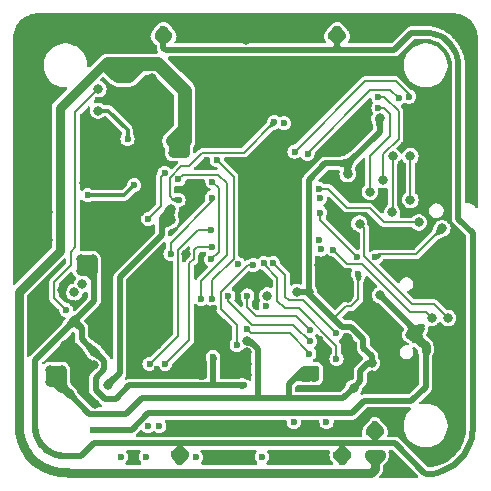
<source format=gbr>
%TF.GenerationSoftware,KiCad,Pcbnew,8.0.6*%
%TF.CreationDate,2025-09-02T18:07:21+02:00*%
%TF.ProjectId,atmos-fc,61746d6f-732d-4666-932e-6b696361645f,rev?*%
%TF.SameCoordinates,Original*%
%TF.FileFunction,Copper,L4,Bot*%
%TF.FilePolarity,Positive*%
%FSLAX46Y46*%
G04 Gerber Fmt 4.6, Leading zero omitted, Abs format (unit mm)*
G04 Created by KiCad (PCBNEW 8.0.6) date 2025-09-02 18:07:21*
%MOMM*%
%LPD*%
G01*
G04 APERTURE LIST*
%TA.AperFunction,ComponentPad*%
%ADD10C,0.650000*%
%TD*%
%TA.AperFunction,ComponentPad*%
%ADD11O,2.100000X1.000000*%
%TD*%
%TA.AperFunction,ComponentPad*%
%ADD12O,1.800000X1.000000*%
%TD*%
%TA.AperFunction,ComponentPad*%
%ADD13C,0.500000*%
%TD*%
%TA.AperFunction,ViaPad*%
%ADD14C,0.600000*%
%TD*%
%TA.AperFunction,ViaPad*%
%ADD15C,0.800000*%
%TD*%
%TA.AperFunction,Conductor*%
%ADD16C,0.500000*%
%TD*%
%TA.AperFunction,Conductor*%
%ADD17C,0.750000*%
%TD*%
%TA.AperFunction,Conductor*%
%ADD18C,1.000000*%
%TD*%
%TA.AperFunction,Conductor*%
%ADD19C,0.200000*%
%TD*%
%TA.AperFunction,Conductor*%
%ADD20C,1.200000*%
%TD*%
%TA.AperFunction,Conductor*%
%ADD21C,0.300000*%
%TD*%
G04 APERTURE END LIST*
D10*
%TO.P,U1,13,EP*%
%TO.N,GND*%
X128000001Y-98970000D03*
X128950001Y-99470000D03*
X127050001Y-99470000D03*
X128000001Y-99970000D03*
%TD*%
D11*
%TO.P,J3,S1,SHIELD*%
%TO.N,GND*%
X152385000Y-116220000D03*
D12*
X156565000Y-116220000D03*
D11*
X152385000Y-107580000D03*
D12*
X156565000Y-107580000D03*
%TD*%
D13*
%TO.P,U2,9,PAD*%
%TO.N,GND*%
X122325000Y-112275000D03*
X121375000Y-111700000D03*
X123275000Y-111700000D03*
X122325000Y-111125000D03*
%TD*%
D14*
%TO.N,GND*%
X130300000Y-111825000D03*
D15*
X125549500Y-100500000D03*
D14*
X152450000Y-98825000D03*
X143300000Y-121550000D03*
D15*
X152000000Y-90500000D03*
D14*
X131850000Y-109425000D03*
D15*
X130300000Y-105300000D03*
D14*
X141600000Y-104400000D03*
X130300000Y-88050000D03*
X136000000Y-98499500D03*
D15*
X127900000Y-105400000D03*
D14*
X146100000Y-121550000D03*
X145551089Y-113698911D03*
X140600000Y-95320500D03*
X144700000Y-124100500D03*
D15*
X147900000Y-113600000D03*
X133550000Y-90325000D03*
D14*
X137850000Y-123650000D03*
D15*
X146800000Y-97800000D03*
D14*
X139200000Y-104400000D03*
X149800000Y-103800000D03*
X142800000Y-100800000D03*
X141600000Y-100800000D03*
D15*
X139400000Y-115800000D03*
X156000000Y-117600000D03*
X121600000Y-87700000D03*
D14*
X142800000Y-104400000D03*
D15*
X156300000Y-109800000D03*
D14*
X139200000Y-103200000D03*
X131850000Y-113025000D03*
X145170000Y-123440000D03*
X148450000Y-97050000D03*
D15*
X157300000Y-109800000D03*
D14*
X135594313Y-116850000D03*
X152525000Y-102500000D03*
D15*
X129750000Y-123800000D03*
X131100000Y-107475000D03*
D14*
X137900000Y-95400000D03*
D15*
X156600000Y-115000000D03*
X135800000Y-94400000D03*
D14*
X138600000Y-110050000D03*
X137850000Y-120750000D03*
X139200000Y-100800000D03*
X130300000Y-114225000D03*
X131850000Y-114225000D03*
X130300000Y-109425000D03*
X144325000Y-117850000D03*
D15*
X131300000Y-91600000D03*
X155900000Y-101500000D03*
X124000000Y-115150000D03*
X130100000Y-95600000D03*
D14*
X130300000Y-113025000D03*
X140400000Y-104400000D03*
D15*
X120300000Y-98100000D03*
D14*
X149750000Y-87400000D03*
X142800000Y-103200000D03*
D15*
X152325000Y-124800000D03*
X120300000Y-92900000D03*
D14*
X124625197Y-110657064D03*
X140144250Y-110896428D03*
D15*
X153000000Y-117600000D03*
D14*
X131850000Y-111825000D03*
D15*
X128000000Y-103400000D03*
X157000000Y-117600000D03*
X120200000Y-105300000D03*
X156300000Y-108800000D03*
X134600000Y-91325000D03*
X145900000Y-92800000D03*
D14*
X133550000Y-101025000D03*
X147500000Y-120900000D03*
X148000000Y-121550000D03*
D15*
X152000000Y-117600000D03*
D14*
X144230000Y-123440000D03*
D15*
X125900000Y-98000000D03*
X143900000Y-92800000D03*
X130300000Y-102900000D03*
D14*
X141600000Y-103200000D03*
X150250000Y-88050000D03*
D15*
X122525500Y-105300000D03*
X130800000Y-102000000D03*
X130050000Y-93150000D03*
X122525500Y-102900000D03*
X150900000Y-117600000D03*
X145500000Y-107399500D03*
X157300000Y-87900000D03*
X157500000Y-111900000D03*
X134199500Y-106450000D03*
D14*
X150718544Y-101111769D03*
D15*
X155300000Y-108800000D03*
X126500000Y-119150000D03*
D14*
X135412235Y-113112235D03*
X139200000Y-102000000D03*
D15*
X139400000Y-114800000D03*
X157300000Y-108800000D03*
X139300000Y-88350500D03*
D14*
X135100000Y-120750000D03*
X140600000Y-120750000D03*
D15*
X134600000Y-90325000D03*
X147900000Y-109100000D03*
X120200000Y-102900000D03*
D14*
X142800000Y-102000000D03*
X149100000Y-112400000D03*
X131775001Y-116250000D03*
X133075000Y-98875000D03*
X155700000Y-112600000D03*
D15*
X124000000Y-114150000D03*
D14*
X149250000Y-88050000D03*
D15*
X123749455Y-109479977D03*
X149900000Y-117600000D03*
D14*
X134600000Y-102719500D03*
D15*
X139400000Y-116750000D03*
X153800500Y-108400000D03*
D14*
X130300000Y-110625000D03*
D15*
X126450500Y-115900000D03*
D14*
X146950000Y-121550000D03*
X140400000Y-103200000D03*
X136569260Y-111025602D03*
D15*
X155100000Y-97300000D03*
X155200000Y-109800000D03*
X146500000Y-108600000D03*
D14*
X145650000Y-117850000D03*
D15*
X157200000Y-121000000D03*
X145700000Y-97800000D03*
D14*
X135500000Y-106800000D03*
D15*
X149925000Y-116700000D03*
X120200000Y-107400000D03*
D14*
X129800000Y-87400000D03*
X126782105Y-93426071D03*
X141600000Y-102000000D03*
D15*
X158325000Y-93200000D03*
D14*
X131850000Y-110625000D03*
X140400000Y-100800000D03*
D15*
X147900000Y-110200000D03*
D14*
X129300000Y-88050000D03*
X140400000Y-102000000D03*
D15*
%TO.N,+3V3*%
X147900000Y-98800000D03*
D14*
X148800000Y-108200000D03*
D15*
X127577384Y-117574500D03*
D14*
X145200000Y-116200000D03*
D15*
X141100000Y-110000000D03*
X122700000Y-116300000D03*
X123700000Y-116300000D03*
X122700000Y-117300000D03*
X132900000Y-103620500D03*
X148400000Y-117800000D03*
D14*
X144400000Y-116200000D03*
D15*
X123700000Y-117300000D03*
D14*
X150250000Y-106750000D03*
D15*
X147900000Y-99700000D03*
X150592920Y-94994690D03*
X143600000Y-109700000D03*
X149925000Y-115700000D03*
D14*
X144400000Y-117000000D03*
D15*
X144600000Y-109700000D03*
X132900000Y-102700000D03*
X155900000Y-104300000D03*
X139337653Y-113802443D03*
D14*
X145200000Y-117000000D03*
%TO.N,/Connectors/CURRENT_SENSE_C*%
X133575000Y-101900000D03*
X141700000Y-95300000D03*
D15*
%TO.N,+BATT_P*%
X134100000Y-96900000D03*
X128400000Y-90400000D03*
X128400000Y-91400000D03*
D14*
X149700000Y-123400000D03*
X150200000Y-124100000D03*
D15*
X134100000Y-97900000D03*
D14*
X150700000Y-123400000D03*
D15*
X129400000Y-90400000D03*
X133100000Y-96900000D03*
X133100000Y-97900000D03*
X129400000Y-91400000D03*
%TO.N,+5V*%
X126300000Y-107900000D03*
D14*
X149700000Y-121550000D03*
X132800000Y-88050000D03*
X147000000Y-87400000D03*
X150200000Y-120900000D03*
X139100000Y-117600000D03*
X133200000Y-123400000D03*
X146950000Y-123450000D03*
X147500000Y-88050000D03*
X150700000Y-121550000D03*
X146500000Y-88050000D03*
D15*
X125300000Y-107900000D03*
X124675500Y-112207094D03*
D14*
X136500000Y-115200000D03*
X131800000Y-88050000D03*
D15*
X126458088Y-114771499D03*
D14*
X132300000Y-87400000D03*
X147450000Y-124100000D03*
D15*
X125300000Y-106900000D03*
D14*
X133700000Y-124050000D03*
X147950000Y-123450000D03*
D15*
X126300000Y-106900000D03*
D14*
X134200000Y-123400000D03*
D15*
%TO.N,/Power Management/BUCK_BST*%
X126750000Y-94325000D03*
D14*
X129256148Y-96740835D03*
%TO.N,/Power Management/BIAS*%
X129826768Y-100647142D03*
X125900000Y-101500000D03*
D15*
%TO.N,/Connectors/VIDEO_CAM*%
X126772652Y-92526618D03*
D14*
X124024500Y-111184667D03*
D15*
%TO.N,/Connectors/+5V_USB*%
X154000000Y-112800000D03*
X125440621Y-109040621D03*
X154000000Y-113800000D03*
D14*
X127200000Y-121340000D03*
X126375000Y-121350000D03*
D15*
X153200000Y-113300000D03*
X150635498Y-109950000D03*
X124740621Y-109712533D03*
D14*
%TO.N,/Connectors/UART4_TX_C*%
X146676089Y-106100500D03*
D15*
X155000000Y-111900000D03*
D14*
%TO.N,/Connectors/I2C_SDA*%
X146100571Y-120700498D03*
X140798996Y-107250000D03*
X146950000Y-115350000D03*
%TO.N,/Connectors/I2C_SCK*%
X141598499Y-107250000D03*
X143325000Y-120699500D03*
X146900000Y-113200000D03*
D15*
%TO.N,/Connectors/UART4_RX_C*%
X148900000Y-103900000D03*
X156400000Y-111900000D03*
D14*
%TO.N,/Connectors/VIDEO_VTX*%
X140625000Y-123650000D03*
X128700000Y-123650000D03*
%TO.N,/Connectors/UART3_TX_C*%
X130800000Y-123650000D03*
X135050000Y-123700000D03*
%TO.N,/MCU/OSD_SPI_SCK*%
X132399500Y-99600000D03*
X131000000Y-103500000D03*
%TO.N,/MCU/OSD_SPI_MOSI*%
X133572421Y-100150401D03*
X135500000Y-110250000D03*
%TO.N,/MCU/MCU_VBAT_SENSE*%
X132900500Y-106440500D03*
X136400000Y-101700000D03*
D15*
%TO.N,/Flash Memory/FLASH_SPI_SCK*%
X151700000Y-98200000D03*
X151650000Y-102950000D03*
%TO.N,/Flash Memory/FLASH_SPI_MOSI*%
X153200000Y-98200000D03*
X153200000Y-101900000D03*
D14*
%TO.N,/MCU/BOOT0*%
X145499293Y-100949500D03*
D15*
X153900000Y-103800000D03*
D14*
%TO.N,/IMU/IMU_SPI_SCK*%
X144701115Y-113846707D03*
X137800000Y-110000000D03*
%TO.N,/IMU/IMU_SPI_MOSI*%
X139400000Y-110000000D03*
X144700000Y-112900000D03*
%TO.N,/MCU/LED_BLUE_EN*%
X143400000Y-97800000D03*
X153090000Y-93140000D03*
%TO.N,/MCU/LED_GREEN_EN*%
X152203788Y-93287005D03*
X144500000Y-98000000D03*
%TO.N,/MCU/OSD_SPI_MISO*%
X136336322Y-106936322D03*
X136450000Y-100350000D03*
%TO.N,/IMU/IMU_SPI_MISO*%
X140943680Y-110885816D03*
X138650500Y-107353628D03*
%TO.N,/Flash Memory/FLASH_SPI_MISO*%
X148700000Y-106700000D03*
X145571089Y-102971089D03*
%TO.N,/Connectors/TELEMETRY*%
X142500000Y-95400000D03*
X145546089Y-101750500D03*
%TO.N,/Connectors/UART2_RX*%
X145500000Y-105300000D03*
X150500000Y-93200000D03*
D15*
X150874110Y-100225821D03*
%TO.N,/Connectors/UART2_TX*%
X149775000Y-101200500D03*
D14*
X145613067Y-106091467D03*
X150500000Y-94100000D03*
%TO.N,/Connectors/UART3_RX*%
X131950000Y-121050000D03*
X132450000Y-115778902D03*
X136400000Y-105900000D03*
%TO.N,/Connectors/UART3_TX*%
X131127963Y-115780376D03*
X136300000Y-104400000D03*
X130992477Y-121042477D03*
%TO.N,/MCU/BUZZER_CTRL*%
X138500000Y-114180500D03*
X139908208Y-107390894D03*
%TO.N,/MCU/OSD_SPI_~{CS}*%
X136800000Y-98500000D03*
X136376514Y-110249683D03*
%TO.N,/IMU/IMU_SPI_~{CS}*%
X139352827Y-112866335D03*
X144650000Y-114900000D03*
%TD*%
D16*
%TO.N,GND*%
X152385000Y-107580000D02*
X154180000Y-107580000D01*
%TO.N,+3V3*%
X149925000Y-115125000D02*
X149200000Y-114400000D01*
X143925000Y-116525000D02*
X144400000Y-117000000D01*
X144800000Y-116200000D02*
X144400000Y-116200000D01*
D17*
X122700000Y-116300000D02*
X122700000Y-117300000D01*
D16*
X144600000Y-109823285D02*
X144600000Y-109700000D01*
X140300000Y-118700000D02*
X140300000Y-114497918D01*
X143400000Y-117000000D02*
X144400000Y-117000000D01*
X148950000Y-116350000D02*
X149600000Y-115700000D01*
D17*
X122700000Y-117300000D02*
X123700000Y-117300000D01*
D16*
X144400000Y-117000000D02*
X144800000Y-117000000D01*
X148400000Y-117800000D02*
X147500000Y-118700000D01*
X144400000Y-117000000D02*
X145200000Y-117000000D01*
X144800000Y-116200000D02*
X144800000Y-117000000D01*
X144800000Y-117000000D02*
X145200000Y-117000000D01*
D17*
X122700000Y-116300000D02*
X123700000Y-116300000D01*
D16*
X132325000Y-103275000D02*
X132900000Y-102700000D01*
D18*
X123300000Y-117300000D02*
X123700000Y-117700000D01*
D16*
X132900000Y-102700000D02*
X132900000Y-103620500D01*
X129150000Y-120000000D02*
X126000000Y-120000000D01*
X145200000Y-117000000D02*
X145200000Y-116200000D01*
X145200000Y-116200000D02*
X144800000Y-116200000D01*
X130450000Y-118700000D02*
X129150000Y-120000000D01*
X128600000Y-116551884D02*
X128600000Y-108400000D01*
X132900000Y-103620500D02*
X132670500Y-103620500D01*
D19*
X150500000Y-106500000D02*
X153700000Y-106500000D01*
D16*
X147925000Y-98800000D02*
X147900000Y-98800000D01*
X144400000Y-116200000D02*
X144400000Y-116600000D01*
X146000000Y-98800000D02*
X147900000Y-98800000D01*
X149200000Y-114400000D02*
X149200000Y-113697918D01*
X144600000Y-109700000D02*
X144600000Y-100200000D01*
X132150000Y-104850000D02*
X132150000Y-104200000D01*
D17*
X123700000Y-117700000D02*
X124350000Y-118350000D01*
D16*
X148152582Y-112650500D02*
X147427215Y-112650500D01*
D19*
X146850000Y-111825000D02*
X147775000Y-110900000D01*
D17*
X123700000Y-117300000D02*
X123700000Y-116300000D01*
D19*
X148189950Y-110900000D02*
X148800000Y-110289950D01*
D16*
X122700000Y-117300000D02*
X123300000Y-117300000D01*
X144400000Y-116600000D02*
X144800000Y-117000000D01*
X144600000Y-100200000D02*
X146000000Y-98800000D01*
X147900000Y-99700000D02*
X147900000Y-98800000D01*
X150592920Y-94994690D02*
X150592920Y-96132080D01*
X149925000Y-115700000D02*
X149925000Y-115125000D01*
X143600000Y-109700000D02*
X144600000Y-109700000D01*
X139604525Y-113802443D02*
X139337653Y-113802443D01*
X123700000Y-117700000D02*
X123700000Y-117300000D01*
X142900000Y-118700000D02*
X142900000Y-117500000D01*
X126000000Y-120000000D02*
X124350000Y-118350000D01*
X123700000Y-117300000D02*
X122700000Y-116300000D01*
X147427215Y-112650500D02*
X144600000Y-109823285D01*
D19*
X147775000Y-110900000D02*
X148189950Y-110900000D01*
D16*
X144200000Y-116200000D02*
X143925000Y-116475000D01*
X127577384Y-117574500D02*
X128600000Y-116551884D01*
X142900000Y-118700000D02*
X140300000Y-118700000D01*
X132150000Y-103450000D02*
X132325000Y-103275000D01*
D19*
X153700000Y-106500000D02*
X155900000Y-104300000D01*
D16*
X140300000Y-118700000D02*
X130450000Y-118700000D01*
X128600000Y-108400000D02*
X132150000Y-104850000D01*
X132150000Y-104200000D02*
X132150000Y-103450000D01*
X143925000Y-116475000D02*
X143400000Y-117000000D01*
X132670500Y-103620500D02*
X132325000Y-103275000D01*
X148400000Y-117800000D02*
X148950000Y-117250000D01*
X148950000Y-117250000D02*
X148950000Y-116350000D01*
X144400000Y-116200000D02*
X144200000Y-116200000D01*
X143925000Y-116475000D02*
X143925000Y-116525000D01*
X149200000Y-113697918D02*
X148152582Y-112650500D01*
X140300000Y-114497918D02*
X139604525Y-113802443D01*
X149600000Y-115700000D02*
X149925000Y-115700000D01*
D19*
X148800000Y-110289950D02*
X148800000Y-108200000D01*
D16*
X150592920Y-96132080D02*
X147925000Y-98800000D01*
X147500000Y-118700000D02*
X142900000Y-118700000D01*
X132729500Y-103620500D02*
X132150000Y-104200000D01*
X132900000Y-103620500D02*
X132729500Y-103620500D01*
X124350000Y-118350000D02*
X123300000Y-117300000D01*
X142900000Y-117500000D02*
X143400000Y-117000000D01*
D19*
X150250000Y-106750000D02*
X150500000Y-106500000D01*
%TO.N,/Connectors/CURRENT_SENSE_C*%
X135600000Y-97900000D02*
X139100000Y-97900000D01*
X132825000Y-101600000D02*
X132825000Y-100050000D01*
X133575000Y-101900000D02*
X133125000Y-101900000D01*
X134450000Y-99050000D02*
X135600000Y-97900000D01*
X133125000Y-101900000D02*
X132825000Y-101600000D01*
X132825000Y-100050000D02*
X133825000Y-99050000D01*
X133825000Y-99050000D02*
X134450000Y-99050000D01*
X139100000Y-97900000D02*
X141700000Y-95300000D01*
D17*
%TO.N,+BATT_P*%
X123090672Y-124866206D02*
X123451281Y-124933616D01*
X149700000Y-123400000D02*
X150700000Y-123400000D01*
X150200000Y-124650000D02*
X150200000Y-124100000D01*
X149875000Y-124975000D02*
X150200000Y-124650000D01*
X121191582Y-123808418D02*
X121462695Y-124055571D01*
X150700000Y-123400000D02*
X150700000Y-123600000D01*
X120050000Y-109700000D02*
X120050000Y-121371907D01*
X120050000Y-121371907D02*
X120066384Y-121548719D01*
D20*
X130400000Y-90400000D02*
X127625000Y-90400000D01*
D17*
X134100000Y-97900000D02*
X134100000Y-96900000D01*
X127250000Y-90400000D02*
X123500000Y-94150000D01*
X120450000Y-122771526D02*
X120530230Y-122932650D01*
X127625000Y-90400000D02*
X127250000Y-90400000D01*
X123500000Y-94150000D02*
X123500000Y-106250000D01*
X120944429Y-123537305D02*
X121191582Y-123808418D01*
X120530230Y-122932650D02*
X120723354Y-123244555D01*
D20*
X134100000Y-92652943D02*
X134100000Y-95900000D01*
D17*
X124255328Y-124975000D02*
X148650000Y-124975000D01*
D20*
X127625000Y-90600000D02*
X127625000Y-90400000D01*
D17*
X123922871Y-124972871D02*
X124253199Y-124972871D01*
D20*
X129400000Y-91400000D02*
X129400000Y-90400000D01*
X134100000Y-95900000D02*
X134100000Y-96900000D01*
D17*
X127300000Y-90400000D02*
X128400000Y-90400000D01*
X134100000Y-97900000D02*
X133100000Y-97900000D01*
X123500000Y-106250000D02*
X120050000Y-109700000D01*
D20*
X130400000Y-90400000D02*
X131847057Y-90400000D01*
D17*
X120234187Y-122262176D02*
X120366708Y-122604253D01*
X148650000Y-124975000D02*
X149875000Y-124975000D01*
X120133794Y-121909328D02*
X120234187Y-122262176D01*
D20*
X133100000Y-96900000D02*
X134100000Y-96900000D01*
D17*
X149700000Y-123600000D02*
X150200000Y-124100000D01*
X128400000Y-91400000D02*
X128400000Y-90400000D01*
X120723354Y-123244555D02*
X120944429Y-123537305D01*
X150700000Y-123600000D02*
X150200000Y-124100000D01*
D20*
X129400000Y-91400000D02*
X130400000Y-90400000D01*
X133100000Y-96900000D02*
X134100000Y-95900000D01*
D17*
X123919013Y-124969013D02*
X123922871Y-124972871D01*
X121462695Y-124055571D02*
X121755445Y-124276646D01*
X124253199Y-124972871D02*
X124255328Y-124975000D01*
D20*
X129400000Y-91400000D02*
X128425000Y-91400000D01*
X131847057Y-90400000D02*
X134100000Y-92652943D01*
D17*
X133100000Y-96900000D02*
X133100000Y-97900000D01*
X134100000Y-97900000D02*
X133100000Y-96900000D01*
X122067350Y-124469770D02*
X122395747Y-124633292D01*
X122395747Y-124633292D02*
X122737824Y-124765813D01*
X122737824Y-124765813D02*
X123090672Y-124866206D01*
X123451281Y-124933616D02*
X123821070Y-124967882D01*
X123821070Y-124967882D02*
X123919013Y-124969013D01*
X149700000Y-123400000D02*
X149700000Y-123600000D01*
X120066384Y-121548719D02*
X120133794Y-121909328D01*
X120366708Y-122604253D02*
X120428650Y-122728650D01*
D20*
X128425000Y-91400000D02*
X127625000Y-90600000D01*
D17*
X121755445Y-124276646D02*
X122067350Y-124469770D01*
D16*
%TO.N,+5V*%
X157275000Y-103475000D02*
X157275000Y-90574997D01*
X123530867Y-123559974D02*
X123842859Y-123597856D01*
X139100000Y-117600000D02*
X135904974Y-117600000D01*
X155791882Y-88056577D02*
X155501156Y-87916571D01*
X146730000Y-89200000D02*
X132500000Y-89200000D01*
X157236806Y-90093005D02*
X157165002Y-89778414D01*
X127300500Y-115547918D02*
X126524081Y-114771499D01*
X156317386Y-88429442D02*
X156065104Y-88228254D01*
X122159681Y-122840319D02*
X122394925Y-123048727D01*
X155196583Y-87809997D02*
X154881992Y-87738194D01*
X125361589Y-112761589D02*
X125361589Y-113675000D01*
X126400000Y-122500000D02*
X133700000Y-122500000D01*
X131800000Y-87900000D02*
X132300000Y-87400000D01*
D17*
X125300000Y-106900000D02*
X126300000Y-106900000D01*
D16*
X132300000Y-88550000D02*
X131800000Y-88050000D01*
X158118274Y-122811316D02*
X158268589Y-122448423D01*
X156557728Y-124533112D02*
X156884324Y-124314888D01*
X146950000Y-123450000D02*
X146950000Y-123600000D01*
X123225717Y-123484761D02*
X123530867Y-123559974D01*
X132300000Y-89000000D02*
X132300000Y-88550000D01*
X157465703Y-123787957D02*
X157714888Y-123484324D01*
X147450000Y-122950000D02*
X147950000Y-123450000D01*
X154500000Y-125100000D02*
X154696396Y-125097741D01*
X147500000Y-89200000D02*
X147270000Y-89200000D01*
X147000000Y-88930000D02*
X147000000Y-87400000D01*
X151900000Y-122500000D02*
X154400000Y-125000000D01*
X132800000Y-88050000D02*
X132300000Y-88550000D01*
X158268589Y-122448423D02*
X158382611Y-122072543D01*
X147950000Y-123450000D02*
X147950000Y-123600000D01*
X122653574Y-123227260D02*
X122931858Y-123373315D01*
X157058427Y-89473841D02*
X156918421Y-89183116D01*
X155087298Y-125059241D02*
X155472543Y-124982611D01*
X121951273Y-122605075D02*
X122159681Y-122840319D01*
X158500000Y-104700000D02*
X157275000Y-103475000D01*
X124675500Y-112207094D02*
X124807094Y-112207094D01*
X127350000Y-118750000D02*
X126550000Y-117950000D01*
X155501156Y-87916571D02*
X155196583Y-87809997D01*
X129400000Y-117600000D02*
X128250000Y-118750000D01*
X133700000Y-122500000D02*
X133700000Y-124050000D01*
X147950000Y-123600000D02*
X147450000Y-124100000D01*
X133200000Y-123400000D02*
X133200000Y-123550000D01*
X157714888Y-123484324D02*
X157933112Y-123157728D01*
X156918421Y-89183116D02*
X156746744Y-88909894D01*
X158459241Y-121687298D02*
X158497741Y-121296396D01*
X156065104Y-88228254D02*
X155791882Y-88056577D01*
X132800000Y-87900000D02*
X132300000Y-87400000D01*
X132500000Y-89200000D02*
X132300000Y-89000000D01*
X147000000Y-88930000D02*
X147000000Y-88550000D01*
X153261806Y-87738194D02*
X151800000Y-89200000D01*
X149700000Y-121550000D02*
X149700000Y-121400000D01*
X126550000Y-117002582D02*
X127300500Y-116252082D01*
X121400000Y-115482594D02*
X121400000Y-120900000D01*
X121515239Y-121774283D02*
X121626685Y-122068142D01*
X158382611Y-122072543D02*
X158459241Y-121687298D01*
X146500000Y-87900000D02*
X147000000Y-87400000D01*
X149700000Y-121400000D02*
X150200000Y-120900000D01*
X156211316Y-124718274D02*
X156557728Y-124533112D01*
X121440026Y-121469133D02*
X121515239Y-121774283D01*
X133700000Y-122900000D02*
X134200000Y-123400000D01*
X158497741Y-121296396D02*
X158500000Y-121100000D01*
X128250000Y-118750000D02*
X127350000Y-118750000D01*
X147450000Y-122500000D02*
X147450000Y-122950000D01*
X121402144Y-121157141D02*
X121440026Y-121469133D01*
D17*
X125300000Y-107900000D02*
X126300000Y-107900000D01*
D16*
X133700000Y-122500000D02*
X133700000Y-122900000D01*
X149700000Y-121550000D02*
X150200000Y-122050000D01*
X147000000Y-88550000D02*
X146500000Y-88050000D01*
X147450000Y-122950000D02*
X146950000Y-123450000D01*
X147500000Y-89200000D02*
X146730000Y-89200000D01*
X132300000Y-88550000D02*
X132300000Y-87400000D01*
D17*
X126300000Y-107900000D02*
X126300000Y-106900000D01*
D16*
X150200000Y-122500000D02*
X150200000Y-122050000D01*
X156884324Y-124314888D02*
X157187957Y-124065703D01*
X158500000Y-121100000D02*
X158500000Y-104700000D01*
X126524081Y-114771499D02*
X126458088Y-114771499D01*
X157272935Y-90413657D02*
X157236806Y-90093005D01*
X151800000Y-89200000D02*
X147500000Y-89200000D01*
X155848423Y-124868589D02*
X156211316Y-124718274D01*
D17*
X125300000Y-107900000D02*
X125300000Y-106900000D01*
D16*
X134200000Y-123550000D02*
X133700000Y-124050000D01*
X157187957Y-124065703D02*
X157465703Y-123787957D01*
X157933112Y-123157728D02*
X158118274Y-122811316D01*
X133200000Y-123550000D02*
X133700000Y-124050000D01*
X156545556Y-88657612D02*
X156317386Y-88429442D01*
X124000000Y-123600000D02*
X125300000Y-123600000D01*
X126430000Y-107030000D02*
X126300000Y-106900000D01*
X147000000Y-88930000D02*
X146730000Y-89200000D01*
X124807094Y-112207094D02*
X125361589Y-112761589D01*
X132800000Y-88050000D02*
X132800000Y-87900000D01*
X124675500Y-112207094D02*
X126430000Y-110452594D01*
X147500000Y-87900000D02*
X147000000Y-87400000D01*
X134200000Y-123400000D02*
X134200000Y-123550000D01*
X124675500Y-112207094D02*
X121400000Y-115482594D01*
X146950000Y-123600000D02*
X147450000Y-124100000D01*
X135904974Y-117600000D02*
X129400000Y-117600000D01*
X147500000Y-88050000D02*
X147500000Y-87900000D01*
X146500000Y-88050000D02*
X146500000Y-87900000D01*
X121772740Y-122346426D02*
X121951273Y-122605075D01*
X150700000Y-121400000D02*
X150200000Y-120900000D01*
X150200000Y-122500000D02*
X150200000Y-120900000D01*
X157275000Y-90574997D02*
X157272935Y-90413657D01*
X121400000Y-121000000D02*
X121402144Y-121157141D01*
X125300000Y-123600000D02*
X126400000Y-122500000D01*
X150200000Y-122050000D02*
X150700000Y-121550000D01*
X125361589Y-113675000D02*
X126458088Y-114771499D01*
X154881992Y-87738194D02*
X153261806Y-87738194D01*
X126430000Y-110452594D02*
X126430000Y-108590000D01*
X155472543Y-124982611D02*
X155848423Y-124868589D01*
X136500000Y-115200000D02*
X136500000Y-117600000D01*
X126430000Y-108590000D02*
X126430000Y-107030000D01*
X147450000Y-122500000D02*
X150200000Y-122500000D01*
D17*
X125300000Y-106900000D02*
X126300000Y-107900000D01*
D16*
X154696396Y-125097741D02*
X155087298Y-125059241D01*
X125740000Y-107900000D02*
X125300000Y-107900000D01*
X147270000Y-89200000D02*
X147000000Y-88930000D01*
X136500000Y-117600000D02*
X135904974Y-117600000D01*
X131800000Y-88050000D02*
X131800000Y-87900000D01*
X133700000Y-122500000D02*
X147450000Y-122500000D01*
X150200000Y-122500000D02*
X151900000Y-122500000D01*
X123842859Y-123597856D02*
X124000000Y-123600000D01*
X127300500Y-116252082D02*
X127300500Y-115547918D01*
X122931858Y-123373315D02*
X123225717Y-123484761D01*
X157165002Y-89778414D02*
X157058427Y-89473841D01*
X126430000Y-108590000D02*
X125740000Y-107900000D01*
X126550000Y-117950000D02*
X126550000Y-117002582D01*
X147000000Y-88550000D02*
X147500000Y-88050000D01*
X156746744Y-88909894D02*
X156545556Y-88657612D01*
X150700000Y-121550000D02*
X150700000Y-121400000D01*
X133700000Y-122900000D02*
X133200000Y-123400000D01*
X121626685Y-122068142D02*
X121772740Y-122346426D01*
X122394925Y-123048727D02*
X122653574Y-123227260D01*
X147450000Y-124100000D02*
X147450000Y-122950000D01*
X121400000Y-121000000D02*
G75*
G03*
X124000000Y-123600000I2600000J0D01*
G01*
D21*
%TO.N,/Power Management/BUCK_BST*%
X129256148Y-95956148D02*
X129256148Y-96740835D01*
X126750000Y-94325000D02*
X127625000Y-94325000D01*
X127625000Y-94325000D02*
X129256148Y-95956148D01*
%TO.N,/Power Management/BIAS*%
X125900000Y-101500000D02*
X128973910Y-101500000D01*
X128973910Y-101500000D02*
X129826768Y-100647142D01*
D19*
%TO.N,/Connectors/VIDEO_CAM*%
X124850000Y-94449270D02*
X124850000Y-105875000D01*
X123049955Y-110210122D02*
X124024500Y-111184667D01*
X126772652Y-92526618D02*
X124850000Y-94449270D01*
X124450000Y-106275000D02*
X124450000Y-107425000D01*
X124850000Y-105875000D02*
X124450000Y-106275000D01*
X124450000Y-107425000D02*
X123049955Y-108825045D01*
X123049955Y-108825045D02*
X123049955Y-110210122D01*
D16*
%TO.N,/Connectors/+5V_USB*%
X154500000Y-117700000D02*
X154500000Y-114700000D01*
X126375000Y-121350000D02*
X129625000Y-121350000D01*
D17*
X154000000Y-113800000D02*
X154500000Y-114300000D01*
X154500000Y-114300000D02*
X154500000Y-114700000D01*
D16*
X153485498Y-112800000D02*
X150635498Y-109950000D01*
X148250500Y-119949500D02*
X149300000Y-118900000D01*
X153700000Y-112800000D02*
X153485498Y-112800000D01*
X149300000Y-118900000D02*
X153300000Y-118900000D01*
X129625000Y-121350000D02*
X131025500Y-119949500D01*
X131025500Y-119949500D02*
X148250500Y-119949500D01*
X153300000Y-118900000D02*
X154500000Y-117700000D01*
D19*
%TO.N,/Connectors/UART4_TX_C*%
X147875589Y-107300000D02*
X146676089Y-106100500D01*
X153200000Y-111400000D02*
X149100000Y-107300000D01*
X155000000Y-111900000D02*
X154500000Y-111400000D01*
X154500000Y-111400000D02*
X153200000Y-111400000D01*
X149100000Y-107300000D02*
X147875589Y-107300000D01*
%TO.N,/Connectors/I2C_SDA*%
X141950000Y-110450000D02*
X141950000Y-108499639D01*
X142550000Y-111050000D02*
X141950000Y-110450000D01*
X143750000Y-111050000D02*
X142550000Y-111050000D01*
X140798996Y-107348635D02*
X140798996Y-107250000D01*
X140798996Y-107250000D02*
X140801037Y-107252041D01*
X146950000Y-115350000D02*
X146950000Y-114250000D01*
X146950000Y-114250000D02*
X143750000Y-111050000D01*
X141950000Y-108499639D02*
X140798996Y-107348635D01*
%TO.N,/Connectors/I2C_SCK*%
X142900000Y-110400000D02*
X142600000Y-110100000D01*
X142600000Y-108251501D02*
X141598499Y-107250000D01*
X142600000Y-110100000D02*
X142600000Y-108251501D01*
X144100000Y-110400000D02*
X142900000Y-110400000D01*
X146900000Y-113200000D02*
X144100000Y-110400000D01*
%TO.N,/Connectors/UART4_RX_C*%
X153325000Y-110700000D02*
X149300000Y-106675000D01*
X149300000Y-106675000D02*
X149300000Y-104300000D01*
X156400000Y-111900000D02*
X155200000Y-110700000D01*
X149300000Y-104300000D02*
X148900000Y-103900000D01*
X155200000Y-110700000D02*
X153325000Y-110700000D01*
%TO.N,/MCU/OSD_SPI_SCK*%
X132050000Y-99949500D02*
X132399500Y-99600000D01*
X131000000Y-103475000D02*
X132050000Y-102425000D01*
X132050000Y-102425000D02*
X132050000Y-99949500D01*
X131000000Y-103500000D02*
X131000000Y-103475000D01*
%TO.N,/MCU/OSD_SPI_MOSI*%
X137650000Y-106600000D02*
X135500000Y-108750000D01*
X133572421Y-100150401D02*
X133972822Y-99750000D01*
X133972822Y-99750000D02*
X136900000Y-99750000D01*
X137650000Y-100500000D02*
X137650000Y-106600000D01*
X136900000Y-99750000D02*
X137650000Y-100500000D01*
X135500000Y-108750000D02*
X135500000Y-110250000D01*
%TO.N,/MCU/MCU_VBAT_SENSE*%
X136400000Y-102025000D02*
X136400000Y-101700000D01*
X132900500Y-106440500D02*
X132900500Y-105524500D01*
X132900500Y-105524500D02*
X136400000Y-102025000D01*
%TO.N,/Flash Memory/FLASH_SPI_SCK*%
X151700000Y-102900000D02*
X151700000Y-98200000D01*
X151650000Y-102950000D02*
X151700000Y-102900000D01*
%TO.N,/Flash Memory/FLASH_SPI_MOSI*%
X153200000Y-101900000D02*
X153200000Y-98200000D01*
%TO.N,/MCU/BOOT0*%
X145499293Y-100949500D02*
X146249500Y-100949500D01*
X149750000Y-102550000D02*
X151000000Y-103800000D01*
X147850000Y-102550000D02*
X149750000Y-102550000D01*
X151000000Y-103800000D02*
X153900000Y-103800000D01*
X146249500Y-100949500D02*
X147850000Y-102550000D01*
%TO.N,/IMU/IMU_SPI_SCK*%
X143304408Y-112450000D02*
X139784314Y-112450000D01*
X143900000Y-113048529D02*
X143900000Y-113045592D01*
X139784314Y-112450000D02*
X137800000Y-110465686D01*
X143900000Y-113045592D02*
X143304408Y-112450000D01*
X144251471Y-113400000D02*
X143900000Y-113048529D01*
X144701115Y-113846707D02*
X144254408Y-113400000D01*
X144254408Y-113400000D02*
X144251471Y-113400000D01*
X137800000Y-110465686D02*
X137800000Y-110000000D01*
%TO.N,/IMU/IMU_SPI_MOSI*%
X143500000Y-111700000D02*
X140100000Y-111700000D01*
X140100000Y-111700000D02*
X139400000Y-111000000D01*
X144700000Y-112900000D02*
X143500000Y-111700000D01*
X139400000Y-111000000D02*
X139400000Y-110000000D01*
%TO.N,/MCU/LED_BLUE_EN*%
X153090000Y-92940000D02*
X151950000Y-91800000D01*
X153090000Y-93140000D02*
X153090000Y-92940000D01*
X151950000Y-91800000D02*
X149400000Y-91800000D01*
X149400000Y-91800000D02*
X143400000Y-97800000D01*
%TO.N,/MCU/LED_GREEN_EN*%
X144500000Y-97900000D02*
X144500000Y-98000000D01*
X151516783Y-92600000D02*
X149800000Y-92600000D01*
X152203788Y-93287005D02*
X151516783Y-92600000D01*
X149800000Y-92600000D02*
X144500000Y-97900000D01*
%TO.N,/MCU/OSD_SPI_MISO*%
X137000000Y-100900000D02*
X136450000Y-100350000D01*
X137000000Y-106272644D02*
X137000000Y-100900000D01*
X136336322Y-106936322D02*
X137000000Y-106272644D01*
%TO.N,/Flash Memory/FLASH_SPI_MISO*%
X145571089Y-103571089D02*
X145571089Y-102971089D01*
X148700000Y-106700000D02*
X145571089Y-103571089D01*
%TO.N,/Connectors/UART2_RX*%
X152200000Y-94400000D02*
X151000000Y-93200000D01*
X150874110Y-100225821D02*
X150874110Y-98035940D01*
X152200000Y-96710050D02*
X152200000Y-94400000D01*
X151000000Y-93200000D02*
X150500000Y-93200000D01*
X150874110Y-98035940D02*
X152200000Y-96710050D01*
%TO.N,/Connectors/UART2_TX*%
X151475000Y-96450000D02*
X151475000Y-94625000D01*
X149775000Y-98150000D02*
X151475000Y-96450000D01*
X149775000Y-101200500D02*
X149775000Y-98150000D01*
X151475000Y-94625000D02*
X150950000Y-94100000D01*
X150950000Y-94100000D02*
X150500000Y-94100000D01*
%TO.N,/Connectors/UART3_RX*%
X134900000Y-106150000D02*
X135150000Y-105900000D01*
X132450000Y-115778902D02*
X134500000Y-113728902D01*
X135150000Y-105900000D02*
X136400000Y-105900000D01*
X134900000Y-106875000D02*
X134900000Y-106150000D01*
X134500000Y-113728902D02*
X134500000Y-107275000D01*
X134500000Y-107275000D02*
X134900000Y-106875000D01*
%TO.N,/Connectors/UART3_TX*%
X133500000Y-113423529D02*
X133500000Y-106110050D01*
X131143153Y-115780376D02*
X133500000Y-113423529D01*
X133500000Y-106110050D02*
X135210050Y-104400000D01*
X135210050Y-104400000D02*
X136300000Y-104400000D01*
X131127963Y-115780376D02*
X131143153Y-115780376D01*
%TO.N,/MCU/BUZZER_CTRL*%
X137168760Y-109683898D02*
X139461764Y-107390894D01*
X138500000Y-114180500D02*
X138500000Y-112450000D01*
X137168760Y-111118760D02*
X137168760Y-109683898D01*
X138500000Y-112450000D02*
X137168760Y-111118760D01*
X139461764Y-107390894D02*
X139908208Y-107390894D01*
%TO.N,/MCU/OSD_SPI_~{CS}*%
X138250000Y-99950000D02*
X136800000Y-98500000D01*
X136450000Y-110176197D02*
X136450000Y-108700000D01*
X136376514Y-110249683D02*
X136450000Y-110176197D01*
X138250000Y-106900000D02*
X138250000Y-99950000D01*
X136450000Y-108700000D02*
X138250000Y-106900000D01*
%TO.N,/IMU/IMU_SPI_~{CS}*%
X144650000Y-114849112D02*
X143000888Y-113200000D01*
X139391495Y-112866335D02*
X139352827Y-112866335D01*
X143000888Y-113200000D02*
X139725160Y-113200000D01*
X144650000Y-114900000D02*
X144650000Y-114849112D01*
X139725160Y-113200000D02*
X139391495Y-112866335D01*
%TD*%
%TA.AperFunction,Conductor*%
%TO.N,/Connectors/+5V_USB*%
G36*
X153347657Y-112319685D02*
G01*
X153368299Y-112336319D01*
X153373788Y-112341808D01*
X153387837Y-112354997D01*
X153399576Y-112365341D01*
X153490069Y-112420565D01*
X153555116Y-112446059D01*
X153555129Y-112446064D01*
X153614329Y-112462622D01*
X153614333Y-112462623D01*
X153726594Y-112461178D01*
X153795103Y-112447457D01*
X153824387Y-112437082D01*
X153836111Y-112433571D01*
X153837771Y-112433162D01*
X153872754Y-112424540D01*
X153937417Y-112408603D01*
X153967090Y-112405000D01*
X154032913Y-112405000D01*
X154062580Y-112408601D01*
X154078252Y-112412464D01*
X154111207Y-112418691D01*
X154138156Y-112422264D01*
X154145995Y-112423200D01*
X154257917Y-112414359D01*
X154266742Y-112411977D01*
X154336593Y-112413510D01*
X154394528Y-112452564D01*
X154422152Y-112516741D01*
X154415558Y-112574159D01*
X154405968Y-112600467D01*
X154405967Y-112600469D01*
X154394508Y-112669380D01*
X154394507Y-112669393D01*
X154392598Y-112756326D01*
X154396086Y-112785048D01*
X154396086Y-112814944D01*
X154388152Y-112880278D01*
X154380998Y-112909300D01*
X154357661Y-112970836D01*
X154343770Y-112997305D01*
X154303212Y-113056064D01*
X154297636Y-113064434D01*
X154293226Y-113071297D01*
X154254449Y-113160064D01*
X154236982Y-113227720D01*
X154236982Y-113227724D01*
X154227681Y-113288495D01*
X154227681Y-113288499D01*
X154242652Y-113399759D01*
X154242653Y-113399763D01*
X154264535Y-113466117D01*
X154264538Y-113466124D01*
X154303244Y-113543983D01*
X154361309Y-113628103D01*
X154378053Y-113650153D01*
X154378054Y-113650154D01*
X154392408Y-113667376D01*
X154411062Y-113687802D01*
X154411087Y-113687828D01*
X154423948Y-113700689D01*
X154457433Y-113762012D01*
X154452449Y-113831704D01*
X154423949Y-113876051D01*
X154336317Y-113963682D01*
X154274997Y-113997166D01*
X154248638Y-114000000D01*
X153468268Y-114000000D01*
X153401229Y-113980315D01*
X153357846Y-113932419D01*
X153346096Y-113909422D01*
X153324046Y-113866264D01*
X153290706Y-113814607D01*
X153205715Y-113741250D01*
X153205712Y-113741248D01*
X153205709Y-113741246D01*
X153145338Y-113706095D01*
X153145332Y-113706092D01*
X153067497Y-113674176D01*
X153064823Y-113673290D01*
X153046216Y-113665386D01*
X153038166Y-113661161D01*
X152987297Y-113634463D01*
X152962698Y-113617483D01*
X152913434Y-113573839D01*
X152893614Y-113551467D01*
X152857705Y-113499444D01*
X152857704Y-113499443D01*
X152856225Y-113497301D01*
X152842334Y-113470832D01*
X152838846Y-113461635D01*
X152818999Y-113409301D01*
X152811846Y-113380280D01*
X152809309Y-113359384D01*
X152803913Y-113314939D01*
X152803913Y-113285058D01*
X152811846Y-113219714D01*
X152819000Y-113190695D01*
X152821076Y-113185220D01*
X152842337Y-113129160D01*
X152856223Y-113102700D01*
X152891988Y-113050887D01*
X152911460Y-113018577D01*
X152925592Y-112991471D01*
X152930970Y-112980637D01*
X152959420Y-112872030D01*
X152964404Y-112802338D01*
X152962596Y-112740882D01*
X152939300Y-112669389D01*
X152927815Y-112634140D01*
X152927811Y-112634130D01*
X152894328Y-112572811D01*
X152887165Y-112563243D01*
X152862746Y-112497779D01*
X152877596Y-112429506D01*
X152898741Y-112401258D01*
X152963684Y-112336315D01*
X153025006Y-112302833D01*
X153051362Y-112300000D01*
X153280618Y-112300000D01*
X153347657Y-112319685D01*
G37*
%TD.AperFunction*%
%TD*%
%TA.AperFunction,Conductor*%
%TO.N,+5V*%
G36*
X147296171Y-87846168D02*
G01*
X147296859Y-87846799D01*
X147500707Y-88049293D01*
X147500762Y-88049348D01*
X147703200Y-88253140D01*
X147706599Y-88261425D01*
X147703145Y-88269687D01*
X147702457Y-88270318D01*
X147260731Y-88644086D01*
X147252201Y-88646814D01*
X147244900Y-88643427D01*
X146906572Y-88305099D01*
X146903145Y-88296826D01*
X146905911Y-88289271D01*
X147279683Y-87847540D01*
X147287641Y-87843440D01*
X147296171Y-87846168D01*
G37*
%TD.AperFunction*%
%TD*%
%TA.AperFunction,Conductor*%
%TO.N,+3V3*%
G36*
X132625479Y-102425713D02*
G01*
X132627124Y-102427075D01*
X132900707Y-102699293D01*
X132900749Y-102699335D01*
X133172924Y-102972875D01*
X133176330Y-102981156D01*
X133172882Y-102989421D01*
X133171237Y-102990783D01*
X132519104Y-103436978D01*
X132510341Y-103438822D01*
X132504224Y-103435595D01*
X132164404Y-103095775D01*
X132160977Y-103087502D01*
X132163021Y-103080895D01*
X132609217Y-102428761D01*
X132616716Y-102423869D01*
X132625479Y-102425713D01*
G37*
%TD.AperFunction*%
%TD*%
%TA.AperFunction,Conductor*%
%TO.N,+3V3*%
G36*
X133285939Y-102699964D02*
G01*
X133294202Y-102703412D01*
X133297608Y-102711693D01*
X133297408Y-102713820D01*
X133151790Y-103490456D01*
X133146897Y-103497956D01*
X133140290Y-103500000D01*
X132659710Y-103500000D01*
X132651437Y-103496573D01*
X132648210Y-103490456D01*
X132502591Y-102713820D01*
X132504435Y-102705057D01*
X132511935Y-102700164D01*
X132514052Y-102699964D01*
X132900000Y-102699000D01*
X133285939Y-102699964D01*
G37*
%TD.AperFunction*%
%TD*%
%TA.AperFunction,Conductor*%
%TO.N,+5V*%
G36*
X124400979Y-111932807D02*
G01*
X124402624Y-111934169D01*
X124676207Y-112206387D01*
X124676249Y-112206429D01*
X124948424Y-112479969D01*
X124951830Y-112488250D01*
X124948382Y-112496515D01*
X124946737Y-112497877D01*
X124294604Y-112944072D01*
X124285841Y-112945916D01*
X124279724Y-112942689D01*
X123939904Y-112602869D01*
X123936477Y-112594596D01*
X123938521Y-112587989D01*
X124384717Y-111935855D01*
X124392216Y-111930963D01*
X124400979Y-111932807D01*
G37*
%TD.AperFunction*%
%TD*%
%TA.AperFunction,Conductor*%
%TO.N,+3V3*%
G36*
X144418188Y-116712125D02*
G01*
X144432792Y-116721861D01*
X144549999Y-116800000D01*
X144550000Y-116800000D01*
X145020498Y-116800000D01*
X145028771Y-116803427D01*
X145032198Y-116811700D01*
X145028771Y-116819973D01*
X145028517Y-116820220D01*
X144620378Y-117204370D01*
X144612005Y-117207545D01*
X144604105Y-117204143D01*
X144403446Y-117004429D01*
X144400000Y-116996164D01*
X144400000Y-116721861D01*
X144403427Y-116713588D01*
X144411700Y-116710161D01*
X144418188Y-116712125D01*
G37*
%TD.AperFunction*%
%TD*%
%TA.AperFunction,Conductor*%
%TO.N,+3V3*%
G36*
X145487327Y-116199957D02*
G01*
X145495588Y-116203411D01*
X145498987Y-116211696D01*
X145498947Y-116212629D01*
X145450894Y-116789272D01*
X145446792Y-116797232D01*
X145439234Y-116800000D01*
X144960766Y-116800000D01*
X144952493Y-116796573D01*
X144949106Y-116789272D01*
X144901052Y-116212629D01*
X144903780Y-116204099D01*
X144911740Y-116199997D01*
X144912653Y-116199957D01*
X145200000Y-116199000D01*
X145487327Y-116199957D01*
G37*
%TD.AperFunction*%
%TD*%
%TA.AperFunction,Conductor*%
%TO.N,+3V3*%
G36*
X145447507Y-116403427D02*
G01*
X145450894Y-116410728D01*
X145498947Y-116987370D01*
X145496219Y-116995900D01*
X145488259Y-117000002D01*
X145487326Y-117000042D01*
X145200039Y-117000999D01*
X145199961Y-117000999D01*
X144912673Y-117000042D01*
X144904411Y-116996588D01*
X144901012Y-116988303D01*
X144901052Y-116987370D01*
X144949106Y-116410728D01*
X144953208Y-116402768D01*
X144960766Y-116400000D01*
X145439234Y-116400000D01*
X145447507Y-116403427D01*
G37*
%TD.AperFunction*%
%TD*%
%TA.AperFunction,Conductor*%
%TO.N,+5V*%
G36*
X126748053Y-114498074D02*
G01*
X126749032Y-114499192D01*
X127220723Y-115112706D01*
X127223049Y-115121352D01*
X127219721Y-115128109D01*
X126879822Y-115468008D01*
X126871549Y-115471435D01*
X126865631Y-115469827D01*
X126667336Y-115353536D01*
X126313784Y-115146193D01*
X126308381Y-115139052D01*
X126308882Y-115131652D01*
X126456484Y-114772969D01*
X126459052Y-114769129D01*
X126731508Y-114498031D01*
X126739788Y-114494626D01*
X126748053Y-114498074D01*
G37*
%TD.AperFunction*%
%TD*%
%TA.AperFunction,Conductor*%
%TO.N,+3V3*%
G36*
X150742149Y-106403876D02*
G01*
X150746388Y-106411765D01*
X150746447Y-106412937D01*
X150746447Y-106595955D01*
X150743950Y-106603180D01*
X150470260Y-106951779D01*
X150462455Y-106956170D01*
X150453832Y-106953757D01*
X150452803Y-106952847D01*
X150252462Y-106753446D01*
X150249016Y-106745181D01*
X150249016Y-106745114D01*
X150249489Y-106603180D01*
X150249964Y-106460542D01*
X150253418Y-106452283D01*
X150260491Y-106448943D01*
X150733576Y-106401296D01*
X150742149Y-106403876D01*
G37*
%TD.AperFunction*%
%TD*%
%TA.AperFunction,Conductor*%
%TO.N,+5V*%
G36*
X133932467Y-123289149D02*
G01*
X134198517Y-123398393D01*
X134202373Y-123400970D01*
X134404671Y-123604621D01*
X134408070Y-123612906D01*
X134405402Y-123620304D01*
X134050623Y-124051173D01*
X134042719Y-124055382D01*
X134034154Y-124052768D01*
X134033318Y-124052009D01*
X133695110Y-123713801D01*
X133691683Y-123705528D01*
X133693147Y-123699861D01*
X133917790Y-123294303D01*
X133924797Y-123288727D01*
X133932467Y-123289149D01*
G37*
%TD.AperFunction*%
%TD*%
%TA.AperFunction,Conductor*%
%TO.N,+5V*%
G36*
X147226485Y-123339177D02*
G01*
X147232209Y-123344304D01*
X147456851Y-123749859D01*
X147457862Y-123758756D01*
X147454889Y-123763801D01*
X147116681Y-124102009D01*
X147108408Y-124105436D01*
X147100135Y-124102009D01*
X147099386Y-124101184D01*
X146744597Y-123670304D01*
X146741983Y-123661739D01*
X146745327Y-123654623D01*
X146947629Y-123450967D01*
X146951480Y-123448394D01*
X147217532Y-123339150D01*
X147226485Y-123339177D01*
G37*
%TD.AperFunction*%
%TD*%
%TA.AperFunction,Conductor*%
%TO.N,+5V*%
G36*
X149996171Y-120696168D02*
G01*
X149996859Y-120696799D01*
X150200707Y-120899293D01*
X150200762Y-120899348D01*
X150403200Y-121103140D01*
X150406599Y-121111425D01*
X150403145Y-121119687D01*
X150402457Y-121120318D01*
X149960731Y-121494086D01*
X149952201Y-121496814D01*
X149944900Y-121493427D01*
X149606572Y-121155099D01*
X149603145Y-121146826D01*
X149605911Y-121139271D01*
X149979683Y-120697540D01*
X149987641Y-120693440D01*
X149996171Y-120696168D01*
G37*
%TD.AperFunction*%
%TD*%
%TA.AperFunction,Conductor*%
%TO.N,+5V*%
G36*
X147210729Y-123505912D02*
G01*
X147652457Y-123879681D01*
X147656559Y-123887641D01*
X147653831Y-123896171D01*
X147653200Y-123896859D01*
X147450762Y-124100652D01*
X147450707Y-124100707D01*
X147246859Y-124303200D01*
X147238574Y-124306599D01*
X147230312Y-124303145D01*
X147229681Y-124302457D01*
X147058970Y-124100707D01*
X146855912Y-123860729D01*
X146853185Y-123852201D01*
X146856571Y-123844901D01*
X147194901Y-123506571D01*
X147203173Y-123503145D01*
X147210729Y-123505912D01*
G37*
%TD.AperFunction*%
%TD*%
%TA.AperFunction,Conductor*%
%TO.N,+5V*%
G36*
X125463076Y-107536858D02*
G01*
X125464759Y-107537726D01*
X126158830Y-107969993D01*
X126164041Y-107977275D01*
X126162576Y-107986109D01*
X126160918Y-107988197D01*
X125821505Y-108327610D01*
X125813232Y-108331037D01*
X125812525Y-108331016D01*
X125310973Y-108300664D01*
X125302922Y-108296743D01*
X125299980Y-108289007D01*
X125299297Y-107901643D01*
X125300197Y-107897123D01*
X125447775Y-107543154D01*
X125454122Y-107536837D01*
X125463076Y-107536858D01*
G37*
%TD.AperFunction*%
%TD*%
%TA.AperFunction,Conductor*%
%TO.N,+3V3*%
G36*
X132625451Y-103345919D02*
G01*
X132625749Y-103346206D01*
X132899035Y-103618130D01*
X132901603Y-103621972D01*
X133048739Y-103979522D01*
X133048718Y-103988476D01*
X133042663Y-103994669D01*
X132450138Y-104257498D01*
X132441186Y-104257720D01*
X132437121Y-104255076D01*
X132097211Y-103915166D01*
X132093784Y-103906893D01*
X132096902Y-103898940D01*
X132608919Y-103346544D01*
X132617053Y-103342808D01*
X132625451Y-103345919D01*
G37*
%TD.AperFunction*%
%TD*%
%TA.AperFunction,Conductor*%
%TO.N,/Connectors/CURRENT_SENSE_C*%
G36*
X133459157Y-101626667D02*
G01*
X133464139Y-101632325D01*
X133573835Y-101896204D01*
X133573846Y-101905159D01*
X133573827Y-101905206D01*
X133465450Y-102164585D01*
X133459098Y-102170897D01*
X133450143Y-102170870D01*
X133448558Y-102170060D01*
X132999924Y-101896204D01*
X132960912Y-101872390D01*
X132955637Y-101865156D01*
X132957023Y-101856309D01*
X132958732Y-101854136D01*
X133087442Y-101725426D01*
X133092651Y-101722409D01*
X133450276Y-101625523D01*
X133459157Y-101626667D01*
G37*
%TD.AperFunction*%
%TD*%
%TA.AperFunction,Conductor*%
%TO.N,+3V3*%
G36*
X148295775Y-98064404D02*
G01*
X148635595Y-98404224D01*
X148639022Y-98412497D01*
X148636978Y-98419104D01*
X148190783Y-99071237D01*
X148183283Y-99076130D01*
X148174520Y-99074286D01*
X148172875Y-99072924D01*
X147899293Y-98800707D01*
X147899251Y-98800665D01*
X147627075Y-98527124D01*
X147623669Y-98518843D01*
X147627117Y-98510578D01*
X147628756Y-98509220D01*
X148280895Y-98063020D01*
X148289658Y-98061177D01*
X148295775Y-98064404D01*
G37*
%TD.AperFunction*%
%TD*%
%TA.AperFunction,Conductor*%
%TO.N,+5V*%
G36*
X147287327Y-87399957D02*
G01*
X147295588Y-87403411D01*
X147298987Y-87411696D01*
X147298947Y-87412629D01*
X147250894Y-87989272D01*
X147246792Y-87997232D01*
X147239234Y-88000000D01*
X146760766Y-88000000D01*
X146752493Y-87996573D01*
X146749106Y-87989272D01*
X146701052Y-87412629D01*
X146703780Y-87404099D01*
X146711740Y-87399997D01*
X146712653Y-87399957D01*
X147000000Y-87399000D01*
X147287327Y-87399957D01*
G37*
%TD.AperFunction*%
%TD*%
%TA.AperFunction,Conductor*%
%TO.N,+5V*%
G36*
X147682467Y-123339149D02*
G01*
X147948517Y-123448393D01*
X147952373Y-123450970D01*
X148154671Y-123654621D01*
X148158070Y-123662906D01*
X148155402Y-123670304D01*
X147800623Y-124101173D01*
X147792719Y-124105382D01*
X147784154Y-124102768D01*
X147783318Y-124102009D01*
X147445110Y-123763801D01*
X147441683Y-123755528D01*
X147443147Y-123749861D01*
X147667790Y-123344303D01*
X147674797Y-123338727D01*
X147682467Y-123339149D01*
G37*
%TD.AperFunction*%
%TD*%
%TA.AperFunction,Conductor*%
%TO.N,+5V*%
G36*
X125071275Y-111471498D02*
G01*
X125411095Y-111811318D01*
X125414522Y-111819591D01*
X125412478Y-111826198D01*
X124966283Y-112478331D01*
X124958783Y-112483224D01*
X124950020Y-112481380D01*
X124948375Y-112480018D01*
X124674793Y-112207801D01*
X124674751Y-112207759D01*
X124402575Y-111934218D01*
X124399169Y-111925937D01*
X124402617Y-111917672D01*
X124404256Y-111916314D01*
X125056395Y-111470114D01*
X125065158Y-111468271D01*
X125071275Y-111471498D01*
G37*
%TD.AperFunction*%
%TD*%
%TA.AperFunction,Conductor*%
%TO.N,+5V*%
G36*
X150487327Y-120899957D02*
G01*
X150495588Y-120903411D01*
X150498987Y-120911696D01*
X150498947Y-120912629D01*
X150450894Y-121489272D01*
X150446792Y-121497232D01*
X150439234Y-121500000D01*
X149960766Y-121500000D01*
X149952493Y-121496573D01*
X149949106Y-121489272D01*
X149901052Y-120912629D01*
X149903780Y-120904099D01*
X149911740Y-120899997D01*
X149912653Y-120899957D01*
X150200000Y-120899000D01*
X150487327Y-120899957D01*
G37*
%TD.AperFunction*%
%TD*%
%TA.AperFunction,Conductor*%
%TO.N,+3V3*%
G36*
X127973159Y-116838904D02*
G01*
X128312979Y-117178724D01*
X128316406Y-117186997D01*
X128314362Y-117193604D01*
X127868167Y-117845737D01*
X127860667Y-117850630D01*
X127851904Y-117848786D01*
X127850259Y-117847424D01*
X127576677Y-117575207D01*
X127576635Y-117575165D01*
X127304459Y-117301624D01*
X127301053Y-117293343D01*
X127304501Y-117285078D01*
X127306140Y-117283720D01*
X127958279Y-116837520D01*
X127967042Y-116835677D01*
X127973159Y-116838904D01*
G37*
%TD.AperFunction*%
%TD*%
%TA.AperFunction,Conductor*%
%TO.N,+5V*%
G36*
X150496171Y-121346168D02*
G01*
X150496859Y-121346799D01*
X150700707Y-121549293D01*
X150700762Y-121549348D01*
X150903200Y-121753140D01*
X150906599Y-121761425D01*
X150903145Y-121769687D01*
X150902457Y-121770318D01*
X150460731Y-122144086D01*
X150452201Y-122146814D01*
X150444900Y-122143427D01*
X150106572Y-121805099D01*
X150103145Y-121796826D01*
X150105911Y-121789271D01*
X150479683Y-121347540D01*
X150487641Y-121343440D01*
X150496171Y-121346168D01*
G37*
%TD.AperFunction*%
%TD*%
%TA.AperFunction,Conductor*%
%TO.N,+5V*%
G36*
X133955099Y-123456572D02*
G01*
X134293427Y-123794900D01*
X134296854Y-123803173D01*
X134294086Y-123810731D01*
X133920318Y-124252457D01*
X133912358Y-124256559D01*
X133903828Y-124253831D01*
X133903140Y-124253200D01*
X133699293Y-124050707D01*
X133699238Y-124050652D01*
X133496799Y-123846859D01*
X133493400Y-123838574D01*
X133496854Y-123830312D01*
X133497523Y-123829697D01*
X133939270Y-123455912D01*
X133947798Y-123453185D01*
X133955099Y-123456572D01*
G37*
%TD.AperFunction*%
%TD*%
%TA.AperFunction,Conductor*%
%TO.N,+3V3*%
G36*
X123703780Y-117310098D02*
G01*
X123703786Y-117310112D01*
X123745326Y-117410128D01*
X123745335Y-117419083D01*
X123742794Y-117422889D01*
X123420730Y-117744954D01*
X123412457Y-117748381D01*
X123404184Y-117744954D01*
X123401099Y-117739485D01*
X123332850Y-117462811D01*
X123334195Y-117453960D01*
X123339705Y-117449213D01*
X123688480Y-117303800D01*
X123697433Y-117303780D01*
X123703780Y-117310098D01*
G37*
%TD.AperFunction*%
%TD*%
%TA.AperFunction,Conductor*%
%TO.N,+3V3*%
G36*
X132270885Y-103030801D02*
G01*
X133040381Y-103247375D01*
X133047415Y-103252915D01*
X133048472Y-103261807D01*
X133048015Y-103263125D01*
X132901151Y-103616731D01*
X132894813Y-103623057D01*
X132549054Y-103765887D01*
X132540099Y-103765878D01*
X132533773Y-103759540D01*
X132532980Y-103753601D01*
X132549530Y-103623057D01*
X132581331Y-103372221D01*
X132581329Y-103372219D01*
X132581329Y-103372218D01*
X132259447Y-103050337D01*
X132256020Y-103042064D01*
X132259447Y-103033791D01*
X132267720Y-103030364D01*
X132270885Y-103030801D01*
G37*
%TD.AperFunction*%
%TD*%
%TA.AperFunction,Conductor*%
%TO.N,+3V3*%
G36*
X150978859Y-94994654D02*
G01*
X150987122Y-94998102D01*
X150990528Y-95006383D01*
X150990328Y-95008510D01*
X150844710Y-95785146D01*
X150839817Y-95792646D01*
X150833210Y-95794690D01*
X150352630Y-95794690D01*
X150344357Y-95791263D01*
X150341130Y-95785146D01*
X150195511Y-95008510D01*
X150197355Y-94999747D01*
X150204855Y-94994854D01*
X150206972Y-94994654D01*
X150592920Y-94993690D01*
X150978859Y-94994654D01*
G37*
%TD.AperFunction*%
%TD*%
%TA.AperFunction,Conductor*%
%TO.N,+5V*%
G36*
X146719687Y-87846854D02*
G01*
X146720313Y-87847537D01*
X147094086Y-88289269D01*
X147096814Y-88297798D01*
X147093427Y-88305099D01*
X146755099Y-88643427D01*
X146746826Y-88646854D01*
X146739269Y-88644086D01*
X146297541Y-88270317D01*
X146293440Y-88262358D01*
X146296168Y-88253828D01*
X146296783Y-88253156D01*
X146499293Y-88049293D01*
X146703142Y-87846798D01*
X146711425Y-87843400D01*
X146719687Y-87846854D01*
G37*
%TD.AperFunction*%
%TD*%
%TA.AperFunction,Conductor*%
%TO.N,+3V3*%
G36*
X122863795Y-116935133D02*
G01*
X122863950Y-116935199D01*
X122878216Y-116941430D01*
X123602478Y-117257779D01*
X123608688Y-117264231D01*
X123608517Y-117273184D01*
X123606068Y-117276774D01*
X123267393Y-117615449D01*
X123260798Y-117618755D01*
X122713354Y-117698065D01*
X122704675Y-117695860D01*
X122700097Y-117688164D01*
X122699976Y-117686507D01*
X122699856Y-117618755D01*
X122699297Y-117301643D01*
X122700197Y-117297123D01*
X122848494Y-116941429D01*
X122854841Y-116935112D01*
X122863795Y-116935133D01*
G37*
%TD.AperFunction*%
%TD*%
%TA.AperFunction,Conductor*%
%TO.N,+5V*%
G36*
X147349864Y-87397990D02*
G01*
X147350614Y-87398817D01*
X147603922Y-87706451D01*
X147705402Y-87829695D01*
X147708016Y-87838260D01*
X147704671Y-87845378D01*
X147502373Y-88049029D01*
X147498516Y-88051606D01*
X147232469Y-88160849D01*
X147223514Y-88160822D01*
X147217790Y-88155695D01*
X146993148Y-87750140D01*
X146992137Y-87741243D01*
X146995108Y-87736200D01*
X147333319Y-87397989D01*
X147341591Y-87394563D01*
X147349864Y-87397990D01*
G37*
%TD.AperFunction*%
%TD*%
%TA.AperFunction,Conductor*%
%TO.N,+5V*%
G36*
X150419687Y-120696854D02*
G01*
X150420313Y-120697537D01*
X150794086Y-121139269D01*
X150796814Y-121147798D01*
X150793427Y-121155099D01*
X150455099Y-121493427D01*
X150446826Y-121496854D01*
X150439269Y-121494086D01*
X149997541Y-121120317D01*
X149993440Y-121112358D01*
X149996168Y-121103828D01*
X149996783Y-121103156D01*
X150199293Y-120899293D01*
X150403142Y-120696798D01*
X150411425Y-120693400D01*
X150419687Y-120696854D01*
G37*
%TD.AperFunction*%
%TD*%
%TA.AperFunction,Conductor*%
%TO.N,+3V3*%
G36*
X122989421Y-116027117D02*
G01*
X122990783Y-116028762D01*
X123436978Y-116680895D01*
X123438822Y-116689658D01*
X123435595Y-116695775D01*
X123095775Y-117035595D01*
X123087502Y-117039022D01*
X123080895Y-117036978D01*
X122428762Y-116590783D01*
X122423869Y-116583283D01*
X122425713Y-116574520D01*
X122427075Y-116572875D01*
X122699251Y-116299335D01*
X122699293Y-116299293D01*
X122972875Y-116027075D01*
X122981156Y-116023669D01*
X122989421Y-116027117D01*
G37*
%TD.AperFunction*%
%TD*%
%TA.AperFunction,Conductor*%
%TO.N,+5V*%
G36*
X132596171Y-87846168D02*
G01*
X132596859Y-87846799D01*
X132800707Y-88049293D01*
X132800762Y-88049348D01*
X133003200Y-88253140D01*
X133006599Y-88261425D01*
X133003145Y-88269687D01*
X133002457Y-88270318D01*
X132560731Y-88644086D01*
X132552201Y-88646814D01*
X132544900Y-88643427D01*
X132206572Y-88305099D01*
X132203145Y-88296826D01*
X132205911Y-88289271D01*
X132579683Y-87847540D01*
X132587641Y-87843440D01*
X132596171Y-87846168D01*
G37*
%TD.AperFunction*%
%TD*%
%TA.AperFunction,Conductor*%
%TO.N,/Connectors/CURRENT_SENSE_C*%
G36*
X141433174Y-95189439D02*
G01*
X141596804Y-95256629D01*
X141696184Y-95297436D01*
X141702536Y-95303748D01*
X141702563Y-95303815D01*
X141810559Y-95566824D01*
X141810532Y-95575779D01*
X141804670Y-95581877D01*
X141353867Y-95791523D01*
X141344920Y-95791904D01*
X141340660Y-95789187D01*
X141210812Y-95659339D01*
X141207385Y-95651066D01*
X141208474Y-95646136D01*
X141418124Y-95195327D01*
X141424718Y-95189273D01*
X141433174Y-95189439D01*
G37*
%TD.AperFunction*%
%TD*%
%TA.AperFunction,Conductor*%
%TO.N,+5V*%
G36*
X139095900Y-117303780D02*
G01*
X139100002Y-117311740D01*
X139100042Y-117312673D01*
X139101000Y-117600000D01*
X139101000Y-117600078D01*
X139100042Y-117887326D01*
X139096588Y-117895588D01*
X139088303Y-117898987D01*
X139087370Y-117898947D01*
X138510728Y-117850894D01*
X138502768Y-117846792D01*
X138500000Y-117839234D01*
X138500000Y-117360766D01*
X138503427Y-117352493D01*
X138510728Y-117349106D01*
X139087371Y-117301052D01*
X139095900Y-117303780D01*
G37*
%TD.AperFunction*%
%TD*%
%TA.AperFunction,Conductor*%
%TO.N,+3V3*%
G36*
X149066851Y-108310496D02*
G01*
X149073163Y-108316848D01*
X149073330Y-108325305D01*
X148902807Y-108792313D01*
X148896751Y-108798909D01*
X148891817Y-108800000D01*
X148708183Y-108800000D01*
X148699910Y-108796573D01*
X148697193Y-108792313D01*
X148526669Y-108325302D01*
X148527050Y-108316358D01*
X148533147Y-108310496D01*
X148795490Y-108200883D01*
X148804444Y-108200857D01*
X149066851Y-108310496D01*
G37*
%TD.AperFunction*%
%TD*%
%TA.AperFunction,Conductor*%
%TO.N,+5V*%
G36*
X136787327Y-115199957D02*
G01*
X136795588Y-115203411D01*
X136798987Y-115211696D01*
X136798947Y-115212629D01*
X136750894Y-115789272D01*
X136746792Y-115797232D01*
X136739234Y-115800000D01*
X136260766Y-115800000D01*
X136252493Y-115796573D01*
X136249106Y-115789272D01*
X136201052Y-115212629D01*
X136203780Y-115204099D01*
X136211740Y-115199997D01*
X136212653Y-115199957D01*
X136500000Y-115199000D01*
X136787327Y-115199957D01*
G37*
%TD.AperFunction*%
%TD*%
%TA.AperFunction,Conductor*%
%TO.N,+3V3*%
G36*
X148148563Y-98903427D02*
G01*
X148151790Y-98909544D01*
X148297408Y-99686179D01*
X148295564Y-99694942D01*
X148288064Y-99699835D01*
X148285937Y-99700035D01*
X147900029Y-99700999D01*
X147899971Y-99700999D01*
X147514062Y-99700035D01*
X147505797Y-99696587D01*
X147502391Y-99688306D01*
X147502591Y-99686179D01*
X147648210Y-98909544D01*
X147653103Y-98902044D01*
X147659710Y-98900000D01*
X148140290Y-98900000D01*
X148148563Y-98903427D01*
G37*
%TD.AperFunction*%
%TD*%
%TA.AperFunction,Conductor*%
%TO.N,+3V3*%
G36*
X144688897Y-116199973D02*
G01*
X144697161Y-116203419D01*
X144700553Y-116211090D01*
X144717939Y-116559459D01*
X144714929Y-116567892D01*
X144714527Y-116568315D01*
X144377182Y-116905660D01*
X144368909Y-116909087D01*
X144360636Y-116905660D01*
X144358049Y-116901739D01*
X144127125Y-116325508D01*
X144127228Y-116316554D01*
X144133474Y-116310360D01*
X144397118Y-116200201D01*
X144401651Y-116199298D01*
X144688897Y-116199973D01*
G37*
%TD.AperFunction*%
%TD*%
%TA.AperFunction,Conductor*%
%TO.N,GND*%
G36*
X151687652Y-123070185D02*
G01*
X151708294Y-123086819D01*
X153859294Y-125237819D01*
X153892779Y-125299142D01*
X153887795Y-125368834D01*
X153845923Y-125424767D01*
X153780459Y-125449184D01*
X153771613Y-125449500D01*
X150655164Y-125449500D01*
X150588125Y-125429815D01*
X150542370Y-125377011D01*
X150532426Y-125307853D01*
X150561451Y-125244297D01*
X150567483Y-125237819D01*
X150724692Y-125080609D01*
X150724695Y-125080606D01*
X150731293Y-125070732D01*
X150731294Y-125070731D01*
X150788950Y-124984441D01*
X150798620Y-124969969D01*
X150849540Y-124847036D01*
X150860192Y-124793489D01*
X150875500Y-124716533D01*
X150875500Y-124431163D01*
X150895185Y-124364124D01*
X150911819Y-124343482D01*
X151224693Y-124030608D01*
X151224695Y-124030606D01*
X151239757Y-124008064D01*
X151298620Y-123919969D01*
X151319059Y-123870624D01*
X151349541Y-123797036D01*
X151375500Y-123666531D01*
X151375500Y-123533469D01*
X151375500Y-123333469D01*
X151375500Y-123333466D01*
X151348691Y-123198692D01*
X151354918Y-123129100D01*
X151397781Y-123073923D01*
X151463670Y-123050678D01*
X151470308Y-123050500D01*
X151620613Y-123050500D01*
X151687652Y-123070185D01*
G37*
%TD.AperFunction*%
%TA.AperFunction,Conductor*%
G36*
X154833586Y-88291802D02*
G01*
X155037158Y-88338266D01*
X155050511Y-88342113D01*
X155283590Y-88423669D01*
X155296426Y-88428986D01*
X155500244Y-88527140D01*
X155518902Y-88536125D01*
X155531070Y-88542850D01*
X155700802Y-88649500D01*
X155740146Y-88674221D01*
X155751484Y-88682266D01*
X155944538Y-88836221D01*
X155954906Y-88845487D01*
X156129506Y-89020087D01*
X156138772Y-89030455D01*
X156292724Y-89223504D01*
X156300771Y-89234845D01*
X156432147Y-89443929D01*
X156438873Y-89456099D01*
X156546005Y-89678559D01*
X156551327Y-89691407D01*
X156632884Y-89924485D01*
X156636733Y-89937846D01*
X156691679Y-90178575D01*
X156694008Y-90192284D01*
X156722139Y-90441953D01*
X156722909Y-90454249D01*
X156724490Y-90577705D01*
X156724500Y-90579293D01*
X156724500Y-103547475D01*
X156750743Y-103645413D01*
X156762016Y-103687485D01*
X156834490Y-103813015D01*
X157389404Y-104367929D01*
X157913181Y-104891705D01*
X157946666Y-104953028D01*
X157949500Y-104979386D01*
X157949500Y-121096107D01*
X157949492Y-121097534D01*
X157947613Y-121260814D01*
X157947024Y-121271541D01*
X157914638Y-121600371D01*
X157912852Y-121612408D01*
X157849154Y-121932637D01*
X157846198Y-121944441D01*
X157751411Y-122256912D01*
X157747311Y-122268370D01*
X157622356Y-122570038D01*
X157617153Y-122581039D01*
X157463228Y-122869008D01*
X157456973Y-122879444D01*
X157391494Y-122977441D01*
X157278401Y-123146699D01*
X157275577Y-123150925D01*
X157268327Y-123160700D01*
X157061182Y-123413107D01*
X157053010Y-123422123D01*
X156822123Y-123653010D01*
X156813107Y-123661182D01*
X156560703Y-123868324D01*
X156550929Y-123875573D01*
X156279445Y-124056973D01*
X156269007Y-124063229D01*
X155981031Y-124217156D01*
X155970031Y-124222359D01*
X155668368Y-124347312D01*
X155656910Y-124351412D01*
X155344441Y-124446198D01*
X155332637Y-124449154D01*
X155012407Y-124512852D01*
X155000370Y-124514638D01*
X154779071Y-124536433D01*
X154710425Y-124523414D01*
X154679236Y-124500711D01*
X152238016Y-122059491D01*
X152238015Y-122059490D01*
X152112485Y-121987016D01*
X152112482Y-121987015D01*
X152088202Y-121980508D01*
X152088202Y-121980509D01*
X152030338Y-121965004D01*
X151972475Y-121949500D01*
X151972474Y-121949500D01*
X151370078Y-121949500D01*
X151303039Y-121929815D01*
X151257284Y-121877011D01*
X151247340Y-121807853D01*
X151255517Y-121778048D01*
X151278137Y-121723436D01*
X151285044Y-121706762D01*
X151305682Y-121550000D01*
X151305628Y-121549592D01*
X151285044Y-121393239D01*
X151285044Y-121393238D01*
X151240187Y-121284945D01*
X151234980Y-121269607D01*
X151212984Y-121187515D01*
X151203278Y-121170703D01*
X151203278Y-121170702D01*
X151140512Y-121061988D01*
X151140508Y-121061983D01*
X151048159Y-120969634D01*
X151030610Y-120946618D01*
X151030586Y-120946636D01*
X151030175Y-120946047D01*
X151028073Y-120943291D01*
X151027301Y-120941934D01*
X150954808Y-120856260D01*
X150653528Y-120500202D01*
X150647035Y-120492830D01*
X150645510Y-120491098D01*
X150644901Y-120490434D01*
X150639527Y-120484931D01*
X150629866Y-120473782D01*
X150628281Y-120471716D01*
X150502842Y-120375464D01*
X150356762Y-120314956D01*
X150356760Y-120314955D01*
X150200001Y-120294318D01*
X150199999Y-120294318D01*
X150043239Y-120314955D01*
X150043237Y-120314956D01*
X149897157Y-120375464D01*
X149771716Y-120471719D01*
X149764328Y-120481347D01*
X149750231Y-120495865D01*
X149750554Y-120496194D01*
X149746467Y-120500205D01*
X149372693Y-120941939D01*
X149371296Y-120944342D01*
X149351786Y-120969686D01*
X149259490Y-121061983D01*
X149196723Y-121170698D01*
X149196724Y-121170699D01*
X149187014Y-121187517D01*
X149165021Y-121269595D01*
X149159808Y-121284952D01*
X149114956Y-121393234D01*
X149094318Y-121549998D01*
X149094318Y-121550001D01*
X149114955Y-121706760D01*
X149114957Y-121706765D01*
X149144483Y-121778048D01*
X149151952Y-121847517D01*
X149120676Y-121909996D01*
X149060587Y-121945648D01*
X149029922Y-121949500D01*
X130103387Y-121949500D01*
X130036348Y-121929815D01*
X129990593Y-121877011D01*
X129980649Y-121807853D01*
X130009674Y-121744297D01*
X130015692Y-121737831D01*
X130342027Y-121411496D01*
X130403347Y-121378014D01*
X130473038Y-121382998D01*
X130528080Y-121423693D01*
X130564195Y-121470759D01*
X130689636Y-121567013D01*
X130835715Y-121627521D01*
X130892851Y-121635043D01*
X130992476Y-121648159D01*
X130992477Y-121648159D01*
X130992478Y-121648159D01*
X131065009Y-121638610D01*
X131149239Y-121627521D01*
X131295318Y-121567013D01*
X131390850Y-121493708D01*
X131456018Y-121468514D01*
X131524463Y-121482552D01*
X131541814Y-121493702D01*
X131647159Y-121574536D01*
X131793238Y-121635044D01*
X131871619Y-121645363D01*
X131949999Y-121655682D01*
X131950000Y-121655682D01*
X131950001Y-121655682D01*
X132007143Y-121648159D01*
X132106762Y-121635044D01*
X132252841Y-121574536D01*
X132378282Y-121478282D01*
X132474536Y-121352841D01*
X132535044Y-121206762D01*
X132554104Y-121061985D01*
X132555682Y-121050001D01*
X132555682Y-121049998D01*
X132535044Y-120893239D01*
X132535044Y-120893238D01*
X132474536Y-120747159D01*
X132474535Y-120747158D01*
X132474535Y-120747157D01*
X132437956Y-120699487D01*
X132412761Y-120634318D01*
X132426799Y-120565873D01*
X132475613Y-120515883D01*
X132536331Y-120500000D01*
X142604188Y-120500000D01*
X142671227Y-120519685D01*
X142716982Y-120572489D01*
X142727127Y-120640186D01*
X142719318Y-120699500D01*
X142719318Y-120699501D01*
X142739955Y-120856260D01*
X142739956Y-120856262D01*
X142797935Y-120996237D01*
X142800464Y-121002341D01*
X142896718Y-121127782D01*
X143022159Y-121224036D01*
X143168238Y-121284544D01*
X143240261Y-121294026D01*
X143324999Y-121305182D01*
X143325000Y-121305182D01*
X143325001Y-121305182D01*
X143377254Y-121298302D01*
X143481762Y-121284544D01*
X143627841Y-121224036D01*
X143753282Y-121127782D01*
X143849536Y-121002341D01*
X143910044Y-120856262D01*
X143927626Y-120722716D01*
X143930682Y-120699501D01*
X143930682Y-120699500D01*
X143922873Y-120640186D01*
X143933638Y-120571150D01*
X143980018Y-120518894D01*
X144045812Y-120500000D01*
X145379890Y-120500000D01*
X145446929Y-120519685D01*
X145492684Y-120572489D01*
X145502829Y-120640185D01*
X145494889Y-120700496D01*
X145494889Y-120700499D01*
X145515526Y-120857258D01*
X145515527Y-120857260D01*
X145575621Y-121002341D01*
X145576035Y-121003339D01*
X145672289Y-121128780D01*
X145797730Y-121225034D01*
X145943809Y-121285542D01*
X146008252Y-121294026D01*
X146100570Y-121306180D01*
X146100571Y-121306180D01*
X146100572Y-121306180D01*
X146192890Y-121294026D01*
X146257333Y-121285542D01*
X146403412Y-121225034D01*
X146528853Y-121128780D01*
X146625107Y-121003339D01*
X146685615Y-120857260D01*
X146706253Y-120700498D01*
X146703484Y-120679464D01*
X146698313Y-120640185D01*
X146709079Y-120571150D01*
X146755459Y-120518894D01*
X146821252Y-120500000D01*
X148322972Y-120500000D01*
X148322974Y-120500000D01*
X148322975Y-120500000D01*
X148462985Y-120462484D01*
X148492477Y-120445457D01*
X148588515Y-120390010D01*
X149491706Y-119486819D01*
X149553029Y-119453334D01*
X149579387Y-119450500D01*
X153133134Y-119450500D01*
X153200173Y-119470185D01*
X153245928Y-119522989D01*
X153255872Y-119592147D01*
X153226847Y-119655703D01*
X153220815Y-119662181D01*
X153105739Y-119777256D01*
X153105733Y-119777263D01*
X152958067Y-119969706D01*
X152836777Y-120179785D01*
X152836773Y-120179794D01*
X152743947Y-120403895D01*
X152681161Y-120638214D01*
X152649500Y-120878711D01*
X152649500Y-121121288D01*
X152681161Y-121361785D01*
X152743947Y-121596104D01*
X152805331Y-121744297D01*
X152836776Y-121820212D01*
X152958064Y-122030289D01*
X152958066Y-122030292D01*
X152958067Y-122030293D01*
X153105733Y-122222736D01*
X153105739Y-122222743D01*
X153277256Y-122394260D01*
X153277262Y-122394265D01*
X153469711Y-122541936D01*
X153679788Y-122663224D01*
X153903900Y-122756054D01*
X154138211Y-122818838D01*
X154318586Y-122842584D01*
X154378711Y-122850500D01*
X154378712Y-122850500D01*
X154621289Y-122850500D01*
X154669388Y-122844167D01*
X154861789Y-122818838D01*
X155096100Y-122756054D01*
X155320212Y-122663224D01*
X155530289Y-122541936D01*
X155722738Y-122394265D01*
X155894265Y-122222738D01*
X156041936Y-122030289D01*
X156163224Y-121820212D01*
X156256054Y-121596100D01*
X156318838Y-121361789D01*
X156350500Y-121121288D01*
X156350500Y-120878712D01*
X156347544Y-120856262D01*
X156334306Y-120755703D01*
X156318838Y-120638211D01*
X156256054Y-120403900D01*
X156163224Y-120179788D01*
X156041936Y-119969711D01*
X155894265Y-119777262D01*
X155894260Y-119777256D01*
X155722743Y-119605739D01*
X155722736Y-119605733D01*
X155530293Y-119458067D01*
X155530292Y-119458066D01*
X155530289Y-119458064D01*
X155358661Y-119358974D01*
X155320214Y-119336777D01*
X155320205Y-119336773D01*
X155096104Y-119243947D01*
X154861785Y-119181161D01*
X154621289Y-119149500D01*
X154621288Y-119149500D01*
X154378712Y-119149500D01*
X154378711Y-119149500D01*
X154138210Y-119181162D01*
X154119606Y-119186147D01*
X154049756Y-119184484D01*
X153991894Y-119145320D01*
X153964391Y-119081092D01*
X153975978Y-119012190D01*
X153999830Y-118978694D01*
X154940510Y-118038015D01*
X155012984Y-117912485D01*
X155050500Y-117772475D01*
X155050500Y-115129600D01*
X155070185Y-115062561D01*
X155071398Y-115060709D01*
X155076865Y-115052527D01*
X155098620Y-115019969D01*
X155149540Y-114897036D01*
X155158153Y-114853736D01*
X155175500Y-114766533D01*
X155175500Y-114233467D01*
X155175442Y-114233175D01*
X155175442Y-114233174D01*
X155158807Y-114149546D01*
X155149541Y-114102964D01*
X155116723Y-114023737D01*
X155107098Y-114000499D01*
X155107095Y-114000493D01*
X155098622Y-113980035D01*
X155098616Y-113980025D01*
X155024698Y-113869398D01*
X155024697Y-113869397D01*
X155024695Y-113869394D01*
X154930606Y-113775305D01*
X154627096Y-113471795D01*
X154612727Y-113454554D01*
X154554666Y-113370439D01*
X154532784Y-113304086D01*
X154550249Y-113236434D01*
X154554652Y-113229581D01*
X154624818Y-113127930D01*
X154685140Y-112968872D01*
X154705645Y-112800000D01*
X154695870Y-112719499D01*
X154707330Y-112650579D01*
X154754233Y-112598793D01*
X154821689Y-112580585D01*
X154848641Y-112584158D01*
X154914944Y-112600500D01*
X155085056Y-112600500D01*
X155250225Y-112559790D01*
X155329692Y-112518081D01*
X155400849Y-112480736D01*
X155400850Y-112480734D01*
X155400852Y-112480734D01*
X155528183Y-112367929D01*
X155597951Y-112266853D01*
X155652233Y-112222864D01*
X155721681Y-112215204D01*
X155784246Y-112246307D01*
X155802047Y-112266851D01*
X155841704Y-112324303D01*
X155871816Y-112367928D01*
X155999150Y-112480736D01*
X156129422Y-112549108D01*
X156149775Y-112559790D01*
X156314944Y-112600500D01*
X156485056Y-112600500D01*
X156650225Y-112559790D01*
X156729692Y-112518081D01*
X156800849Y-112480736D01*
X156800850Y-112480734D01*
X156800852Y-112480734D01*
X156928183Y-112367929D01*
X157024818Y-112227930D01*
X157085140Y-112068872D01*
X157105645Y-111900000D01*
X157085140Y-111731128D01*
X157024818Y-111572070D01*
X156928183Y-111432071D01*
X156800852Y-111319266D01*
X156800849Y-111319263D01*
X156650226Y-111240210D01*
X156485056Y-111199500D01*
X156317255Y-111199500D01*
X156250216Y-111179815D01*
X156229574Y-111163181D01*
X155445915Y-110379522D01*
X155445913Y-110379520D01*
X155382098Y-110342676D01*
X155354589Y-110326793D01*
X155293224Y-110310351D01*
X155252727Y-110299500D01*
X155252726Y-110299500D01*
X153542254Y-110299500D01*
X153475215Y-110279815D01*
X153454573Y-110263181D01*
X152967617Y-109776225D01*
X152934132Y-109714902D01*
X152939116Y-109645210D01*
X152980988Y-109589277D01*
X153023201Y-109568770D01*
X153107135Y-109546281D01*
X153238365Y-109470515D01*
X153345515Y-109363365D01*
X153421281Y-109232135D01*
X153460500Y-109085766D01*
X153460500Y-108934234D01*
X153421281Y-108787865D01*
X153345515Y-108656635D01*
X153238365Y-108549485D01*
X153159734Y-108504087D01*
X153107136Y-108473719D01*
X153018942Y-108450088D01*
X152960766Y-108434500D01*
X152809234Y-108434500D01*
X152662863Y-108473719D01*
X152531635Y-108549485D01*
X152531632Y-108549487D01*
X152424487Y-108656632D01*
X152424485Y-108656635D01*
X152348720Y-108787863D01*
X152326230Y-108871795D01*
X152289864Y-108931455D01*
X152227017Y-108961984D01*
X152157642Y-108953689D01*
X152118774Y-108927382D01*
X150603644Y-107412252D01*
X150570159Y-107350929D01*
X150575143Y-107281237D01*
X150615837Y-107226197D01*
X150678282Y-107178282D01*
X150693251Y-107158773D01*
X150709824Y-107141070D01*
X150710550Y-107140434D01*
X150861691Y-106947925D01*
X150918573Y-106907352D01*
X150959223Y-106900500D01*
X153752725Y-106900500D01*
X153752727Y-106900500D01*
X153854588Y-106873207D01*
X153945913Y-106820480D01*
X155548288Y-105218103D01*
X155588749Y-105191129D01*
X156158576Y-104956494D01*
X156165058Y-104953737D01*
X156170173Y-104950248D01*
X156182411Y-104942896D01*
X156300852Y-104880734D01*
X156428183Y-104767929D01*
X156524818Y-104627930D01*
X156585140Y-104468872D01*
X156605645Y-104300000D01*
X156585140Y-104131128D01*
X156582442Y-104124015D01*
X156551119Y-104041422D01*
X156524818Y-103972070D01*
X156522608Y-103968869D01*
X156475071Y-103900000D01*
X156428183Y-103832071D01*
X156314244Y-103731130D01*
X156300849Y-103719263D01*
X156150226Y-103640210D01*
X155985056Y-103599500D01*
X155814944Y-103599500D01*
X155814942Y-103599500D01*
X155649777Y-103640208D01*
X155649773Y-103640210D01*
X155499150Y-103719263D01*
X155371816Y-103832072D01*
X155275181Y-103972070D01*
X155275181Y-103972072D01*
X155261145Y-104009081D01*
X155249239Y-104032581D01*
X155243504Y-104041422D01*
X155008871Y-104611245D01*
X154981892Y-104651713D01*
X153570426Y-106063181D01*
X153509103Y-106096666D01*
X153482745Y-106099500D01*
X150733791Y-106099500D01*
X150723336Y-106099058D01*
X150715153Y-106098365D01*
X150702965Y-106097334D01*
X150702963Y-106097334D01*
X150702962Y-106097334D01*
X150693594Y-106098277D01*
X150687651Y-106098876D01*
X150675227Y-106099500D01*
X150447273Y-106099500D01*
X150345413Y-106126793D01*
X150345412Y-106126793D01*
X150345410Y-106126794D01*
X150341374Y-106128466D01*
X150306356Y-106137278D01*
X150229874Y-106144981D01*
X150225423Y-106146216D01*
X150224628Y-106146437D01*
X150207660Y-106149891D01*
X150093238Y-106164955D01*
X149947158Y-106225464D01*
X149899985Y-106261661D01*
X149834816Y-106286854D01*
X149766371Y-106272815D01*
X149716382Y-106224001D01*
X149700500Y-106163284D01*
X149700500Y-104247275D01*
X149700500Y-104247273D01*
X149673207Y-104145413D01*
X149620480Y-104054087D01*
X149620478Y-104054085D01*
X149616416Y-104047049D01*
X149618268Y-104045979D01*
X149597147Y-103991341D01*
X149597621Y-103966080D01*
X149599577Y-103949973D01*
X149605645Y-103900000D01*
X149585140Y-103731128D01*
X149580641Y-103719266D01*
X149524817Y-103572068D01*
X149470216Y-103492966D01*
X149428183Y-103432071D01*
X149327910Y-103343237D01*
X149300849Y-103319263D01*
X149150226Y-103240210D01*
X148985056Y-103199500D01*
X148814944Y-103199500D01*
X148649773Y-103240210D01*
X148499150Y-103319263D01*
X148371816Y-103432072D01*
X148275182Y-103572068D01*
X148214860Y-103731125D01*
X148214859Y-103731130D01*
X148194355Y-103900000D01*
X148214859Y-104068869D01*
X148214860Y-104068874D01*
X148275182Y-104227931D01*
X148306915Y-104273903D01*
X148371817Y-104367929D01*
X148462141Y-104447949D01*
X148499150Y-104480736D01*
X148649773Y-104559789D01*
X148649775Y-104559790D01*
X148805175Y-104598092D01*
X148865555Y-104633248D01*
X148897344Y-104695467D01*
X148899500Y-104718489D01*
X148899500Y-105979187D01*
X148879815Y-106046226D01*
X148827011Y-106091981D01*
X148759316Y-106102126D01*
X148696487Y-106093855D01*
X148632590Y-106065589D01*
X148624990Y-106058597D01*
X146061674Y-103495281D01*
X146028189Y-103433958D01*
X146033173Y-103364266D01*
X146050977Y-103332116D01*
X146095625Y-103273930D01*
X146156133Y-103127851D01*
X146176771Y-102971089D01*
X146175922Y-102964643D01*
X146156133Y-102814328D01*
X146156133Y-102814327D01*
X146095625Y-102668248D01*
X145999371Y-102542807D01*
X145877871Y-102449577D01*
X145836670Y-102393150D01*
X145832515Y-102323404D01*
X145866728Y-102262483D01*
X145877859Y-102252837D01*
X145974371Y-102178782D01*
X146070625Y-102053341D01*
X146131133Y-101907262D01*
X146151771Y-101750500D01*
X146149064Y-101729942D01*
X146159828Y-101660911D01*
X146206207Y-101608654D01*
X146273475Y-101589767D01*
X146340276Y-101610246D01*
X146359684Y-101626077D01*
X147604087Y-102870480D01*
X147695412Y-102923207D01*
X147797273Y-102950500D01*
X147902727Y-102950500D01*
X149532745Y-102950500D01*
X149599784Y-102970185D01*
X149620426Y-102986819D01*
X150754087Y-104120480D01*
X150845412Y-104173207D01*
X150947273Y-104200500D01*
X153260194Y-104200500D01*
X153327233Y-104220185D01*
X153362244Y-104254060D01*
X153371815Y-104267927D01*
X153371817Y-104267929D01*
X153378560Y-104273903D01*
X153499150Y-104380736D01*
X153649773Y-104459789D01*
X153649775Y-104459790D01*
X153814944Y-104500500D01*
X153985056Y-104500500D01*
X154150225Y-104459790D01*
X154229692Y-104418081D01*
X154300849Y-104380736D01*
X154300850Y-104380734D01*
X154300852Y-104380734D01*
X154428183Y-104267929D01*
X154524818Y-104127930D01*
X154585140Y-103968872D01*
X154605645Y-103800000D01*
X154585140Y-103631128D01*
X154524818Y-103472070D01*
X154504883Y-103443190D01*
X154484709Y-103413962D01*
X154428183Y-103332071D01*
X154300852Y-103219266D01*
X154300849Y-103219263D01*
X154150226Y-103140210D01*
X153985056Y-103099500D01*
X153814944Y-103099500D01*
X153649773Y-103140210D01*
X153499150Y-103219263D01*
X153371816Y-103332071D01*
X153362244Y-103345940D01*
X153307961Y-103389930D01*
X153260194Y-103399500D01*
X152408357Y-103399500D01*
X152341318Y-103379815D01*
X152295563Y-103327011D01*
X152285619Y-103257853D01*
X152292415Y-103231529D01*
X152305450Y-103197160D01*
X152335140Y-103118872D01*
X152355645Y-102950000D01*
X152335140Y-102781128D01*
X152334094Y-102778371D01*
X152318931Y-102738389D01*
X154774500Y-102738389D01*
X154774500Y-102861610D01*
X154798535Y-102982444D01*
X154798538Y-102982454D01*
X154845687Y-103096283D01*
X154845692Y-103096292D01*
X154914141Y-103198732D01*
X154914144Y-103198736D01*
X155001263Y-103285855D01*
X155001267Y-103285858D01*
X155103707Y-103354307D01*
X155103713Y-103354310D01*
X155103714Y-103354311D01*
X155217548Y-103401463D01*
X155312965Y-103420442D01*
X155338389Y-103425499D01*
X155338393Y-103425500D01*
X155338394Y-103425500D01*
X155461607Y-103425500D01*
X155461607Y-103425499D01*
X155582452Y-103401463D01*
X155696286Y-103354311D01*
X155798733Y-103285858D01*
X155885858Y-103198733D01*
X155954311Y-103096286D01*
X156001463Y-102982452D01*
X156025500Y-102861606D01*
X156025500Y-102738394D01*
X156001463Y-102617548D01*
X155955225Y-102505921D01*
X155954312Y-102503716D01*
X155954307Y-102503707D01*
X155885858Y-102401267D01*
X155885855Y-102401263D01*
X155798736Y-102314144D01*
X155798732Y-102314141D01*
X155696292Y-102245692D01*
X155696283Y-102245687D01*
X155595322Y-102203868D01*
X155582452Y-102198537D01*
X155582448Y-102198536D01*
X155582444Y-102198535D01*
X155461610Y-102174500D01*
X155461606Y-102174500D01*
X155338394Y-102174500D01*
X155338389Y-102174500D01*
X155217555Y-102198535D01*
X155217545Y-102198538D01*
X155103716Y-102245687D01*
X155103707Y-102245692D01*
X155001267Y-102314141D01*
X155001263Y-102314144D01*
X154914144Y-102401263D01*
X154914141Y-102401267D01*
X154845692Y-102503707D01*
X154845687Y-102503716D01*
X154798538Y-102617545D01*
X154798535Y-102617555D01*
X154774500Y-102738389D01*
X152318931Y-102738389D01*
X152274817Y-102622068D01*
X152220106Y-102542807D01*
X152178183Y-102482071D01*
X152167110Y-102472261D01*
X152142273Y-102450257D01*
X152105146Y-102391068D01*
X152100500Y-102357442D01*
X152100500Y-98836853D01*
X152120185Y-98769814D01*
X152142268Y-98744042D01*
X152228183Y-98667929D01*
X152324818Y-98527930D01*
X152334058Y-98503564D01*
X152376236Y-98447862D01*
X152441833Y-98423805D01*
X152510023Y-98439032D01*
X152559157Y-98488707D01*
X152565942Y-98503565D01*
X152575182Y-98527931D01*
X152614605Y-98585044D01*
X152671817Y-98667929D01*
X152757728Y-98744040D01*
X152794853Y-98803226D01*
X152799500Y-98836853D01*
X152799500Y-101263146D01*
X152779815Y-101330185D01*
X152757727Y-101355961D01*
X152671818Y-101432069D01*
X152575182Y-101572068D01*
X152514860Y-101731125D01*
X152514859Y-101731130D01*
X152494355Y-101900000D01*
X152514859Y-102068869D01*
X152514860Y-102068874D01*
X152575182Y-102227931D01*
X152607697Y-102275036D01*
X152671817Y-102367929D01*
X152777505Y-102461560D01*
X152799150Y-102480736D01*
X152945806Y-102557707D01*
X152949775Y-102559790D01*
X153114944Y-102600500D01*
X153285056Y-102600500D01*
X153450225Y-102559790D01*
X153553436Y-102505620D01*
X153600849Y-102480736D01*
X153600850Y-102480734D01*
X153600852Y-102480734D01*
X153728183Y-102367929D01*
X153824818Y-102227930D01*
X153885140Y-102068872D01*
X153905645Y-101900000D01*
X153885140Y-101731128D01*
X153824818Y-101572070D01*
X153728183Y-101432071D01*
X153728181Y-101432069D01*
X153642273Y-101355961D01*
X153605146Y-101296772D01*
X153600500Y-101263146D01*
X153600500Y-98836853D01*
X153620185Y-98769814D01*
X153642268Y-98744042D01*
X153728183Y-98667929D01*
X153824818Y-98527930D01*
X153885140Y-98368872D01*
X153905645Y-98200000D01*
X153885140Y-98031128D01*
X153873334Y-97999999D01*
X153855017Y-97951700D01*
X153824818Y-97872070D01*
X153822357Y-97868505D01*
X153790476Y-97822318D01*
X153728183Y-97732071D01*
X153600852Y-97619266D01*
X153600849Y-97619263D01*
X153450226Y-97540210D01*
X153285056Y-97499500D01*
X153114944Y-97499500D01*
X152949773Y-97540210D01*
X152799150Y-97619263D01*
X152682638Y-97722484D01*
X152672882Y-97731128D01*
X152671816Y-97732072D01*
X152575183Y-97872067D01*
X152565942Y-97896435D01*
X152523763Y-97952137D01*
X152458166Y-97976194D01*
X152389975Y-97960967D01*
X152340843Y-97911290D01*
X152334058Y-97896435D01*
X152326655Y-97876915D01*
X152324818Y-97872070D01*
X152228183Y-97732071D01*
X152100852Y-97619266D01*
X152100850Y-97619265D01*
X152100848Y-97619263D01*
X152090262Y-97613707D01*
X152040050Y-97565121D01*
X152024077Y-97497102D01*
X152047414Y-97431245D01*
X152060198Y-97416242D01*
X152435703Y-97040737D01*
X152435708Y-97040734D01*
X152445911Y-97030530D01*
X152445913Y-97030530D01*
X152520480Y-96955963D01*
X152573207Y-96864637D01*
X152576995Y-96850500D01*
X152600501Y-96762777D01*
X152600501Y-96657323D01*
X152600501Y-96649728D01*
X152600500Y-96649710D01*
X152600500Y-94347275D01*
X152600499Y-94347271D01*
X152597184Y-94334900D01*
X152594532Y-94325000D01*
X152573207Y-94245412D01*
X152520480Y-94154087D01*
X152405430Y-94039037D01*
X152371945Y-93977714D01*
X152376929Y-93908022D01*
X152418801Y-93852089D01*
X152445652Y-93836798D01*
X152506629Y-93811541D01*
X152632070Y-93715287D01*
X152641100Y-93703517D01*
X152697525Y-93662314D01*
X152767271Y-93658157D01*
X152786930Y-93664441D01*
X152787158Y-93664535D01*
X152787159Y-93664536D01*
X152933238Y-93725044D01*
X153011619Y-93735363D01*
X153089999Y-93745682D01*
X153090000Y-93745682D01*
X153090001Y-93745682D01*
X153142254Y-93738802D01*
X153246762Y-93725044D01*
X153392841Y-93664536D01*
X153518282Y-93568282D01*
X153614536Y-93442841D01*
X153675044Y-93296762D01*
X153695682Y-93140000D01*
X153675044Y-92983238D01*
X153614536Y-92837159D01*
X153518282Y-92711718D01*
X153518280Y-92711717D01*
X153518280Y-92711716D01*
X153392841Y-92615464D01*
X153392838Y-92615462D01*
X153311520Y-92581779D01*
X153271292Y-92554899D01*
X152195915Y-91479522D01*
X152195913Y-91479520D01*
X152150250Y-91453156D01*
X152104589Y-91426793D01*
X152053657Y-91413146D01*
X152002727Y-91399500D01*
X149347273Y-91399500D01*
X149245413Y-91426793D01*
X149245410Y-91426794D01*
X149177688Y-91465894D01*
X149170675Y-91469942D01*
X149154087Y-91479519D01*
X149154085Y-91479521D01*
X143475008Y-97158597D01*
X143413685Y-97192082D01*
X143403513Y-97193855D01*
X143243238Y-97214956D01*
X143097160Y-97275463D01*
X142971718Y-97371718D01*
X142875463Y-97497160D01*
X142814956Y-97643237D01*
X142814955Y-97643239D01*
X142794318Y-97799998D01*
X142794318Y-97800001D01*
X142814955Y-97956760D01*
X142814956Y-97956762D01*
X142861393Y-98068872D01*
X142875464Y-98102841D01*
X142971718Y-98228282D01*
X143097159Y-98324536D01*
X143243238Y-98385044D01*
X143321619Y-98395363D01*
X143399999Y-98405682D01*
X143400000Y-98405682D01*
X143400001Y-98405682D01*
X143452254Y-98398802D01*
X143556762Y-98385044D01*
X143702841Y-98324536D01*
X143788327Y-98258939D01*
X143853494Y-98233747D01*
X143921939Y-98247785D01*
X143971221Y-98295907D01*
X143971401Y-98295804D01*
X143971770Y-98296444D01*
X143971929Y-98296599D01*
X143972295Y-98297353D01*
X143975460Y-98302836D01*
X143988772Y-98320185D01*
X144071718Y-98428282D01*
X144197159Y-98524536D01*
X144343238Y-98585044D01*
X144420267Y-98595185D01*
X144499999Y-98605682D01*
X144500000Y-98605682D01*
X144500001Y-98605682D01*
X144579733Y-98595185D01*
X144656762Y-98585044D01*
X144802841Y-98524536D01*
X144928282Y-98428282D01*
X145024536Y-98302841D01*
X145085044Y-98156762D01*
X145105682Y-98000000D01*
X145100543Y-97960967D01*
X145097459Y-97937541D01*
X145108224Y-97868505D01*
X145132714Y-97833677D01*
X149701637Y-93264754D01*
X149762958Y-93231271D01*
X149832650Y-93236255D01*
X149888583Y-93278127D01*
X149912255Y-93336248D01*
X149914956Y-93356762D01*
X149975464Y-93502842D01*
X150030460Y-93574514D01*
X150055654Y-93639683D01*
X150041615Y-93708128D01*
X150030460Y-93725486D01*
X149975464Y-93797157D01*
X149914956Y-93943237D01*
X149914955Y-93943239D01*
X149894318Y-94099998D01*
X149894318Y-94100001D01*
X149914955Y-94256760D01*
X149914957Y-94256765D01*
X149975461Y-94402836D01*
X149975461Y-94402837D01*
X149975463Y-94402840D01*
X149975464Y-94402841D01*
X150012530Y-94451147D01*
X150037724Y-94516314D01*
X150023686Y-94584759D01*
X150016204Y-94597072D01*
X149968103Y-94666758D01*
X149968102Y-94666758D01*
X149907780Y-94825815D01*
X149907779Y-94825820D01*
X149887275Y-94994690D01*
X149894342Y-95052895D01*
X149894734Y-95059353D01*
X149895243Y-95064807D01*
X149896053Y-95069125D01*
X149897272Y-95077026D01*
X149907779Y-95163558D01*
X149907779Y-95163560D01*
X149907780Y-95163562D01*
X149915704Y-95184457D01*
X149921635Y-95205568D01*
X150010504Y-95679534D01*
X150038941Y-95831195D01*
X150031948Y-95900714D01*
X150004746Y-95941728D01*
X148173452Y-97773022D01*
X148135798Y-97798802D01*
X148108382Y-97810889D01*
X147648313Y-98125673D01*
X147601144Y-98145211D01*
X147056266Y-98247376D01*
X147033414Y-98249500D01*
X145927525Y-98249500D01*
X145821072Y-98278024D01*
X145821071Y-98278023D01*
X145787517Y-98287015D01*
X145787514Y-98287016D01*
X145661986Y-98359489D01*
X145661983Y-98359491D01*
X144159489Y-99861985D01*
X144108965Y-99949499D01*
X144108963Y-99949501D01*
X144087018Y-99987509D01*
X144087017Y-99987510D01*
X144087016Y-99987515D01*
X144049500Y-100127525D01*
X144049500Y-100127527D01*
X144049500Y-108939676D01*
X144029815Y-109006715D01*
X143977011Y-109052470D01*
X143907853Y-109062414D01*
X143867876Y-109049473D01*
X143850226Y-109040210D01*
X143850227Y-109040210D01*
X143685056Y-108999500D01*
X143514944Y-108999500D01*
X143349773Y-109040210D01*
X143199148Y-109119265D01*
X143194937Y-109122172D01*
X143128582Y-109144053D01*
X143060931Y-109126586D01*
X143013462Y-109075316D01*
X143000500Y-109020120D01*
X143000500Y-108198776D01*
X143000500Y-108198774D01*
X142977379Y-108112485D01*
X142973207Y-108096913D01*
X142920480Y-108005588D01*
X142239901Y-107325009D01*
X142206416Y-107263686D01*
X142204643Y-107253513D01*
X142200530Y-107222273D01*
X142183543Y-107093238D01*
X142123035Y-106947159D01*
X142026781Y-106821718D01*
X141901340Y-106725464D01*
X141899698Y-106724784D01*
X141755261Y-106664956D01*
X141755259Y-106664955D01*
X141598500Y-106644318D01*
X141598498Y-106644318D01*
X141441738Y-106664955D01*
X141441736Y-106664956D01*
X141295657Y-106725464D01*
X141274230Y-106741905D01*
X141209059Y-106767096D01*
X141140615Y-106753055D01*
X141123263Y-106741903D01*
X141101840Y-106725465D01*
X140955758Y-106664956D01*
X140955756Y-106664955D01*
X140798997Y-106644318D01*
X140798995Y-106644318D01*
X140642235Y-106664955D01*
X140642233Y-106664956D01*
X140496156Y-106725463D01*
X140472860Y-106743339D01*
X140370714Y-106821718D01*
X140370713Y-106821719D01*
X140370712Y-106821720D01*
X140364131Y-106830296D01*
X140307701Y-106871495D01*
X140237954Y-106875645D01*
X140218308Y-106869364D01*
X140064973Y-106805851D01*
X140064968Y-106805849D01*
X139908209Y-106785212D01*
X139908207Y-106785212D01*
X139751447Y-106805849D01*
X139751445Y-106805850D01*
X139605368Y-106866357D01*
X139605367Y-106866358D01*
X139479926Y-106962612D01*
X139479924Y-106962614D01*
X139477115Y-106964770D01*
X139416926Y-106988038D01*
X139417097Y-106989333D01*
X139409037Y-106990394D01*
X139307177Y-107017687D01*
X139307170Y-107017690D01*
X139292175Y-107026347D01*
X139224274Y-107042817D01*
X139158248Y-107019963D01*
X139131804Y-106994445D01*
X139095520Y-106947160D01*
X139078782Y-106925346D01*
X138953341Y-106829092D01*
X138935543Y-106821720D01*
X138897230Y-106805850D01*
X138807262Y-106768584D01*
X138758313Y-106762139D01*
X138694418Y-106733873D01*
X138655947Y-106675549D01*
X138650500Y-106639201D01*
X138650500Y-100012729D01*
X138650501Y-100012716D01*
X138650501Y-99897274D01*
X138650366Y-99896772D01*
X138623207Y-99795413D01*
X138623206Y-99795412D01*
X138623206Y-99795410D01*
X138623205Y-99795409D01*
X138606150Y-99765869D01*
X138606149Y-99765868D01*
X138570480Y-99704087D01*
X138495913Y-99629520D01*
X138495912Y-99629519D01*
X138491582Y-99625189D01*
X138491571Y-99625179D01*
X137441402Y-98575009D01*
X137407917Y-98513686D01*
X137406144Y-98503512D01*
X137403145Y-98480734D01*
X137397873Y-98440684D01*
X137408639Y-98371649D01*
X137455019Y-98319394D01*
X137520812Y-98300500D01*
X139152725Y-98300500D01*
X139152727Y-98300500D01*
X139254588Y-98273207D01*
X139345913Y-98220480D01*
X141495541Y-96070850D01*
X141530928Y-96046099D01*
X141933494Y-95858887D01*
X141933557Y-95858858D01*
X141940749Y-95853718D01*
X141965381Y-95840051D01*
X141978264Y-95834715D01*
X142047730Y-95827248D01*
X142101197Y-95850902D01*
X142111781Y-95859023D01*
X142197157Y-95924535D01*
X142197158Y-95924535D01*
X142197159Y-95924536D01*
X142343238Y-95985044D01*
X142421619Y-95995363D01*
X142499999Y-96005682D01*
X142500000Y-96005682D01*
X142500001Y-96005682D01*
X142552254Y-95998802D01*
X142656762Y-95985044D01*
X142802841Y-95924536D01*
X142928282Y-95828282D01*
X143024536Y-95702841D01*
X143085044Y-95556762D01*
X143105682Y-95400000D01*
X143085044Y-95243238D01*
X143024536Y-95097159D01*
X142928282Y-94971718D01*
X142802841Y-94875464D01*
X142796291Y-94872751D01*
X142656762Y-94814956D01*
X142656760Y-94814955D01*
X142500001Y-94794318D01*
X142499999Y-94794318D01*
X142343239Y-94814955D01*
X142343234Y-94814957D01*
X142221739Y-94865282D01*
X142152270Y-94872751D01*
X142098803Y-94849098D01*
X142002841Y-94775464D01*
X141856762Y-94714956D01*
X141856760Y-94714955D01*
X141700001Y-94694318D01*
X141699999Y-94694318D01*
X141543239Y-94714955D01*
X141543237Y-94714956D01*
X141397160Y-94775463D01*
X141271716Y-94871719D01*
X141175463Y-94997159D01*
X141159931Y-95034657D01*
X141146289Y-95059254D01*
X141141118Y-95066495D01*
X141141112Y-95066505D01*
X140953898Y-95469070D01*
X140929143Y-95504462D01*
X138970426Y-97463181D01*
X138909103Y-97496666D01*
X138882745Y-97499500D01*
X135660339Y-97499500D01*
X135660323Y-97499499D01*
X135652727Y-97499499D01*
X135547273Y-97499499D01*
X135479366Y-97517695D01*
X135445412Y-97526793D01*
X135354084Y-97579522D01*
X135279518Y-97654089D01*
X135010407Y-97923199D01*
X134949084Y-97956684D01*
X134879392Y-97951700D01*
X134823459Y-97909828D01*
X134799630Y-97850464D01*
X134793503Y-97800001D01*
X134785140Y-97731128D01*
X134783557Y-97726953D01*
X134775500Y-97682985D01*
X134775500Y-97547515D01*
X134795185Y-97480476D01*
X134796398Y-97478624D01*
X134898009Y-97326553D01*
X134898009Y-97326552D01*
X134898013Y-97326547D01*
X134965894Y-97162666D01*
X134965894Y-97162661D01*
X134965896Y-97162658D01*
X135000499Y-96988695D01*
X135000500Y-96988693D01*
X135000500Y-92564252D01*
X135000499Y-92564248D01*
X134997123Y-92547270D01*
X134997123Y-92547269D01*
X134965896Y-92390284D01*
X134965895Y-92390277D01*
X134914373Y-92265894D01*
X134910296Y-92256052D01*
X134898013Y-92226397D01*
X134898013Y-92226396D01*
X134898011Y-92226394D01*
X134898011Y-92226392D01*
X134799465Y-92078909D01*
X134762488Y-92041932D01*
X134674035Y-91953479D01*
X133816656Y-91096100D01*
X133099268Y-90378711D01*
X152649500Y-90378711D01*
X152649500Y-90621288D01*
X152681161Y-90861785D01*
X152743947Y-91096104D01*
X152828611Y-91300500D01*
X152836776Y-91320212D01*
X152958064Y-91530289D01*
X152958066Y-91530292D01*
X152958067Y-91530293D01*
X153105733Y-91722736D01*
X153105739Y-91722743D01*
X153277256Y-91894260D01*
X153277262Y-91894265D01*
X153469711Y-92041936D01*
X153679788Y-92163224D01*
X153903900Y-92256054D01*
X154138211Y-92318838D01*
X154318586Y-92342584D01*
X154378711Y-92350500D01*
X154378712Y-92350500D01*
X154621289Y-92350500D01*
X154669388Y-92344167D01*
X154861789Y-92318838D01*
X155096100Y-92256054D01*
X155320212Y-92163224D01*
X155530289Y-92041936D01*
X155722738Y-91894265D01*
X155894265Y-91722738D01*
X156041936Y-91530289D01*
X156163224Y-91320212D01*
X156256054Y-91096100D01*
X156318838Y-90861789D01*
X156350500Y-90621288D01*
X156350500Y-90378712D01*
X156344632Y-90334143D01*
X156339805Y-90297472D01*
X156318838Y-90138211D01*
X156256054Y-89903900D01*
X156163224Y-89679788D01*
X156041936Y-89469711D01*
X155981018Y-89390321D01*
X155894266Y-89277263D01*
X155894260Y-89277256D01*
X155722743Y-89105739D01*
X155722736Y-89105733D01*
X155530293Y-88958067D01*
X155530292Y-88958066D01*
X155530289Y-88958064D01*
X155352297Y-88855300D01*
X155320214Y-88836777D01*
X155320205Y-88836773D01*
X155096104Y-88743947D01*
X154978944Y-88712554D01*
X154861789Y-88681162D01*
X154861788Y-88681161D01*
X154861785Y-88681161D01*
X154621289Y-88649500D01*
X154621288Y-88649500D01*
X154378712Y-88649500D01*
X154378711Y-88649500D01*
X154138214Y-88681161D01*
X153903895Y-88743947D01*
X153679794Y-88836773D01*
X153679785Y-88836777D01*
X153541861Y-88916408D01*
X153480911Y-88951598D01*
X153469706Y-88958067D01*
X153277263Y-89105733D01*
X153277256Y-89105739D01*
X153105739Y-89277256D01*
X153105733Y-89277263D01*
X152958067Y-89469706D01*
X152836777Y-89679785D01*
X152836773Y-89679794D01*
X152743947Y-89903895D01*
X152681161Y-90138214D01*
X152649500Y-90378711D01*
X133099268Y-90378711D01*
X132682738Y-89962181D01*
X132649253Y-89900858D01*
X132654237Y-89831166D01*
X132696109Y-89775233D01*
X132761573Y-89750816D01*
X132770419Y-89750500D01*
X151872472Y-89750500D01*
X151872474Y-89750500D01*
X151872475Y-89750500D01*
X152012485Y-89712984D01*
X152035840Y-89699500D01*
X152138015Y-89640510D01*
X153453512Y-88325013D01*
X153514835Y-88291528D01*
X153541193Y-88288694D01*
X154805995Y-88288694D01*
X154833586Y-88291802D01*
G37*
%TD.AperFunction*%
%TA.AperFunction,Conductor*%
G36*
X130318690Y-123070185D02*
G01*
X130364445Y-123122989D01*
X130374389Y-123192147D01*
X130350027Y-123249986D01*
X130275464Y-123347157D01*
X130214956Y-123493237D01*
X130214955Y-123493239D01*
X130194318Y-123649998D01*
X130194318Y-123650001D01*
X130214955Y-123806760D01*
X130214956Y-123806762D01*
X130271480Y-123943224D01*
X130275464Y-123952841D01*
X130371718Y-124078282D01*
X130371720Y-124078283D01*
X130371722Y-124078286D01*
X130377465Y-124084029D01*
X130376185Y-124085308D01*
X130411413Y-124133555D01*
X130415566Y-124203301D01*
X130381353Y-124264220D01*
X130319635Y-124296972D01*
X130294723Y-124299500D01*
X129205277Y-124299500D01*
X129138238Y-124279815D01*
X129092483Y-124227011D01*
X129082539Y-124157853D01*
X129111564Y-124094297D01*
X129123730Y-124082833D01*
X129128277Y-124078286D01*
X129128277Y-124078285D01*
X129128282Y-124078282D01*
X129224536Y-123952841D01*
X129285044Y-123806762D01*
X129303506Y-123666531D01*
X129305682Y-123650001D01*
X129305682Y-123649998D01*
X129285044Y-123493239D01*
X129285044Y-123493238D01*
X129224536Y-123347159D01*
X129224535Y-123347158D01*
X129224535Y-123347157D01*
X129149973Y-123249986D01*
X129124779Y-123184817D01*
X129138817Y-123116372D01*
X129187631Y-123066383D01*
X129248349Y-123050500D01*
X130251651Y-123050500D01*
X130318690Y-123070185D01*
G37*
%TD.AperFunction*%
%TA.AperFunction,Conductor*%
G36*
X140143690Y-123070185D02*
G01*
X140189445Y-123122989D01*
X140199389Y-123192147D01*
X140175027Y-123249986D01*
X140100464Y-123347157D01*
X140039956Y-123493237D01*
X140039955Y-123493239D01*
X140019318Y-123649998D01*
X140019318Y-123650001D01*
X140039955Y-123806760D01*
X140039956Y-123806762D01*
X140096480Y-123943224D01*
X140100464Y-123952841D01*
X140196718Y-124078282D01*
X140196720Y-124078283D01*
X140196722Y-124078286D01*
X140202465Y-124084029D01*
X140201185Y-124085308D01*
X140236413Y-124133555D01*
X140240566Y-124203301D01*
X140206353Y-124264220D01*
X140144635Y-124296972D01*
X140119723Y-124299500D01*
X135598349Y-124299500D01*
X135531310Y-124279815D01*
X135485555Y-124227011D01*
X135475611Y-124157853D01*
X135499973Y-124100014D01*
X135562631Y-124018356D01*
X135574536Y-124002841D01*
X135635044Y-123856762D01*
X135653701Y-123715046D01*
X135655682Y-123700001D01*
X135655682Y-123699998D01*
X135635044Y-123543239D01*
X135635044Y-123543238D01*
X135574536Y-123397159D01*
X135478282Y-123271718D01*
X135478279Y-123271715D01*
X135478277Y-123271713D01*
X135472535Y-123265971D01*
X135473814Y-123264691D01*
X135438587Y-123216445D01*
X135434434Y-123146699D01*
X135468647Y-123085780D01*
X135530365Y-123053028D01*
X135555277Y-123050500D01*
X140076651Y-123050500D01*
X140143690Y-123070185D01*
G37*
%TD.AperFunction*%
%TA.AperFunction,Conductor*%
G36*
X146346961Y-123070185D02*
G01*
X146392716Y-123122989D01*
X146402660Y-123192147D01*
X146394483Y-123221952D01*
X146364957Y-123293234D01*
X146364955Y-123293239D01*
X146344318Y-123449998D01*
X146344318Y-123450001D01*
X146364955Y-123606760D01*
X146364957Y-123606765D01*
X146409808Y-123715046D01*
X146415019Y-123730397D01*
X146420978Y-123752633D01*
X146429343Y-123783850D01*
X146429343Y-123783853D01*
X146437014Y-123812478D01*
X146437016Y-123812485D01*
X146496978Y-123916344D01*
X146509489Y-123938013D01*
X146509491Y-123938016D01*
X146601838Y-124030363D01*
X146619390Y-124053382D01*
X146619414Y-124053366D01*
X146619815Y-124053940D01*
X146621921Y-124056702D01*
X146622695Y-124058062D01*
X146622699Y-124058067D01*
X146654291Y-124095404D01*
X146682568Y-124159296D01*
X146671813Y-124228333D01*
X146625441Y-124280596D01*
X146559631Y-124299500D01*
X141130277Y-124299500D01*
X141063238Y-124279815D01*
X141017483Y-124227011D01*
X141007539Y-124157853D01*
X141036564Y-124094297D01*
X141048730Y-124082833D01*
X141053277Y-124078286D01*
X141053277Y-124078285D01*
X141053282Y-124078282D01*
X141149536Y-123952841D01*
X141210044Y-123806762D01*
X141228506Y-123666531D01*
X141230682Y-123650001D01*
X141230682Y-123649998D01*
X141210044Y-123493239D01*
X141210044Y-123493238D01*
X141149536Y-123347159D01*
X141149535Y-123347158D01*
X141149535Y-123347157D01*
X141074973Y-123249986D01*
X141049779Y-123184817D01*
X141063817Y-123116372D01*
X141112631Y-123066383D01*
X141173349Y-123050500D01*
X146279922Y-123050500D01*
X146346961Y-123070185D01*
G37*
%TD.AperFunction*%
%TA.AperFunction,Conductor*%
G36*
X124751092Y-113089736D02*
G01*
X124798351Y-113141198D01*
X124811089Y-113195942D01*
X124811089Y-113747475D01*
X124844879Y-113873581D01*
X124847535Y-113883491D01*
X124848606Y-113887488D01*
X124921076Y-114013011D01*
X124921080Y-114013016D01*
X125456055Y-114547991D01*
X125470712Y-114565651D01*
X125821607Y-115078498D01*
X125829225Y-115093085D01*
X125829786Y-115092791D01*
X125833268Y-115099427D01*
X125864435Y-115144579D01*
X125929905Y-115239428D01*
X125929906Y-115239429D01*
X125929907Y-115239430D01*
X125946060Y-115253740D01*
X125954666Y-115262144D01*
X125956764Y-115264402D01*
X125957133Y-115264799D01*
X125960036Y-115267249D01*
X125969290Y-115274320D01*
X126057233Y-115352231D01*
X126057234Y-115352231D01*
X126057236Y-115352233D01*
X126134960Y-115393025D01*
X126154548Y-115406406D01*
X126154575Y-115406370D01*
X126156122Y-115407480D01*
X126158646Y-115409205D01*
X126159232Y-115409714D01*
X126159236Y-115409716D01*
X126159238Y-115409718D01*
X126484323Y-115600366D01*
X126484325Y-115600369D01*
X126573799Y-115652841D01*
X126672318Y-115710618D01*
X126688487Y-115720100D01*
X126713439Y-115739382D01*
X126713681Y-115739624D01*
X126747166Y-115800947D01*
X126750000Y-115827305D01*
X126750000Y-115972695D01*
X126730315Y-116039734D01*
X126713681Y-116060376D01*
X126109491Y-116664565D01*
X126109489Y-116664568D01*
X126041559Y-116782229D01*
X126041558Y-116782230D01*
X126037017Y-116790094D01*
X126037016Y-116790095D01*
X126018258Y-116860102D01*
X125999500Y-116930107D01*
X125999500Y-118022475D01*
X126004847Y-118042429D01*
X126033055Y-118147705D01*
X126033062Y-118147728D01*
X126033065Y-118147739D01*
X126037016Y-118162485D01*
X126109490Y-118288015D01*
X127011985Y-119190510D01*
X127011986Y-119190511D01*
X127011988Y-119190512D01*
X127059794Y-119218112D01*
X127108011Y-119268678D01*
X127121235Y-119337285D01*
X127095268Y-119402150D01*
X127038354Y-119442679D01*
X126997796Y-119449500D01*
X126279387Y-119449500D01*
X126212348Y-119429815D01*
X126191706Y-119413181D01*
X125043036Y-118264511D01*
X125009551Y-118203188D01*
X125009114Y-118201093D01*
X124999541Y-118152964D01*
X124948620Y-118030031D01*
X124948618Y-118030028D01*
X124948616Y-118030024D01*
X124874695Y-117919394D01*
X124874692Y-117919390D01*
X124508237Y-117552936D01*
X124474752Y-117491613D01*
X124474313Y-117489507D01*
X124469737Y-117466502D01*
X124414157Y-117332322D01*
X124405622Y-117299818D01*
X124385140Y-117131128D01*
X124383557Y-117126953D01*
X124375500Y-117082985D01*
X124375500Y-116517015D01*
X124383560Y-116473040D01*
X124385139Y-116468875D01*
X124385139Y-116468874D01*
X124385140Y-116468872D01*
X124405645Y-116300000D01*
X124385140Y-116131128D01*
X124324818Y-115972070D01*
X124228183Y-115832071D01*
X124110870Y-115728141D01*
X124100849Y-115719263D01*
X123950226Y-115640210D01*
X123785056Y-115599500D01*
X123614944Y-115599500D01*
X123528132Y-115620897D01*
X123498457Y-115624500D01*
X122901543Y-115624500D01*
X122871868Y-115620897D01*
X122785056Y-115599500D01*
X122614944Y-115599500D01*
X122449773Y-115640210D01*
X122299149Y-115719264D01*
X122299147Y-115719266D01*
X122238737Y-115772784D01*
X122175504Y-115802505D01*
X122106241Y-115793321D01*
X122052938Y-115748148D01*
X122032518Y-115681329D01*
X122051466Y-115614077D01*
X122068826Y-115592291D01*
X124451997Y-113209119D01*
X124469644Y-113194473D01*
X124617069Y-113093603D01*
X124683512Y-113071994D01*
X124751092Y-113089736D01*
G37*
%TD.AperFunction*%
%TA.AperFunction,Conductor*%
G36*
X149551993Y-108323835D02*
G01*
X149576405Y-108342798D01*
X150356968Y-109123361D01*
X150390453Y-109184684D01*
X150385469Y-109254376D01*
X150343597Y-109310309D01*
X150326914Y-109320838D01*
X150234647Y-109369265D01*
X150234646Y-109369266D01*
X150120363Y-109470512D01*
X150107314Y-109482072D01*
X150010680Y-109622068D01*
X149950358Y-109781125D01*
X149950357Y-109781130D01*
X149929853Y-109950000D01*
X149950357Y-110118869D01*
X149950358Y-110118874D01*
X150010680Y-110277931D01*
X150055371Y-110342676D01*
X150107315Y-110417929D01*
X150181277Y-110483453D01*
X150234648Y-110530736D01*
X150385272Y-110609790D01*
X150385271Y-110609790D01*
X150489187Y-110635402D01*
X150526209Y-110644527D01*
X150584216Y-110677243D01*
X151616176Y-111709203D01*
X152626197Y-112719223D01*
X152659682Y-112780546D01*
X152654698Y-112850238D01*
X152640566Y-112877344D01*
X152575183Y-112972068D01*
X152575182Y-112972068D01*
X152514860Y-113131125D01*
X152514859Y-113131130D01*
X152494355Y-113300000D01*
X152514859Y-113468869D01*
X152514860Y-113468874D01*
X152575182Y-113627931D01*
X152606284Y-113672989D01*
X152671817Y-113767929D01*
X152766795Y-113852072D01*
X152799150Y-113880736D01*
X152932926Y-113950947D01*
X152949775Y-113959790D01*
X152991578Y-113970093D01*
X152991617Y-113970103D01*
X153051997Y-114005259D01*
X153083786Y-114067478D01*
X153076890Y-114137007D01*
X153033499Y-114191770D01*
X152967389Y-114214380D01*
X152961942Y-114214500D01*
X152809234Y-114214500D01*
X152662863Y-114253719D01*
X152531635Y-114329485D01*
X152531632Y-114329487D01*
X152424487Y-114436632D01*
X152424485Y-114436635D01*
X152348719Y-114567863D01*
X152319888Y-114675464D01*
X152309500Y-114714234D01*
X152309500Y-114865766D01*
X152328669Y-114937307D01*
X152348719Y-115012136D01*
X152386602Y-115077750D01*
X152424485Y-115143365D01*
X152531635Y-115250515D01*
X152662865Y-115326281D01*
X152809234Y-115365500D01*
X152809236Y-115365500D01*
X152960764Y-115365500D01*
X152960766Y-115365500D01*
X153107135Y-115326281D01*
X153238365Y-115250515D01*
X153345515Y-115143365D01*
X153421281Y-115012135D01*
X153460500Y-114865766D01*
X153460500Y-114714234D01*
X153421281Y-114567865D01*
X153395387Y-114523016D01*
X153378915Y-114455118D01*
X153401767Y-114389091D01*
X153456688Y-114345900D01*
X153526241Y-114339258D01*
X153585001Y-114368201D01*
X153599148Y-114380734D01*
X153637757Y-114400997D01*
X153667811Y-114423112D01*
X153788181Y-114543482D01*
X153821666Y-114604805D01*
X153824500Y-114631163D01*
X153824500Y-114766531D01*
X153824500Y-114766533D01*
X153824499Y-114766533D01*
X153850458Y-114897030D01*
X153850461Y-114897040D01*
X153901377Y-115019964D01*
X153901378Y-115019966D01*
X153901379Y-115019968D01*
X153901380Y-115019969D01*
X153923133Y-115052525D01*
X153928602Y-115060709D01*
X153949480Y-115127387D01*
X153949500Y-115129600D01*
X153949500Y-117420613D01*
X153929815Y-117487652D01*
X153913181Y-117508294D01*
X153108294Y-118313181D01*
X153046971Y-118346666D01*
X153020613Y-118349500D01*
X149227525Y-118349500D01*
X149116847Y-118379156D01*
X149046997Y-118377493D01*
X148989135Y-118338330D01*
X148961631Y-118274102D01*
X148973218Y-118205199D01*
X148982702Y-118188945D01*
X149024818Y-118127930D01*
X149085140Y-117968872D01*
X149090414Y-117925429D01*
X149118034Y-117861252D01*
X149125807Y-117852716D01*
X149390510Y-117588015D01*
X149462984Y-117462485D01*
X149468180Y-117443092D01*
X149500500Y-117322475D01*
X149500500Y-116629386D01*
X149520185Y-116562347D01*
X149536810Y-116541714D01*
X149660592Y-116417931D01*
X149721911Y-116384449D01*
X149777946Y-116385219D01*
X149839939Y-116400499D01*
X149839942Y-116400500D01*
X149839944Y-116400500D01*
X150010056Y-116400500D01*
X150175225Y-116359790D01*
X150289144Y-116300000D01*
X150325849Y-116280736D01*
X150325850Y-116280734D01*
X150325852Y-116280734D01*
X150453183Y-116167929D01*
X150549818Y-116027930D01*
X150610140Y-115868872D01*
X150630645Y-115700000D01*
X150610140Y-115531128D01*
X150549818Y-115372070D01*
X150545283Y-115365500D01*
X150497450Y-115296201D01*
X150475567Y-115229846D01*
X150475500Y-115225761D01*
X150475500Y-115052527D01*
X150475500Y-115052525D01*
X150437984Y-114912515D01*
X150431820Y-114901839D01*
X150365510Y-114786985D01*
X149786819Y-114208294D01*
X149753334Y-114146971D01*
X149750500Y-114120613D01*
X149750500Y-113625445D01*
X149750500Y-113625443D01*
X149712984Y-113485433D01*
X149712982Y-113485430D01*
X149712983Y-113485430D01*
X149705238Y-113472016D01*
X149705236Y-113472014D01*
X149703422Y-113468872D01*
X149640510Y-113359903D01*
X148490597Y-112209990D01*
X148365067Y-112137516D01*
X148365064Y-112137515D01*
X148335227Y-112129519D01*
X148335227Y-112129520D01*
X148280141Y-112114760D01*
X148225057Y-112100000D01*
X148225056Y-112100000D01*
X147706602Y-112100000D01*
X147639563Y-112080315D01*
X147618921Y-112063681D01*
X147485997Y-111930757D01*
X147452512Y-111869434D01*
X147457496Y-111799742D01*
X147485997Y-111755395D01*
X147904573Y-111336819D01*
X147965896Y-111303334D01*
X147992254Y-111300500D01*
X148242675Y-111300500D01*
X148242677Y-111300500D01*
X148344538Y-111273207D01*
X148435863Y-111220480D01*
X149120480Y-110535863D01*
X149173207Y-110444538D01*
X149200500Y-110342677D01*
X149200500Y-110237223D01*
X149200500Y-108889653D01*
X149208022Y-108847122D01*
X149237317Y-108766893D01*
X149360136Y-108430529D01*
X149360317Y-108430043D01*
X149360320Y-108430027D01*
X149360324Y-108430019D01*
X149361776Y-108421297D01*
X149369526Y-108394222D01*
X149374164Y-108383026D01*
X149418000Y-108328626D01*
X149484293Y-108306558D01*
X149551993Y-108323835D01*
G37*
%TD.AperFunction*%
%TA.AperFunction,Conductor*%
G36*
X147940234Y-113220685D02*
G01*
X147960876Y-113237319D01*
X148613181Y-113889624D01*
X148646666Y-113950947D01*
X148649500Y-113977305D01*
X148649500Y-114472476D01*
X148666850Y-114537229D01*
X148687014Y-114612480D01*
X148687016Y-114612485D01*
X148759489Y-114738013D01*
X148759491Y-114738016D01*
X149183794Y-115162319D01*
X149217279Y-115223642D01*
X149212295Y-115293334D01*
X149183794Y-115337681D01*
X148509491Y-116011983D01*
X148509487Y-116011988D01*
X148437322Y-116136984D01*
X148437017Y-116137511D01*
X148437016Y-116137515D01*
X148399500Y-116277525D01*
X148399500Y-116277527D01*
X148399500Y-116970613D01*
X148379815Y-117037652D01*
X148363178Y-117058297D01*
X148348715Y-117072759D01*
X148290712Y-117105472D01*
X148149773Y-117140210D01*
X147999150Y-117219263D01*
X147871816Y-117332072D01*
X147775182Y-117472068D01*
X147775182Y-117472069D01*
X147714860Y-117631124D01*
X147714859Y-117631129D01*
X147709584Y-117674572D01*
X147681960Y-117738749D01*
X147674169Y-117747304D01*
X147308294Y-118113181D01*
X147246971Y-118146666D01*
X147220613Y-118149500D01*
X143574500Y-118149500D01*
X143507461Y-118129815D01*
X143461706Y-118077011D01*
X143450500Y-118025500D01*
X143450500Y-117779387D01*
X143470185Y-117712348D01*
X143486819Y-117691706D01*
X143591706Y-117586819D01*
X143653029Y-117553334D01*
X143679387Y-117550500D01*
X143751020Y-117550500D01*
X143779713Y-117554367D01*
X143779719Y-117554339D01*
X143780397Y-117554459D01*
X143783845Y-117554924D01*
X143784531Y-117555112D01*
X143785358Y-117555339D01*
X144362000Y-117603392D01*
X144374284Y-117604167D01*
X144375217Y-117604207D01*
X144382705Y-117604293D01*
X144397445Y-117605345D01*
X144400000Y-117605682D01*
X144412029Y-117604097D01*
X144432265Y-117603803D01*
X144432270Y-117603338D01*
X144437987Y-117603390D01*
X144437999Y-117603392D01*
X144789703Y-117574083D01*
X144810295Y-117574083D01*
X145162000Y-117603392D01*
X145174284Y-117604167D01*
X145175217Y-117604207D01*
X145182704Y-117604293D01*
X145197446Y-117605345D01*
X145200000Y-117605682D01*
X145356762Y-117585044D01*
X145502841Y-117524536D01*
X145628282Y-117428282D01*
X145724536Y-117302841D01*
X145785044Y-117156762D01*
X145805682Y-117000000D01*
X145804097Y-116987970D01*
X145803803Y-116967734D01*
X145803338Y-116967730D01*
X145803390Y-116962011D01*
X145803392Y-116962000D01*
X145774083Y-116610294D01*
X145774083Y-116589700D01*
X145803392Y-116237999D01*
X145804167Y-116225715D01*
X145804207Y-116224782D01*
X145804293Y-116217294D01*
X145805345Y-116202557D01*
X145805682Y-116200000D01*
X145785044Y-116043238D01*
X145724536Y-115897159D01*
X145628282Y-115771718D01*
X145502841Y-115675464D01*
X145448224Y-115652841D01*
X145356762Y-115614956D01*
X145356760Y-115614955D01*
X145200001Y-115594318D01*
X145199999Y-115594318D01*
X145093377Y-115608355D01*
X145024342Y-115597589D01*
X144972086Y-115551209D01*
X144953201Y-115483940D01*
X144973682Y-115417140D01*
X145001703Y-115387042D01*
X145078282Y-115328282D01*
X145174536Y-115202841D01*
X145235044Y-115056762D01*
X145249009Y-114950685D01*
X145255682Y-114900001D01*
X145255682Y-114899998D01*
X145241923Y-114795492D01*
X145235044Y-114743238D01*
X145174536Y-114597159D01*
X145078282Y-114471718D01*
X145078279Y-114471716D01*
X145077697Y-114470957D01*
X145052503Y-114405787D01*
X145066541Y-114337343D01*
X145100583Y-114297097D01*
X145129397Y-114274989D01*
X145225651Y-114149548D01*
X145286159Y-114003469D01*
X145306797Y-113846707D01*
X145298760Y-113785663D01*
X145286159Y-113689946D01*
X145286159Y-113689945D01*
X145225651Y-113543866D01*
X145225650Y-113543865D01*
X145225650Y-113543864D01*
X145152177Y-113448112D01*
X145126983Y-113382943D01*
X145141021Y-113314498D01*
X145152171Y-113297148D01*
X145187050Y-113251692D01*
X145243477Y-113210491D01*
X145313223Y-113206336D01*
X145373106Y-113239499D01*
X146513181Y-114379574D01*
X146546666Y-114440897D01*
X146549500Y-114467255D01*
X146549500Y-114843419D01*
X146529815Y-114910458D01*
X146523876Y-114918905D01*
X146425464Y-115047157D01*
X146364956Y-115193237D01*
X146364955Y-115193239D01*
X146344318Y-115349998D01*
X146344318Y-115350001D01*
X146364955Y-115506760D01*
X146364956Y-115506762D01*
X146375047Y-115531125D01*
X146425464Y-115652841D01*
X146521718Y-115778282D01*
X146647159Y-115874536D01*
X146793238Y-115935044D01*
X146809144Y-115937138D01*
X146949999Y-115955682D01*
X146950000Y-115955682D01*
X146950001Y-115955682D01*
X147002254Y-115948802D01*
X147106762Y-115935044D01*
X147252841Y-115874536D01*
X147378282Y-115778282D01*
X147474536Y-115652841D01*
X147535044Y-115506762D01*
X147552319Y-115375547D01*
X147555682Y-115350001D01*
X147555682Y-115349998D01*
X147540182Y-115232267D01*
X147535044Y-115193238D01*
X147474536Y-115047159D01*
X147474535Y-115047158D01*
X147474535Y-115047157D01*
X147376124Y-114918905D01*
X147350930Y-114853736D01*
X147350500Y-114843419D01*
X147350500Y-114197275D01*
X147350500Y-114197273D01*
X147323207Y-114095413D01*
X147270480Y-114004087D01*
X147195913Y-113929520D01*
X147182762Y-113916369D01*
X147149277Y-113855046D01*
X147154261Y-113785354D01*
X147196133Y-113729421D01*
X147198554Y-113727824D01*
X147202836Y-113724537D01*
X147202841Y-113724536D01*
X147328282Y-113628282D01*
X147424536Y-113502841D01*
X147485044Y-113356762D01*
X147491356Y-113308814D01*
X147519622Y-113244919D01*
X147577946Y-113206447D01*
X147614295Y-113201000D01*
X147873195Y-113201000D01*
X147940234Y-113220685D01*
G37*
%TD.AperFunction*%
%TA.AperFunction,Conductor*%
G36*
X132419334Y-105461705D02*
G01*
X132475267Y-105503577D01*
X132499684Y-105569041D01*
X132500000Y-105577887D01*
X132500000Y-105933919D01*
X132480315Y-106000958D01*
X132474376Y-106009405D01*
X132375964Y-106137657D01*
X132315456Y-106283737D01*
X132315455Y-106283739D01*
X132294818Y-106440498D01*
X132294818Y-106440501D01*
X132315455Y-106597260D01*
X132315456Y-106597262D01*
X132368559Y-106725465D01*
X132375964Y-106743341D01*
X132472218Y-106868782D01*
X132597659Y-106965036D01*
X132743738Y-107025544D01*
X132900500Y-107046182D01*
X132959317Y-107038438D01*
X133028348Y-107049203D01*
X133080605Y-107095582D01*
X133099500Y-107161377D01*
X133099500Y-113206273D01*
X133079815Y-113273312D01*
X133063181Y-113293954D01*
X131218760Y-115138375D01*
X131157437Y-115171860D01*
X131131079Y-115174694D01*
X131127961Y-115174694D01*
X130971202Y-115195331D01*
X130971200Y-115195332D01*
X130825123Y-115255839D01*
X130699681Y-115352094D01*
X130603426Y-115477536D01*
X130542919Y-115623613D01*
X130542918Y-115623615D01*
X130522281Y-115780374D01*
X130522281Y-115780377D01*
X130542918Y-115937136D01*
X130542919Y-115937138D01*
X130602815Y-116081741D01*
X130603427Y-116083217D01*
X130699681Y-116208658D01*
X130825122Y-116304912D01*
X130971201Y-116365420D01*
X131049582Y-116375739D01*
X131127962Y-116386058D01*
X131127963Y-116386058D01*
X131127964Y-116386058D01*
X131180217Y-116379178D01*
X131284725Y-116365420D01*
X131430804Y-116304912D01*
X131556245Y-116208658D01*
X131652499Y-116083217D01*
X131674726Y-116029554D01*
X131718565Y-115975154D01*
X131784858Y-115953088D01*
X131852558Y-115970366D01*
X131900169Y-116021503D01*
X131903846Y-116029554D01*
X131925464Y-116081743D01*
X132021718Y-116207184D01*
X132147159Y-116303438D01*
X132293238Y-116363946D01*
X132327693Y-116368482D01*
X132449999Y-116384584D01*
X132450000Y-116384584D01*
X132450001Y-116384584D01*
X132502254Y-116377704D01*
X132606762Y-116363946D01*
X132752841Y-116303438D01*
X132878282Y-116207184D01*
X132974536Y-116081743D01*
X133035044Y-115935664D01*
X133055682Y-115778902D01*
X133055681Y-115778899D01*
X133056144Y-115775387D01*
X133084410Y-115711491D01*
X133091390Y-115703903D01*
X134820480Y-113974815D01*
X134873207Y-113883490D01*
X134900500Y-113781629D01*
X134900500Y-113676175D01*
X134900500Y-110798348D01*
X134920185Y-110731309D01*
X134972989Y-110685554D01*
X135042147Y-110675610D01*
X135099985Y-110699972D01*
X135107840Y-110705999D01*
X135197157Y-110774535D01*
X135197158Y-110774535D01*
X135197159Y-110774536D01*
X135343238Y-110835044D01*
X135421619Y-110845363D01*
X135499999Y-110855682D01*
X135500000Y-110855682D01*
X135500001Y-110855682D01*
X135552254Y-110848802D01*
X135656762Y-110835044D01*
X135802841Y-110774536D01*
X135862979Y-110728390D01*
X135928144Y-110703197D01*
X135996589Y-110717235D01*
X136013950Y-110728392D01*
X136073671Y-110774218D01*
X136073672Y-110774218D01*
X136073673Y-110774219D01*
X136219752Y-110834727D01*
X136298133Y-110845046D01*
X136376513Y-110855365D01*
X136376514Y-110855365D01*
X136376515Y-110855365D01*
X136428768Y-110848485D01*
X136533276Y-110834727D01*
X136596808Y-110808410D01*
X136666276Y-110800942D01*
X136728756Y-110832217D01*
X136764408Y-110892306D01*
X136768260Y-110922972D01*
X136768260Y-111066033D01*
X136768260Y-111171487D01*
X136778365Y-111209199D01*
X136795553Y-111273349D01*
X136821916Y-111319010D01*
X136848280Y-111364673D01*
X137467195Y-111983588D01*
X138063181Y-112579573D01*
X138096666Y-112640896D01*
X138099500Y-112667254D01*
X138099500Y-113673919D01*
X138079815Y-113740958D01*
X138073876Y-113749405D01*
X137975464Y-113877657D01*
X137914956Y-114023737D01*
X137914955Y-114023739D01*
X137894318Y-114180498D01*
X137894318Y-114180501D01*
X137914955Y-114337260D01*
X137914956Y-114337262D01*
X137970963Y-114472476D01*
X137975464Y-114483341D01*
X138071718Y-114608782D01*
X138197159Y-114705036D01*
X138343238Y-114765544D01*
X138421619Y-114775863D01*
X138499999Y-114786182D01*
X138500000Y-114786182D01*
X138500001Y-114786182D01*
X138569190Y-114777073D01*
X138656762Y-114765544D01*
X138802841Y-114705036D01*
X138928282Y-114608782D01*
X138997301Y-114518834D01*
X139053728Y-114477632D01*
X139123474Y-114473477D01*
X139132980Y-114476066D01*
X139332863Y-114539166D01*
X139358606Y-114546074D01*
X139358625Y-114546079D01*
X139360590Y-114546515D01*
X139386954Y-114551168D01*
X139447771Y-114559174D01*
X139479035Y-114567550D01*
X139522117Y-114585395D01*
X139541290Y-114595377D01*
X139544088Y-114597160D01*
X139553694Y-114603281D01*
X139553700Y-114603284D01*
X139557282Y-114605150D01*
X139557286Y-114605152D01*
X139557296Y-114605157D01*
X139606449Y-114625533D01*
X139639849Y-114636076D01*
X139690199Y-114666642D01*
X139713181Y-114689624D01*
X139746666Y-114750947D01*
X139749500Y-114777305D01*
X139749500Y-117094723D01*
X139729815Y-117161762D01*
X139677011Y-117207517D01*
X139607853Y-117217461D01*
X139544297Y-117188436D01*
X139532833Y-117176269D01*
X139528286Y-117171722D01*
X139528283Y-117171720D01*
X139528282Y-117171718D01*
X139402841Y-117075464D01*
X139361396Y-117058297D01*
X139256762Y-117014956D01*
X139256760Y-117014955D01*
X139100002Y-116994318D01*
X139100000Y-116994318D01*
X139095333Y-116994932D01*
X139087962Y-116995902D01*
X139067733Y-116996199D01*
X139067729Y-116996660D01*
X139062000Y-116996607D01*
X139061999Y-116996607D01*
X139021284Y-117000000D01*
X138485357Y-117044661D01*
X138485353Y-117044661D01*
X138485352Y-117044662D01*
X138482670Y-117045372D01*
X138450942Y-117049500D01*
X137174500Y-117049500D01*
X137107461Y-117029815D01*
X137061706Y-116977011D01*
X137050500Y-116925500D01*
X137050500Y-115848979D01*
X137054367Y-115820287D01*
X137054339Y-115820282D01*
X137054461Y-115819593D01*
X137054926Y-115816145D01*
X137055339Y-115814642D01*
X137103392Y-115237999D01*
X137104167Y-115225715D01*
X137104207Y-115224782D01*
X137104293Y-115217294D01*
X137105345Y-115202557D01*
X137105682Y-115200000D01*
X137085044Y-115043238D01*
X137024536Y-114897159D01*
X136928282Y-114771718D01*
X136802841Y-114675464D01*
X136656762Y-114614956D01*
X136656760Y-114614955D01*
X136500001Y-114594318D01*
X136499999Y-114594318D01*
X136343239Y-114614955D01*
X136343237Y-114614956D01*
X136197160Y-114675463D01*
X136071718Y-114771718D01*
X135975463Y-114897160D01*
X135914956Y-115043237D01*
X135914955Y-115043239D01*
X135894318Y-115199998D01*
X135894318Y-115200006D01*
X135895901Y-115212038D01*
X135896199Y-115232267D01*
X135896660Y-115232272D01*
X135896607Y-115238001D01*
X135944661Y-115814647D01*
X135944662Y-115814650D01*
X135945371Y-115817327D01*
X135949500Y-115849059D01*
X135949500Y-116925500D01*
X135929815Y-116992539D01*
X135877011Y-117038294D01*
X135825500Y-117049500D01*
X129327525Y-117049500D01*
X129215097Y-117079625D01*
X129215096Y-117079624D01*
X129187514Y-117087016D01*
X129180001Y-117090128D01*
X129179329Y-117088505D01*
X129121089Y-117102630D01*
X129055064Y-117079773D01*
X129011878Y-117024848D01*
X129005242Y-116955294D01*
X129035617Y-116896385D01*
X129035564Y-116896344D01*
X129035791Y-116896047D01*
X129037263Y-116893194D01*
X129039241Y-116891167D01*
X129040510Y-116889899D01*
X129112984Y-116764369D01*
X129119927Y-116738457D01*
X129150500Y-116624359D01*
X129150500Y-108679387D01*
X129170185Y-108612348D01*
X129186819Y-108591706D01*
X132288319Y-105490206D01*
X132349642Y-105456721D01*
X132419334Y-105461705D01*
G37*
%TD.AperFunction*%
%TA.AperFunction,Conductor*%
G36*
X131489734Y-91320185D02*
G01*
X131510376Y-91336819D01*
X133163181Y-92989623D01*
X133196666Y-93050946D01*
X133199500Y-93077304D01*
X133199500Y-95475637D01*
X133179815Y-95542676D01*
X133163181Y-95563318D01*
X132400540Y-96325958D01*
X132400534Y-96325965D01*
X132367568Y-96375304D01*
X132367568Y-96375305D01*
X132301985Y-96473455D01*
X132268046Y-96555393D01*
X132234106Y-96637329D01*
X132234103Y-96637341D01*
X132199500Y-96811303D01*
X132199500Y-96988696D01*
X132234103Y-97162659D01*
X132234104Y-97162663D01*
X132234105Y-97162666D01*
X132255765Y-97214956D01*
X132301983Y-97326541D01*
X132301987Y-97326547D01*
X132350733Y-97399500D01*
X132393283Y-97463181D01*
X132403603Y-97478626D01*
X132424480Y-97545304D01*
X132424500Y-97547516D01*
X132424500Y-97682985D01*
X132416443Y-97726953D01*
X132414861Y-97731123D01*
X132414859Y-97731130D01*
X132394355Y-97900000D01*
X132414859Y-98068869D01*
X132414860Y-98068874D01*
X132475182Y-98227931D01*
X132525078Y-98300216D01*
X132571817Y-98367929D01*
X132639941Y-98428281D01*
X132699150Y-98480736D01*
X132849773Y-98559789D01*
X132849775Y-98559790D01*
X133014944Y-98600500D01*
X133185056Y-98600500D01*
X133271868Y-98579103D01*
X133301543Y-98575500D01*
X133433745Y-98575500D01*
X133500784Y-98595185D01*
X133546539Y-98647989D01*
X133556483Y-98717147D01*
X133527458Y-98780703D01*
X133521426Y-98787181D01*
X133504518Y-98804089D01*
X133061968Y-99246637D01*
X133000645Y-99280122D01*
X132930953Y-99275138D01*
X132875912Y-99234443D01*
X132827782Y-99171718D01*
X132702341Y-99075464D01*
X132556262Y-99014956D01*
X132556260Y-99014955D01*
X132399501Y-98994318D01*
X132399499Y-98994318D01*
X132242739Y-99014955D01*
X132242737Y-99014956D01*
X132096660Y-99075463D01*
X131971218Y-99171718D01*
X131874963Y-99297160D01*
X131814456Y-99443237D01*
X131814456Y-99443238D01*
X131793355Y-99603513D01*
X131765088Y-99667409D01*
X131758099Y-99675007D01*
X131729521Y-99703585D01*
X131676793Y-99794911D01*
X131665093Y-99838577D01*
X131653393Y-99882243D01*
X131650797Y-99891929D01*
X131649500Y-99896772D01*
X131649500Y-102207744D01*
X131629815Y-102274783D01*
X131613181Y-102295425D01*
X131046218Y-102862387D01*
X130984895Y-102895872D01*
X130974723Y-102897645D01*
X130874183Y-102910882D01*
X130843238Y-102914956D01*
X130843237Y-102914956D01*
X130697160Y-102975463D01*
X130571718Y-103071718D01*
X130475463Y-103197160D01*
X130414956Y-103343237D01*
X130414955Y-103343239D01*
X130394318Y-103499998D01*
X130394318Y-103500001D01*
X130414955Y-103656760D01*
X130414956Y-103656762D01*
X130471933Y-103794318D01*
X130475464Y-103802841D01*
X130571718Y-103928282D01*
X130697159Y-104024536D01*
X130843238Y-104085044D01*
X130868950Y-104088429D01*
X130999999Y-104105682D01*
X131000000Y-104105682D01*
X131000001Y-104105682D01*
X131052254Y-104098802D01*
X131156762Y-104085044D01*
X131302841Y-104024536D01*
X131400014Y-103949972D01*
X131465182Y-103924778D01*
X131533627Y-103938816D01*
X131583617Y-103987630D01*
X131599500Y-104048348D01*
X131599500Y-104570613D01*
X131579815Y-104637652D01*
X131563181Y-104658294D01*
X128159491Y-108061983D01*
X128159489Y-108061986D01*
X128092410Y-108178173D01*
X128092409Y-108178174D01*
X128087017Y-108187512D01*
X128087016Y-108187513D01*
X128076186Y-108227931D01*
X128049500Y-108327525D01*
X128049500Y-108327527D01*
X128049500Y-115281834D01*
X128029815Y-115348873D01*
X127977011Y-115394628D01*
X127907853Y-115404572D01*
X127844297Y-115375547D01*
X127819594Y-115341292D01*
X127817549Y-115342473D01*
X127810278Y-115329879D01*
X127741012Y-115209906D01*
X127741008Y-115209901D01*
X127481792Y-114950685D01*
X127464615Y-114929191D01*
X127462919Y-114926504D01*
X127427885Y-114880937D01*
X127355650Y-114786983D01*
X127008286Y-114335177D01*
X127004541Y-114330038D01*
X126986272Y-114303571D01*
X126986266Y-114303565D01*
X126977586Y-114295875D01*
X126970156Y-114288720D01*
X126959585Y-114277655D01*
X126959582Y-114277653D01*
X126959581Y-114277652D01*
X126957255Y-114276128D01*
X126942997Y-114265231D01*
X126906240Y-114232668D01*
X126902348Y-114229006D01*
X126900109Y-114227149D01*
X126897047Y-114224525D01*
X126885731Y-114214500D01*
X126858940Y-114190765D01*
X126858939Y-114190764D01*
X126812214Y-114166240D01*
X126799822Y-114158783D01*
X126252242Y-113784125D01*
X126234582Y-113769468D01*
X125948408Y-113483294D01*
X125914923Y-113421971D01*
X125912089Y-113395613D01*
X125912089Y-112689116D01*
X125912089Y-112689114D01*
X125874573Y-112549104D01*
X125872701Y-112545862D01*
X125872699Y-112545854D01*
X125872698Y-112545855D01*
X125802103Y-112423580D01*
X125802097Y-112423572D01*
X125715913Y-112337388D01*
X125696469Y-112312159D01*
X125694708Y-112309138D01*
X125621818Y-112224790D01*
X125592880Y-112161197D01*
X125602916Y-112092052D01*
X125613300Y-112073699D01*
X125642076Y-112031642D01*
X125662874Y-112001247D01*
X125677530Y-111983588D01*
X126230015Y-111431103D01*
X126870510Y-110790609D01*
X126942984Y-110665079D01*
X126948491Y-110644527D01*
X126957800Y-110609789D01*
X126973751Y-110550255D01*
X126980500Y-110525069D01*
X126980500Y-108517525D01*
X126980500Y-108102752D01*
X126984105Y-108073070D01*
X126985140Y-108068870D01*
X126988252Y-108043239D01*
X127005645Y-107900000D01*
X126985140Y-107731128D01*
X126985139Y-107731127D01*
X126984236Y-107723683D01*
X126985209Y-107723564D01*
X126984476Y-107676320D01*
X126985692Y-107670633D01*
X127005088Y-106919862D01*
X127005157Y-106916448D01*
X127005161Y-106916175D01*
X127005149Y-106911967D01*
X127005644Y-106903568D01*
X127005644Y-106900008D01*
X127005645Y-106900000D01*
X126985140Y-106731128D01*
X126967852Y-106685544D01*
X126944905Y-106625036D01*
X126924818Y-106572070D01*
X126828183Y-106432071D01*
X126703620Y-106321718D01*
X126700849Y-106319263D01*
X126550226Y-106240210D01*
X126385056Y-106199500D01*
X126214944Y-106199500D01*
X126128132Y-106220897D01*
X126098457Y-106224500D01*
X125501543Y-106224500D01*
X125471868Y-106220897D01*
X125385056Y-106199500D01*
X125338406Y-106199500D01*
X125271367Y-106179815D01*
X125225612Y-106127011D01*
X125215668Y-106057853D01*
X125221256Y-106037479D01*
X125221103Y-106037438D01*
X125223207Y-106029587D01*
X125250500Y-105927727D01*
X125250500Y-102005276D01*
X125270185Y-101938237D01*
X125322989Y-101892482D01*
X125392147Y-101882538D01*
X125455703Y-101911563D01*
X125467166Y-101923730D01*
X125471713Y-101928277D01*
X125471715Y-101928279D01*
X125471718Y-101928282D01*
X125597159Y-102024536D01*
X125743238Y-102085044D01*
X125821619Y-102095363D01*
X125899999Y-102105682D01*
X125900000Y-102105682D01*
X125900001Y-102105682D01*
X125952254Y-102098802D01*
X126056762Y-102085044D01*
X126202841Y-102024536D01*
X126265933Y-101976123D01*
X126331102Y-101950930D01*
X126341419Y-101950500D01*
X129033218Y-101950500D01*
X129033219Y-101950500D01*
X129123583Y-101926286D01*
X129147797Y-101919799D01*
X129250524Y-101860489D01*
X129833190Y-101277821D01*
X129894511Y-101244338D01*
X129904664Y-101242568D01*
X129983530Y-101232186D01*
X130129609Y-101171678D01*
X130255050Y-101075424D01*
X130351304Y-100949983D01*
X130411812Y-100803904D01*
X130432450Y-100647142D01*
X130431656Y-100641113D01*
X130411812Y-100490381D01*
X130411812Y-100490380D01*
X130351304Y-100344301D01*
X130255050Y-100218860D01*
X130129609Y-100122606D01*
X129983530Y-100062098D01*
X129983528Y-100062097D01*
X129826769Y-100041460D01*
X129826767Y-100041460D01*
X129670007Y-100062097D01*
X129670005Y-100062098D01*
X129523928Y-100122605D01*
X129398486Y-100218860D01*
X129302231Y-100344302D01*
X129241724Y-100490380D01*
X129231343Y-100569226D01*
X129203076Y-100633122D01*
X129196085Y-100640720D01*
X128823626Y-101013181D01*
X128762303Y-101046666D01*
X128735945Y-101049500D01*
X126341419Y-101049500D01*
X126274380Y-101029815D01*
X126265933Y-101023876D01*
X126202842Y-100975464D01*
X126056762Y-100914956D01*
X126056760Y-100914955D01*
X125900001Y-100894318D01*
X125899999Y-100894318D01*
X125743239Y-100914955D01*
X125743237Y-100914956D01*
X125597160Y-100975463D01*
X125548005Y-101013181D01*
X125504367Y-101046666D01*
X125471713Y-101071722D01*
X125465971Y-101077465D01*
X125464691Y-101076185D01*
X125416445Y-101111413D01*
X125346699Y-101115566D01*
X125285780Y-101081353D01*
X125253028Y-101019635D01*
X125250500Y-100994723D01*
X125250500Y-94666523D01*
X125270185Y-94599484D01*
X125286814Y-94578847D01*
X125873488Y-93992173D01*
X125934810Y-93958689D01*
X126004502Y-93963673D01*
X126060435Y-94005545D01*
X126084852Y-94071009D01*
X126077111Y-94123824D01*
X126064860Y-94156126D01*
X126064859Y-94156130D01*
X126052640Y-94256765D01*
X126044355Y-94325000D01*
X126047059Y-94347271D01*
X126064859Y-94493869D01*
X126064860Y-94493874D01*
X126125182Y-94652931D01*
X126134728Y-94666760D01*
X126221817Y-94792929D01*
X126285218Y-94849097D01*
X126349150Y-94905736D01*
X126499773Y-94984789D01*
X126499775Y-94984790D01*
X126664944Y-95025500D01*
X126835056Y-95025500D01*
X127000225Y-94984790D01*
X127150852Y-94905734D01*
X127241062Y-94825815D01*
X127262656Y-94806685D01*
X127325889Y-94776963D01*
X127344883Y-94775500D01*
X127387035Y-94775500D01*
X127454074Y-94795185D01*
X127474716Y-94811819D01*
X128769329Y-96106432D01*
X128802814Y-96167755D01*
X128805648Y-96194113D01*
X128805648Y-96299415D01*
X128785963Y-96366454D01*
X128780024Y-96374901D01*
X128731612Y-96437992D01*
X128671104Y-96584072D01*
X128671103Y-96584074D01*
X128650466Y-96740833D01*
X128650466Y-96740836D01*
X128671103Y-96897595D01*
X128671104Y-96897597D01*
X128708838Y-96988696D01*
X128731612Y-97043676D01*
X128827866Y-97169117D01*
X128953307Y-97265371D01*
X129099386Y-97325879D01*
X129104506Y-97326553D01*
X129256147Y-97346517D01*
X129256148Y-97346517D01*
X129256149Y-97346517D01*
X129308402Y-97339637D01*
X129412910Y-97325879D01*
X129558989Y-97265371D01*
X129684430Y-97169117D01*
X129780684Y-97043676D01*
X129841192Y-96897597D01*
X129861830Y-96740835D01*
X129850835Y-96657323D01*
X129841192Y-96584074D01*
X129841192Y-96584073D01*
X129780684Y-96437994D01*
X129780683Y-96437993D01*
X129780683Y-96437992D01*
X129732272Y-96374901D01*
X129707078Y-96309731D01*
X129706648Y-96299415D01*
X129706648Y-95896841D01*
X129706648Y-95896839D01*
X129675947Y-95782262D01*
X129672479Y-95776255D01*
X129616638Y-95679534D01*
X127901614Y-93964511D01*
X127850250Y-93934856D01*
X127798888Y-93905201D01*
X127786780Y-93901957D01*
X127774673Y-93898713D01*
X127774670Y-93898712D01*
X127728175Y-93886254D01*
X127684309Y-93874500D01*
X127684308Y-93874500D01*
X127344883Y-93874500D01*
X127277844Y-93854815D01*
X127262656Y-93843315D01*
X127150852Y-93744266D01*
X127150850Y-93744264D01*
X127000226Y-93665210D01*
X126835056Y-93624500D01*
X126664944Y-93624500D01*
X126664942Y-93624500D01*
X126534424Y-93656669D01*
X126464622Y-93653600D01*
X126407560Y-93613279D01*
X126381355Y-93548510D01*
X126394328Y-93479855D01*
X126417065Y-93448595D01*
X126602224Y-93263436D01*
X126663547Y-93229952D01*
X126689905Y-93227118D01*
X126857708Y-93227118D01*
X127022877Y-93186408D01*
X127111303Y-93139998D01*
X127173501Y-93107354D01*
X127173502Y-93107352D01*
X127173504Y-93107352D01*
X127300835Y-92994547D01*
X127397470Y-92854548D01*
X127457792Y-92695490D01*
X127478297Y-92526618D01*
X127457792Y-92357746D01*
X127397470Y-92198688D01*
X127397001Y-92198009D01*
X127328978Y-92099461D01*
X127300835Y-92058689D01*
X127173504Y-91945884D01*
X127173501Y-91945881D01*
X127022879Y-91866828D01*
X127008178Y-91863205D01*
X126947798Y-91828048D01*
X126916010Y-91765828D01*
X126922906Y-91696300D01*
X126950171Y-91655128D01*
X127090719Y-91514580D01*
X127152042Y-91481096D01*
X127221734Y-91486080D01*
X127266081Y-91514581D01*
X127850960Y-92099461D01*
X127850964Y-92099464D01*
X127998446Y-92198009D01*
X127998455Y-92198014D01*
X128004457Y-92200500D01*
X128162334Y-92265895D01*
X128336303Y-92300499D01*
X128336307Y-92300500D01*
X128336308Y-92300500D01*
X129488693Y-92300500D01*
X129488694Y-92300499D01*
X129662666Y-92265895D01*
X129758021Y-92226397D01*
X129826547Y-92198013D01*
X129914959Y-92138936D01*
X129974036Y-92099464D01*
X130736680Y-91336818D01*
X130798003Y-91303334D01*
X130824361Y-91300500D01*
X131422695Y-91300500D01*
X131489734Y-91320185D01*
G37*
%TD.AperFunction*%
%TA.AperFunction,Conductor*%
G36*
X123968834Y-106838981D02*
G01*
X124024767Y-106880853D01*
X124049184Y-106946317D01*
X124049500Y-106955163D01*
X124049500Y-107207745D01*
X124029815Y-107274784D01*
X124013181Y-107295426D01*
X122729477Y-108579129D01*
X122729473Y-108579135D01*
X122676747Y-108670457D01*
X122676748Y-108670458D01*
X122649455Y-108772318D01*
X122649455Y-110262848D01*
X122676748Y-110364711D01*
X122701027Y-110406762D01*
X122729475Y-110456035D01*
X122729477Y-110456037D01*
X123383097Y-111109657D01*
X123416582Y-111170980D01*
X123418355Y-111181152D01*
X123426130Y-111240210D01*
X123439456Y-111341429D01*
X123499964Y-111487508D01*
X123596218Y-111612949D01*
X123721659Y-111709203D01*
X123867738Y-111769711D01*
X123906553Y-111774821D01*
X123970450Y-111803087D01*
X124008921Y-111861412D01*
X124009752Y-111931277D01*
X123992706Y-111967781D01*
X123688124Y-112412941D01*
X123673467Y-112430601D01*
X120959491Y-115144577D01*
X120959485Y-115144585D01*
X120956885Y-115149089D01*
X120906317Y-115197303D01*
X120837709Y-115210524D01*
X120772845Y-115184554D01*
X120732319Y-115127639D01*
X120725500Y-115087086D01*
X120725500Y-110031163D01*
X120745185Y-109964124D01*
X120761819Y-109943482D01*
X123837819Y-106867482D01*
X123899142Y-106833997D01*
X123968834Y-106838981D01*
G37*
%TD.AperFunction*%
%TA.AperFunction,Conductor*%
G36*
X124543623Y-108000280D02*
G01*
X124599557Y-108042152D01*
X124616232Y-108072491D01*
X124675182Y-108227930D01*
X124675182Y-108227931D01*
X124771818Y-108367930D01*
X124864555Y-108450088D01*
X124901682Y-108509277D01*
X124900914Y-108579142D01*
X124884378Y-108613343D01*
X124815804Y-108712689D01*
X124815803Y-108712690D01*
X124755481Y-108871745D01*
X124755480Y-108871751D01*
X124751321Y-108906007D01*
X124723699Y-108970185D01*
X124665764Y-109009241D01*
X124657900Y-109011457D01*
X124490394Y-109052743D01*
X124339771Y-109131796D01*
X124212437Y-109244605D01*
X124115803Y-109384601D01*
X124055481Y-109543658D01*
X124055480Y-109543663D01*
X124034976Y-109712533D01*
X124055480Y-109881402D01*
X124055481Y-109881407D01*
X124115803Y-110040464D01*
X124173504Y-110124057D01*
X124212438Y-110180462D01*
X124305433Y-110262848D01*
X124339771Y-110293269D01*
X124488445Y-110371299D01*
X124490396Y-110372323D01*
X124655565Y-110413033D01*
X124825677Y-110413033D01*
X124990846Y-110372323D01*
X125077595Y-110326793D01*
X125141470Y-110293269D01*
X125141471Y-110293267D01*
X125141473Y-110293267D01*
X125268804Y-110180462D01*
X125365439Y-110040463D01*
X125425761Y-109881405D01*
X125429920Y-109847147D01*
X125457540Y-109782971D01*
X125515473Y-109743913D01*
X125523342Y-109741696D01*
X125525675Y-109741121D01*
X125525677Y-109741121D01*
X125690846Y-109700411D01*
X125697869Y-109696724D01*
X125766376Y-109682996D01*
X125831431Y-109708485D01*
X125872378Y-109765098D01*
X125879500Y-109806518D01*
X125879500Y-110173206D01*
X125859815Y-110240245D01*
X125843181Y-110260887D01*
X124899004Y-111205063D01*
X124881343Y-111219720D01*
X124821779Y-111260474D01*
X124755336Y-111282084D01*
X124687756Y-111264342D01*
X124640497Y-111212879D01*
X124628820Y-111174321D01*
X124609544Y-111027906D01*
X124609544Y-111027905D01*
X124549036Y-110881826D01*
X124452782Y-110756385D01*
X124327341Y-110660131D01*
X124312754Y-110654089D01*
X124205807Y-110609790D01*
X124181262Y-110599623D01*
X124125077Y-110592226D01*
X124020985Y-110578522D01*
X123957089Y-110550255D01*
X123949490Y-110543264D01*
X123486774Y-110080548D01*
X123453289Y-110019225D01*
X123450455Y-109992867D01*
X123450455Y-109042298D01*
X123470140Y-108975259D01*
X123486769Y-108954621D01*
X124412611Y-108028779D01*
X124473932Y-107995296D01*
X124543623Y-108000280D01*
G37*
%TD.AperFunction*%
%TA.AperFunction,Conductor*%
G36*
X140488896Y-107771529D02*
G01*
X140496154Y-107774535D01*
X140496155Y-107774536D01*
X140642234Y-107835044D01*
X140688920Y-107841190D01*
X140752817Y-107869456D01*
X140760416Y-107876448D01*
X141513181Y-108629213D01*
X141546666Y-108690536D01*
X141549500Y-108716894D01*
X141549500Y-109239676D01*
X141529815Y-109306715D01*
X141477011Y-109352470D01*
X141407853Y-109362414D01*
X141367876Y-109349473D01*
X141350226Y-109340210D01*
X141350227Y-109340210D01*
X141185056Y-109299500D01*
X141014944Y-109299500D01*
X140849773Y-109340210D01*
X140699150Y-109419263D01*
X140628254Y-109482072D01*
X140572882Y-109531128D01*
X140571816Y-109532072D01*
X140475182Y-109672068D01*
X140414860Y-109831125D01*
X140414859Y-109831130D01*
X140394355Y-110000000D01*
X140414859Y-110168869D01*
X140414860Y-110168874D01*
X140464400Y-110299500D01*
X140475182Y-110327930D01*
X140490035Y-110349449D01*
X140511918Y-110415802D01*
X140494453Y-110483453D01*
X140486361Y-110495374D01*
X140419144Y-110582973D01*
X140358636Y-110729053D01*
X140358635Y-110729055D01*
X140337998Y-110885814D01*
X140337998Y-110885817D01*
X140358635Y-111042576D01*
X140358637Y-111042581D01*
X140367326Y-111063558D01*
X140374795Y-111133027D01*
X140343520Y-111195506D01*
X140283431Y-111231158D01*
X140213605Y-111228664D01*
X140165084Y-111198691D01*
X139836819Y-110870426D01*
X139803334Y-110809103D01*
X139800500Y-110782745D01*
X139800500Y-110506580D01*
X139820185Y-110439541D01*
X139826124Y-110431093D01*
X139828279Y-110428283D01*
X139828282Y-110428282D01*
X139924536Y-110302841D01*
X139985044Y-110156762D01*
X140005682Y-110000000D01*
X139999099Y-109950000D01*
X139985044Y-109843239D01*
X139985044Y-109843238D01*
X139924536Y-109697159D01*
X139828282Y-109571718D01*
X139702841Y-109475464D01*
X139556762Y-109414956D01*
X139556760Y-109414955D01*
X139400001Y-109394318D01*
X139399999Y-109394318D01*
X139243239Y-109414955D01*
X139243237Y-109414956D01*
X139097160Y-109475463D01*
X138971718Y-109571718D01*
X138875463Y-109697160D01*
X138814956Y-109843237D01*
X138814955Y-109843239D01*
X138794318Y-109999998D01*
X138794318Y-110000001D01*
X138814955Y-110156760D01*
X138814956Y-110156762D01*
X138865145Y-110277930D01*
X138875464Y-110302841D01*
X138971718Y-110428282D01*
X138971720Y-110428283D01*
X138973876Y-110431093D01*
X138999070Y-110496263D01*
X138999500Y-110506580D01*
X138999500Y-110799431D01*
X138979815Y-110866470D01*
X138927011Y-110912225D01*
X138857853Y-110922169D01*
X138794297Y-110893144D01*
X138787819Y-110887112D01*
X138347531Y-110446824D01*
X138314046Y-110385501D01*
X138319030Y-110315809D01*
X138321575Y-110310412D01*
X138321426Y-110310351D01*
X138375227Y-110180462D01*
X138385044Y-110156762D01*
X138405682Y-110000000D01*
X138399099Y-109950000D01*
X138385044Y-109843239D01*
X138385044Y-109843238D01*
X138324536Y-109697159D01*
X138228282Y-109571718D01*
X138228280Y-109571717D01*
X138228280Y-109571716D01*
X138124906Y-109492395D01*
X138083703Y-109435967D01*
X138079548Y-109366221D01*
X138112709Y-109306340D01*
X139474835Y-107944214D01*
X139536156Y-107910731D01*
X139605848Y-107915715D01*
X139609966Y-107917336D01*
X139716056Y-107961278D01*
X139751446Y-107975938D01*
X139829827Y-107986257D01*
X139908207Y-107996576D01*
X139908208Y-107996576D01*
X139908209Y-107996576D01*
X139960462Y-107989696D01*
X140064970Y-107975938D01*
X140211049Y-107915430D01*
X140336490Y-107819176D01*
X140343064Y-107810608D01*
X140399489Y-107769403D01*
X140469235Y-107765245D01*
X140488896Y-107771529D01*
G37*
%TD.AperFunction*%
%TA.AperFunction,Conductor*%
G36*
X146229825Y-106506789D02*
G01*
X146239485Y-106517936D01*
X146247807Y-106528782D01*
X146373248Y-106625036D01*
X146519327Y-106685544D01*
X146676089Y-106706182D01*
X146676090Y-106706181D01*
X146679602Y-106706644D01*
X146743499Y-106734910D01*
X146751098Y-106741902D01*
X147629676Y-107620480D01*
X147721001Y-107673207D01*
X147822862Y-107700500D01*
X148174918Y-107700500D01*
X148241957Y-107720185D01*
X148287712Y-107772989D01*
X148297656Y-107842147D01*
X148277858Y-107889154D01*
X148279528Y-107890119D01*
X148275465Y-107897156D01*
X148214956Y-108043237D01*
X148214955Y-108043239D01*
X148194318Y-108199998D01*
X148194318Y-108200001D01*
X148214956Y-108356763D01*
X148230487Y-108394258D01*
X148238235Y-108421301D01*
X148239700Y-108430084D01*
X148391978Y-108847122D01*
X148399500Y-108889653D01*
X148399500Y-110072695D01*
X148379815Y-110139734D01*
X148363181Y-110160376D01*
X148060376Y-110463181D01*
X147999053Y-110496666D01*
X147972695Y-110499500D01*
X147835339Y-110499500D01*
X147835323Y-110499499D01*
X147827727Y-110499499D01*
X147722273Y-110499499D01*
X147628836Y-110524536D01*
X147628835Y-110524535D01*
X147620414Y-110526792D01*
X147620413Y-110526792D01*
X147529084Y-110579522D01*
X147454518Y-110654089D01*
X146919604Y-111189002D01*
X146858281Y-111222487D01*
X146788589Y-111217503D01*
X146744242Y-111189002D01*
X145341964Y-109786724D01*
X145308479Y-109725401D01*
X145306549Y-109707447D01*
X145303580Y-109682996D01*
X145285140Y-109531128D01*
X145224818Y-109372070D01*
X145218811Y-109363367D01*
X145172450Y-109296201D01*
X145150567Y-109229846D01*
X145150500Y-109225761D01*
X145150500Y-106735421D01*
X145170185Y-106668382D01*
X145222989Y-106622627D01*
X145292147Y-106612683D01*
X145321949Y-106620859D01*
X145456305Y-106676511D01*
X145487410Y-106680606D01*
X145613066Y-106697149D01*
X145613067Y-106697149D01*
X145613068Y-106697149D01*
X145701216Y-106685544D01*
X145769829Y-106676511D01*
X145915908Y-106616003D01*
X146041349Y-106519749D01*
X146042734Y-106517943D01*
X146044291Y-106516806D01*
X146047096Y-106514002D01*
X146047533Y-106514439D01*
X146099157Y-106476739D01*
X146168903Y-106472580D01*
X146229825Y-106506789D01*
G37*
%TD.AperFunction*%
%TA.AperFunction,Conductor*%
G36*
X156753736Y-86050726D02*
G01*
X157007638Y-86066084D01*
X157022495Y-86067888D01*
X157269000Y-86113061D01*
X157283536Y-86116644D01*
X157522791Y-86191200D01*
X157536788Y-86196508D01*
X157765319Y-86299361D01*
X157778578Y-86306320D01*
X157885808Y-86371143D01*
X157993045Y-86435970D01*
X158005356Y-86444468D01*
X158202636Y-86599027D01*
X158213844Y-86608957D01*
X158391042Y-86786155D01*
X158400972Y-86797363D01*
X158543784Y-86979649D01*
X158555527Y-86994637D01*
X158564033Y-87006960D01*
X158693679Y-87221421D01*
X158700638Y-87234680D01*
X158803491Y-87463211D01*
X158808800Y-87477211D01*
X158883354Y-87716461D01*
X158886938Y-87731001D01*
X158932110Y-87977500D01*
X158933915Y-87992364D01*
X158949274Y-88246263D01*
X158949500Y-88253750D01*
X158949500Y-102472261D01*
X158929815Y-102539300D01*
X158877011Y-102585055D01*
X158807853Y-102594999D01*
X158744297Y-102565974D01*
X158710940Y-102519716D01*
X158704313Y-102503719D01*
X158704311Y-102503714D01*
X158704309Y-102503711D01*
X158704307Y-102503707D01*
X158635858Y-102401267D01*
X158635855Y-102401263D01*
X158548736Y-102314144D01*
X158548732Y-102314141D01*
X158446292Y-102245692D01*
X158446283Y-102245687D01*
X158345322Y-102203868D01*
X158332452Y-102198537D01*
X158332448Y-102198536D01*
X158332444Y-102198535D01*
X158211610Y-102174500D01*
X158211606Y-102174500D01*
X158088394Y-102174500D01*
X158044347Y-102183261D01*
X157973690Y-102197315D01*
X157904098Y-102191086D01*
X157848922Y-102148223D01*
X157825678Y-102082333D01*
X157825500Y-102075697D01*
X157825500Y-90655185D01*
X157826364Y-90640570D01*
X157826379Y-90640430D01*
X157826382Y-90640421D01*
X157825510Y-90572289D01*
X157825500Y-90570702D01*
X157825500Y-90502522D01*
X157825479Y-90502363D01*
X157824427Y-90487755D01*
X157824091Y-90461496D01*
X157825466Y-90441427D01*
X157828088Y-90424040D01*
X157823729Y-90385360D01*
X157822960Y-90373065D01*
X157822462Y-90334143D01*
X157817693Y-90317215D01*
X157813827Y-90297480D01*
X157789502Y-90081589D01*
X157788810Y-90063082D01*
X157789631Y-90041164D01*
X157781930Y-90007428D01*
X157779605Y-89993746D01*
X157775730Y-89959349D01*
X157767718Y-89938935D01*
X157762255Y-89921226D01*
X157712946Y-89705193D01*
X157710185Y-89686877D01*
X157708547Y-89665003D01*
X157697115Y-89632334D01*
X157693269Y-89618982D01*
X157685572Y-89585257D01*
X157675322Y-89565864D01*
X157667919Y-89548898D01*
X157594727Y-89339726D01*
X157589932Y-89321831D01*
X157588356Y-89313501D01*
X157585856Y-89300286D01*
X157570844Y-89269114D01*
X157565529Y-89256281D01*
X157554098Y-89223614D01*
X157541739Y-89205487D01*
X157532481Y-89189452D01*
X157436335Y-88989804D01*
X157429564Y-88972553D01*
X157423100Y-88951596D01*
X157404696Y-88922308D01*
X157397971Y-88910142D01*
X157382958Y-88878965D01*
X157368653Y-88862342D01*
X157357654Y-88847440D01*
X157239757Y-88659809D01*
X157231097Y-88643422D01*
X157226819Y-88633617D01*
X157222330Y-88623327D01*
X157200750Y-88596266D01*
X157192712Y-88584937D01*
X157191889Y-88583628D01*
X157174306Y-88555644D01*
X157174305Y-88555643D01*
X157174304Y-88555641D01*
X157158230Y-88540727D01*
X157145631Y-88527150D01*
X157007468Y-88353898D01*
X156997033Y-88338591D01*
X156986070Y-88319603D01*
X156986067Y-88319600D01*
X156986066Y-88319597D01*
X156961602Y-88295133D01*
X156952335Y-88284764D01*
X156930766Y-88257717D01*
X156913123Y-88244696D01*
X156899076Y-88232607D01*
X156742387Y-88075918D01*
X156730299Y-88061872D01*
X156717280Y-88044231D01*
X156690231Y-88022660D01*
X156679863Y-88013394D01*
X156655403Y-87988934D01*
X156655401Y-87988932D01*
X156636402Y-87977963D01*
X156621102Y-87967531D01*
X156447850Y-87829367D01*
X156434269Y-87816766D01*
X156419354Y-87800691D01*
X156390057Y-87782282D01*
X156378723Y-87774239D01*
X156351674Y-87752668D01*
X156351670Y-87752666D01*
X156331575Y-87743899D01*
X156315190Y-87735240D01*
X156239227Y-87687509D01*
X156127554Y-87617340D01*
X156112645Y-87606336D01*
X156096031Y-87592038D01*
X156064863Y-87577028D01*
X156052701Y-87570307D01*
X156023400Y-87551896D01*
X156013187Y-87548745D01*
X156002436Y-87545429D01*
X155985188Y-87538659D01*
X155879153Y-87487596D01*
X155785546Y-87442517D01*
X155769508Y-87433258D01*
X155751382Y-87420900D01*
X155751379Y-87420899D01*
X155751378Y-87420898D01*
X155718725Y-87409472D01*
X155705883Y-87404153D01*
X155697672Y-87400199D01*
X155674711Y-87389142D01*
X155674709Y-87389141D01*
X155674706Y-87389140D01*
X155653168Y-87385065D01*
X155635266Y-87380269D01*
X155426113Y-87307084D01*
X155409125Y-87299672D01*
X155389739Y-87289426D01*
X155389738Y-87289425D01*
X155356007Y-87281726D01*
X155342651Y-87277878D01*
X155309997Y-87266453D01*
X155309990Y-87266451D01*
X155288126Y-87264813D01*
X155269800Y-87262051D01*
X155091786Y-87221421D01*
X155016788Y-87204303D01*
X155012298Y-87203190D01*
X154976463Y-87193588D01*
X154954467Y-87187694D01*
X154954466Y-87187694D01*
X154946407Y-87186633D01*
X154946438Y-87186392D01*
X154941948Y-87185886D01*
X154941926Y-87186128D01*
X154933829Y-87185368D01*
X154874021Y-87187607D01*
X154869384Y-87187694D01*
X153189328Y-87187694D01*
X153167334Y-87193587D01*
X153167335Y-87193588D01*
X153049321Y-87225210D01*
X153049319Y-87225210D01*
X153049319Y-87225211D01*
X152923792Y-87297683D01*
X152923789Y-87297685D01*
X151608294Y-88613181D01*
X151546971Y-88646666D01*
X151520613Y-88649500D01*
X148048349Y-88649500D01*
X147981310Y-88629815D01*
X147935555Y-88577011D01*
X147925611Y-88507853D01*
X147949973Y-88450014D01*
X148024535Y-88352842D01*
X148024534Y-88352842D01*
X148024536Y-88352841D01*
X148085044Y-88206762D01*
X148105682Y-88050000D01*
X148104922Y-88044230D01*
X148085044Y-87893239D01*
X148085044Y-87893238D01*
X148040187Y-87784945D01*
X148034980Y-87769607D01*
X148012984Y-87687515D01*
X148012982Y-87687512D01*
X148012982Y-87687510D01*
X148012981Y-87687509D01*
X147991444Y-87650206D01*
X147991442Y-87650204D01*
X147969616Y-87612400D01*
X147940510Y-87561985D01*
X147848159Y-87469634D01*
X147830610Y-87446618D01*
X147830586Y-87446636D01*
X147830175Y-87446047D01*
X147828073Y-87443291D01*
X147827301Y-87441934D01*
X147713197Y-87307084D01*
X147453528Y-87000202D01*
X147449708Y-86995865D01*
X147445510Y-86991098D01*
X147444901Y-86990434D01*
X147439527Y-86984931D01*
X147429866Y-86973782D01*
X147428281Y-86971716D01*
X147302842Y-86875464D01*
X147156762Y-86814956D01*
X147156760Y-86814955D01*
X147000001Y-86794318D01*
X146999999Y-86794318D01*
X146843239Y-86814955D01*
X146843237Y-86814956D01*
X146697157Y-86875464D01*
X146571716Y-86971719D01*
X146564328Y-86981347D01*
X146550231Y-86995865D01*
X146550554Y-86996194D01*
X146546467Y-87000205D01*
X146172693Y-87441939D01*
X146171296Y-87444342D01*
X146151786Y-87469686D01*
X146059491Y-87561982D01*
X146008558Y-87650204D01*
X146008556Y-87650206D01*
X145987018Y-87687509D01*
X145987014Y-87687518D01*
X145965021Y-87769595D01*
X145959808Y-87784952D01*
X145914956Y-87893234D01*
X145894318Y-88049998D01*
X145894318Y-88050001D01*
X145914955Y-88206760D01*
X145914956Y-88206762D01*
X145975464Y-88352842D01*
X146050027Y-88450014D01*
X146075221Y-88515183D01*
X146061183Y-88583628D01*
X146012369Y-88633617D01*
X145951651Y-88649500D01*
X133348349Y-88649500D01*
X133281310Y-88629815D01*
X133235555Y-88577011D01*
X133225611Y-88507853D01*
X133249973Y-88450014D01*
X133324535Y-88352842D01*
X133324534Y-88352842D01*
X133324536Y-88352841D01*
X133385044Y-88206762D01*
X133405682Y-88050000D01*
X133404922Y-88044230D01*
X133385044Y-87893239D01*
X133385044Y-87893238D01*
X133340187Y-87784945D01*
X133334980Y-87769607D01*
X133312984Y-87687515D01*
X133312982Y-87687512D01*
X133312982Y-87687510D01*
X133312981Y-87687509D01*
X133291444Y-87650206D01*
X133291442Y-87650204D01*
X133269616Y-87612400D01*
X133240510Y-87561985D01*
X133148159Y-87469634D01*
X133130610Y-87446618D01*
X133130586Y-87446636D01*
X133130175Y-87446047D01*
X133128073Y-87443291D01*
X133127301Y-87441934D01*
X133013197Y-87307084D01*
X132753528Y-87000202D01*
X132749708Y-86995865D01*
X132745510Y-86991098D01*
X132744901Y-86990434D01*
X132739527Y-86984931D01*
X132729866Y-86973782D01*
X132728281Y-86971716D01*
X132602842Y-86875464D01*
X132456762Y-86814956D01*
X132456760Y-86814955D01*
X132300001Y-86794318D01*
X132299999Y-86794318D01*
X132143239Y-86814955D01*
X132143237Y-86814956D01*
X131997157Y-86875464D01*
X131871716Y-86971719D01*
X131864328Y-86981347D01*
X131850231Y-86995865D01*
X131850554Y-86996194D01*
X131846467Y-87000205D01*
X131472693Y-87441939D01*
X131471296Y-87444342D01*
X131451786Y-87469686D01*
X131359491Y-87561982D01*
X131308558Y-87650204D01*
X131308556Y-87650206D01*
X131287018Y-87687509D01*
X131287014Y-87687518D01*
X131265021Y-87769595D01*
X131259808Y-87784952D01*
X131214956Y-87893234D01*
X131194318Y-88049998D01*
X131194318Y-88050001D01*
X131214955Y-88206760D01*
X131214956Y-88206762D01*
X131261692Y-88319594D01*
X131275464Y-88352841D01*
X131371718Y-88478282D01*
X131381345Y-88485669D01*
X131395860Y-88499764D01*
X131396190Y-88499441D01*
X131400204Y-88503530D01*
X131400206Y-88503532D01*
X131705597Y-88761939D01*
X131744059Y-88820268D01*
X131749500Y-88856598D01*
X131749500Y-89072475D01*
X131757907Y-89103848D01*
X131757907Y-89103851D01*
X131757908Y-89103851D01*
X131757908Y-89103852D01*
X131785144Y-89205499D01*
X131787016Y-89212485D01*
X131845337Y-89313501D01*
X131861809Y-89381401D01*
X131838956Y-89447428D01*
X131784034Y-89490618D01*
X131737949Y-89499500D01*
X127536306Y-89499500D01*
X127362341Y-89534103D01*
X127362332Y-89534106D01*
X127198459Y-89601983D01*
X127198446Y-89601990D01*
X127050968Y-89700533D01*
X127050962Y-89700537D01*
X126981764Y-89769734D01*
X126941547Y-89796608D01*
X126930037Y-89801376D01*
X126930036Y-89801377D01*
X126930032Y-89801379D01*
X126930031Y-89801380D01*
X126902002Y-89820108D01*
X126819391Y-89875306D01*
X126819390Y-89875307D01*
X126062181Y-90632517D01*
X126000858Y-90666002D01*
X125931166Y-90661018D01*
X125875233Y-90619146D01*
X125850816Y-90553682D01*
X125850500Y-90544836D01*
X125850500Y-90378711D01*
X125839805Y-90297472D01*
X125818838Y-90138211D01*
X125756054Y-89903900D01*
X125663224Y-89679788D01*
X125541936Y-89469711D01*
X125481018Y-89390321D01*
X125394266Y-89277263D01*
X125394260Y-89277256D01*
X125222743Y-89105739D01*
X125222736Y-89105733D01*
X125030293Y-88958067D01*
X125030292Y-88958066D01*
X125030289Y-88958064D01*
X124852297Y-88855300D01*
X124820214Y-88836777D01*
X124820205Y-88836773D01*
X124596104Y-88743947D01*
X124478944Y-88712554D01*
X124361789Y-88681162D01*
X124361788Y-88681161D01*
X124361785Y-88681161D01*
X124121289Y-88649500D01*
X124121288Y-88649500D01*
X123878712Y-88649500D01*
X123878711Y-88649500D01*
X123638214Y-88681161D01*
X123403895Y-88743947D01*
X123179794Y-88836773D01*
X123179785Y-88836777D01*
X123041861Y-88916408D01*
X122980911Y-88951598D01*
X122969706Y-88958067D01*
X122777263Y-89105733D01*
X122777256Y-89105739D01*
X122605739Y-89277256D01*
X122605733Y-89277263D01*
X122458067Y-89469706D01*
X122336777Y-89679785D01*
X122336773Y-89679794D01*
X122243947Y-89903895D01*
X122181161Y-90138214D01*
X122149500Y-90378711D01*
X122149500Y-90621288D01*
X122181161Y-90861785D01*
X122243947Y-91096104D01*
X122328611Y-91300500D01*
X122336776Y-91320212D01*
X122458064Y-91530289D01*
X122458066Y-91530292D01*
X122458067Y-91530293D01*
X122605733Y-91722736D01*
X122605739Y-91722743D01*
X122777256Y-91894260D01*
X122777262Y-91894265D01*
X122969711Y-92041936D01*
X123179788Y-92163224D01*
X123403900Y-92256054D01*
X123638211Y-92318838D01*
X123818586Y-92342584D01*
X123878711Y-92350500D01*
X124044836Y-92350500D01*
X124111875Y-92370185D01*
X124157630Y-92422989D01*
X124167574Y-92492147D01*
X124138549Y-92555703D01*
X124132517Y-92562181D01*
X122975307Y-93719390D01*
X122975304Y-93719394D01*
X122901383Y-93830024D01*
X122901378Y-93830034D01*
X122850459Y-93952963D01*
X122850457Y-93952971D01*
X122831478Y-94048387D01*
X122831478Y-94048388D01*
X122824500Y-94083467D01*
X122824500Y-105918837D01*
X122804815Y-105985876D01*
X122788181Y-106006518D01*
X119762181Y-109032518D01*
X119700858Y-109066003D01*
X119631166Y-109061019D01*
X119575233Y-109019147D01*
X119550816Y-108953683D01*
X119550500Y-108944837D01*
X119550500Y-88253750D01*
X119550726Y-88246263D01*
X119553115Y-88206762D01*
X119566084Y-87992359D01*
X119567889Y-87977500D01*
X119569717Y-87967528D01*
X119613062Y-87730995D01*
X119616645Y-87716461D01*
X119691202Y-87477202D01*
X119696504Y-87463219D01*
X119799361Y-87234679D01*
X119806320Y-87221421D01*
X119935975Y-87006946D01*
X119944462Y-86994650D01*
X120099034Y-86797354D01*
X120108949Y-86786163D01*
X120286163Y-86608949D01*
X120297354Y-86599034D01*
X120494650Y-86444462D01*
X120506946Y-86435975D01*
X120721421Y-86306319D01*
X120734680Y-86299361D01*
X120963219Y-86196504D01*
X120977202Y-86191202D01*
X121216467Y-86116643D01*
X121230995Y-86113062D01*
X121477506Y-86067888D01*
X121492359Y-86066084D01*
X121746264Y-86050726D01*
X121753751Y-86050500D01*
X121797595Y-86050500D01*
X156702405Y-86050500D01*
X156746249Y-86050500D01*
X156753736Y-86050726D01*
G37*
%TD.AperFunction*%
%TA.AperFunction,Conductor*%
G36*
X135883257Y-106320185D02*
G01*
X135929012Y-106372989D01*
X135938956Y-106442147D01*
X135912114Y-106500922D01*
X135912988Y-106501593D01*
X135910073Y-106505391D01*
X135909931Y-106505703D01*
X135909381Y-106506293D01*
X135908041Y-106508039D01*
X135908040Y-106508040D01*
X135858910Y-106572068D01*
X135811785Y-106633482D01*
X135751278Y-106779559D01*
X135751277Y-106779561D01*
X135730640Y-106936320D01*
X135730640Y-106936323D01*
X135751277Y-107093082D01*
X135751278Y-107093084D01*
X135811786Y-107239163D01*
X135908040Y-107364604D01*
X135947902Y-107395191D01*
X136028397Y-107456958D01*
X136069599Y-107513386D01*
X136073754Y-107583132D01*
X136040591Y-107643014D01*
X135179522Y-108504084D01*
X135179517Y-108504090D01*
X135131887Y-108586589D01*
X135081320Y-108634805D01*
X135012713Y-108648027D01*
X134947848Y-108622059D01*
X134907320Y-108565145D01*
X134900500Y-108524589D01*
X134900500Y-107492255D01*
X134920185Y-107425216D01*
X134936819Y-107404574D01*
X135220478Y-107120915D01*
X135220482Y-107120910D01*
X135229937Y-107104532D01*
X135229944Y-107104520D01*
X135273207Y-107029587D01*
X135300500Y-106927727D01*
X135300500Y-106424500D01*
X135320185Y-106357461D01*
X135372989Y-106311706D01*
X135424500Y-106300500D01*
X135816218Y-106300500D01*
X135883257Y-106320185D01*
G37*
%TD.AperFunction*%
%TA.AperFunction,Conductor*%
G36*
X134464121Y-105814834D02*
G01*
X134520055Y-105856705D01*
X134544472Y-105922170D01*
X134529620Y-105990443D01*
X134528179Y-105993010D01*
X134526794Y-105995408D01*
X134526793Y-105995412D01*
X134510937Y-106054588D01*
X134510937Y-106054589D01*
X134510936Y-106054588D01*
X134499500Y-106097269D01*
X134499500Y-106657745D01*
X134479815Y-106724784D01*
X134463181Y-106745426D01*
X134179522Y-107029084D01*
X134179520Y-107029087D01*
X134131887Y-107111589D01*
X134081319Y-107159804D01*
X134012712Y-107173026D01*
X133947847Y-107147058D01*
X133907320Y-107090143D01*
X133900500Y-107049588D01*
X133900500Y-106327305D01*
X133920185Y-106260266D01*
X133936819Y-106239624D01*
X134130217Y-106046226D01*
X134333109Y-105843333D01*
X134394430Y-105809850D01*
X134464121Y-105814834D01*
G37*
%TD.AperFunction*%
%TA.AperFunction,Conductor*%
G36*
X135796227Y-100170185D02*
G01*
X135841982Y-100222989D01*
X135852127Y-100290686D01*
X135844318Y-100350000D01*
X135844318Y-100350001D01*
X135864955Y-100506760D01*
X135864956Y-100506762D01*
X135923102Y-100647140D01*
X135925464Y-100652841D01*
X136021718Y-100778282D01*
X136147159Y-100874536D01*
X136147160Y-100874536D01*
X136147161Y-100874537D01*
X136208835Y-100900083D01*
X136263239Y-100943924D01*
X136285304Y-101010218D01*
X136268025Y-101077917D01*
X136216888Y-101125528D01*
X136208837Y-101129205D01*
X136097159Y-101175464D01*
X135971718Y-101271718D01*
X135875463Y-101397160D01*
X135814956Y-101543237D01*
X135814955Y-101543239D01*
X135794318Y-101699998D01*
X135794318Y-101700001D01*
X135814955Y-101856760D01*
X135814957Y-101856765D01*
X135837987Y-101912365D01*
X135845456Y-101981834D01*
X135814180Y-102044313D01*
X135811107Y-102047498D01*
X133630966Y-104227639D01*
X133569643Y-104261124D01*
X133556461Y-104260181D01*
X133541738Y-104312441D01*
X133524373Y-104334233D01*
X132912181Y-104946425D01*
X132850858Y-104979910D01*
X132781166Y-104974926D01*
X132725233Y-104933054D01*
X132700816Y-104867590D01*
X132700500Y-104858744D01*
X132700500Y-104561298D01*
X132720185Y-104494259D01*
X132772989Y-104448504D01*
X132774180Y-104447967D01*
X133166535Y-104273929D01*
X133169202Y-104272731D01*
X133176245Y-104267787D01*
X133189837Y-104259498D01*
X133300852Y-104201234D01*
X133354466Y-104153735D01*
X133417697Y-104124015D01*
X133424789Y-104124955D01*
X133434453Y-104080531D01*
X133441226Y-104069531D01*
X133524818Y-103948430D01*
X133585140Y-103789372D01*
X133605645Y-103620500D01*
X133598577Y-103562298D01*
X133598188Y-103555888D01*
X133597676Y-103550388D01*
X133597676Y-103550379D01*
X133596864Y-103546053D01*
X133595645Y-103538150D01*
X133585140Y-103451628D01*
X133577214Y-103430729D01*
X133571285Y-103409629D01*
X133528811Y-103183097D01*
X133528811Y-103137400D01*
X133571283Y-102910876D01*
X133577216Y-102889763D01*
X133585140Y-102868872D01*
X133595646Y-102782336D01*
X133596864Y-102774446D01*
X133597676Y-102770120D01*
X133601566Y-102742420D01*
X133601766Y-102740293D01*
X133602011Y-102733571D01*
X133602833Y-102723157D01*
X133605645Y-102700003D01*
X133605645Y-102700002D01*
X133603509Y-102682409D01*
X133596736Y-102626629D01*
X133608196Y-102557707D01*
X133655100Y-102505921D01*
X133703647Y-102488745D01*
X133731762Y-102485044D01*
X133877841Y-102424536D01*
X134003282Y-102328282D01*
X134099536Y-102202841D01*
X134160044Y-102056762D01*
X134177558Y-101923730D01*
X134180682Y-101900001D01*
X134180682Y-101899998D01*
X134166923Y-101795492D01*
X134160044Y-101743238D01*
X134099536Y-101597159D01*
X134003282Y-101471718D01*
X133877841Y-101375464D01*
X133864420Y-101369905D01*
X133731762Y-101314956D01*
X133731760Y-101314955D01*
X133575001Y-101294318D01*
X133574999Y-101294318D01*
X133418234Y-101314956D01*
X133418232Y-101314957D01*
X133400226Y-101322415D01*
X133374026Y-101330019D01*
X133370749Y-101330589D01*
X133301328Y-101322684D01*
X133247202Y-101278502D01*
X133225554Y-101212070D01*
X133225500Y-101208423D01*
X133225500Y-100842257D01*
X133245185Y-100775218D01*
X133297989Y-100729463D01*
X133367147Y-100719519D01*
X133396953Y-100727696D01*
X133415659Y-100735445D01*
X133494040Y-100745764D01*
X133572420Y-100756083D01*
X133572421Y-100756083D01*
X133572422Y-100756083D01*
X133624675Y-100749203D01*
X133729183Y-100735445D01*
X133875262Y-100674937D01*
X134000703Y-100578683D01*
X134096957Y-100453242D01*
X134157465Y-100307163D01*
X134163896Y-100258313D01*
X134192163Y-100194418D01*
X134250487Y-100155947D01*
X134286835Y-100150500D01*
X135729188Y-100150500D01*
X135796227Y-100170185D01*
G37*
%TD.AperFunction*%
%TA.AperFunction,Conductor*%
G36*
X149293834Y-98312203D02*
G01*
X149349767Y-98354075D01*
X149374184Y-98419539D01*
X149374500Y-98428385D01*
X149374500Y-100563646D01*
X149354815Y-100630685D01*
X149332727Y-100656461D01*
X149246818Y-100732569D01*
X149150182Y-100872568D01*
X149089860Y-101031625D01*
X149089859Y-101031630D01*
X149069355Y-101200500D01*
X149089859Y-101369369D01*
X149089860Y-101369374D01*
X149150182Y-101528431D01*
X149197623Y-101597160D01*
X149246817Y-101668429D01*
X149339459Y-101750502D01*
X149374150Y-101781236D01*
X149497382Y-101845913D01*
X149524775Y-101860290D01*
X149689944Y-101901000D01*
X149860056Y-101901000D01*
X150025225Y-101860290D01*
X150134684Y-101802841D01*
X150175849Y-101781236D01*
X150175850Y-101781234D01*
X150175852Y-101781234D01*
X150303183Y-101668429D01*
X150399818Y-101528430D01*
X150460140Y-101369372D01*
X150480645Y-101200500D01*
X150460140Y-101031628D01*
X150460137Y-101031620D01*
X150460096Y-101031452D01*
X150460102Y-101031315D01*
X150459236Y-101024183D01*
X150460421Y-101024039D01*
X150463163Y-100961649D01*
X150503480Y-100904586D01*
X150568249Y-100878378D01*
X150616369Y-100884758D01*
X150616602Y-100883816D01*
X150742940Y-100914955D01*
X150789054Y-100926321D01*
X150959166Y-100926321D01*
X151124335Y-100885611D01*
X151124337Y-100885610D01*
X151131347Y-100882952D01*
X151132544Y-100886108D01*
X151186099Y-100875252D01*
X151251210Y-100900594D01*
X151292284Y-100957116D01*
X151299500Y-100998798D01*
X151299500Y-102269430D01*
X151279815Y-102336469D01*
X151253870Y-102363286D01*
X151254762Y-102364293D01*
X151249149Y-102369265D01*
X151249148Y-102369266D01*
X151186761Y-102424536D01*
X151121816Y-102482072D01*
X151025182Y-102622068D01*
X150964860Y-102781125D01*
X150964859Y-102781131D01*
X150950369Y-102900465D01*
X150922747Y-102964643D01*
X150864812Y-103003699D01*
X150794959Y-103005234D01*
X150739592Y-102973199D01*
X149995915Y-102229522D01*
X149995913Y-102229520D01*
X149942251Y-102198538D01*
X149904589Y-102176793D01*
X149850737Y-102162364D01*
X149802727Y-102149500D01*
X149802726Y-102149500D01*
X148067255Y-102149500D01*
X148000216Y-102129815D01*
X147979574Y-102113181D01*
X146495415Y-100629022D01*
X146495413Y-100629020D01*
X146408228Y-100578683D01*
X146404089Y-100576293D01*
X146319958Y-100553751D01*
X146302227Y-100549000D01*
X146302226Y-100549000D01*
X146005873Y-100549000D01*
X145938834Y-100529315D01*
X145930386Y-100523376D01*
X145927576Y-100521220D01*
X145927575Y-100521218D01*
X145802134Y-100424964D01*
X145656055Y-100364456D01*
X145546258Y-100350001D01*
X145514782Y-100345857D01*
X145450886Y-100317590D01*
X145412415Y-100259266D01*
X145411584Y-100189401D01*
X145443285Y-100135239D01*
X146191706Y-99386819D01*
X146253029Y-99353334D01*
X146279387Y-99350500D01*
X147033420Y-99350500D01*
X147056270Y-99352624D01*
X147121901Y-99364929D01*
X147184165Y-99396630D01*
X147219406Y-99456961D01*
X147216560Y-99523825D01*
X147216654Y-99523849D01*
X147216539Y-99524313D01*
X147216435Y-99526768D01*
X147214998Y-99530763D01*
X147214860Y-99531126D01*
X147204352Y-99617659D01*
X147203135Y-99625547D01*
X147202331Y-99629836D01*
X147202321Y-99629897D01*
X147198432Y-99657582D01*
X147198233Y-99659695D01*
X147198233Y-99659701D01*
X147197986Y-99666451D01*
X147197165Y-99676852D01*
X147194355Y-99699998D01*
X147194355Y-99699999D01*
X147214859Y-99868869D01*
X147214860Y-99868874D01*
X147275182Y-100027931D01*
X147335898Y-100115892D01*
X147371817Y-100167929D01*
X147473841Y-100258314D01*
X147499150Y-100280736D01*
X147619343Y-100343818D01*
X147649775Y-100359790D01*
X147814944Y-100400500D01*
X147985056Y-100400500D01*
X148150225Y-100359790D01*
X148230630Y-100317590D01*
X148300849Y-100280736D01*
X148300850Y-100280734D01*
X148300852Y-100280734D01*
X148428183Y-100167929D01*
X148524818Y-100027930D01*
X148585140Y-99868872D01*
X148605645Y-99700000D01*
X148598577Y-99641798D01*
X148598188Y-99635388D01*
X148597676Y-99629888D01*
X148597676Y-99629879D01*
X148596864Y-99625547D01*
X148595645Y-99617650D01*
X148593502Y-99600000D01*
X148585140Y-99531128D01*
X148583487Y-99526768D01*
X148577218Y-99510238D01*
X148571284Y-99489120D01*
X148553942Y-99396630D01*
X148530733Y-99272847D01*
X148530733Y-99227150D01*
X148554789Y-99098848D01*
X148574324Y-99051686D01*
X148833208Y-98673315D01*
X148847855Y-98655667D01*
X149162820Y-98340703D01*
X149224142Y-98307219D01*
X149293834Y-98312203D01*
G37*
%TD.AperFunction*%
%TA.AperFunction,Conductor*%
G36*
X136146227Y-98320185D02*
G01*
X136191982Y-98372989D01*
X136202127Y-98440686D01*
X136194318Y-98500000D01*
X136194318Y-98500001D01*
X136214955Y-98656760D01*
X136214956Y-98656762D01*
X136251106Y-98744037D01*
X136275464Y-98802841D01*
X136371718Y-98928282D01*
X136497159Y-99024536D01*
X136643238Y-99085044D01*
X136730407Y-99096519D01*
X136776293Y-99102561D01*
X136840190Y-99130827D01*
X136878661Y-99189152D01*
X136879492Y-99259017D01*
X136842420Y-99318240D01*
X136779214Y-99348019D01*
X136760108Y-99349500D01*
X135016255Y-99349500D01*
X134949216Y-99329815D01*
X134903461Y-99277011D01*
X134893517Y-99207853D01*
X134922542Y-99144297D01*
X134928574Y-99137819D01*
X135729573Y-98336819D01*
X135790896Y-98303334D01*
X135817254Y-98300500D01*
X136079188Y-98300500D01*
X136146227Y-98320185D01*
G37*
%TD.AperFunction*%
%TD*%
%TA.AperFunction,Conductor*%
%TO.N,+3V3*%
G36*
X123589867Y-117254671D02*
G01*
X123689887Y-117296213D01*
X123696213Y-117302551D01*
X123696204Y-117311506D01*
X123696198Y-117311520D01*
X123550787Y-117660292D01*
X123544440Y-117666610D01*
X123537186Y-117667149D01*
X123535000Y-117666610D01*
X123416778Y-117637447D01*
X123260515Y-117598900D01*
X123253304Y-117593593D01*
X123251959Y-117584740D01*
X123255043Y-117579271D01*
X123577110Y-117257203D01*
X123585382Y-117253777D01*
X123589867Y-117254671D01*
G37*
%TD.AperFunction*%
%TD*%
%TA.AperFunction,Conductor*%
%TO.N,+3V3*%
G36*
X148285939Y-98799964D02*
G01*
X148294202Y-98803412D01*
X148297608Y-98811693D01*
X148297408Y-98813820D01*
X148151790Y-99590456D01*
X148146897Y-99597956D01*
X148140290Y-99600000D01*
X147659710Y-99600000D01*
X147651437Y-99596573D01*
X147648210Y-99590456D01*
X147502591Y-98813820D01*
X147504435Y-98805057D01*
X147511935Y-98800164D01*
X147514052Y-98799964D01*
X147900000Y-98799000D01*
X148285939Y-98799964D01*
G37*
%TD.AperFunction*%
%TD*%
%TA.AperFunction,Conductor*%
%TO.N,+5V*%
G36*
X147219687Y-87196854D02*
G01*
X147220313Y-87197537D01*
X147594086Y-87639269D01*
X147596814Y-87647798D01*
X147593427Y-87655099D01*
X147255099Y-87993427D01*
X147246826Y-87996854D01*
X147239269Y-87994086D01*
X146797541Y-87620317D01*
X146793440Y-87612358D01*
X146796168Y-87603828D01*
X146796783Y-87603156D01*
X146999293Y-87399293D01*
X147203142Y-87196798D01*
X147211425Y-87193400D01*
X147219687Y-87196854D01*
G37*
%TD.AperFunction*%
%TD*%
%TA.AperFunction,Conductor*%
%TO.N,+3V3*%
G36*
X123319104Y-116563021D02*
G01*
X123971237Y-117009216D01*
X123976130Y-117016716D01*
X123974286Y-117025479D01*
X123972924Y-117027124D01*
X123700749Y-117300665D01*
X123700707Y-117300707D01*
X123427124Y-117572924D01*
X123418843Y-117576330D01*
X123410578Y-117572882D01*
X123409216Y-117571237D01*
X122963021Y-116919104D01*
X122961177Y-116910341D01*
X122964402Y-116904226D01*
X123304225Y-116564403D01*
X123312497Y-116560977D01*
X123319104Y-116563021D01*
G37*
%TD.AperFunction*%
%TD*%
%TA.AperFunction,Conductor*%
%TO.N,+5V*%
G36*
X147205099Y-122856572D02*
G01*
X147543427Y-123194900D01*
X147546854Y-123203173D01*
X147544086Y-123210731D01*
X147170318Y-123652457D01*
X147162358Y-123656559D01*
X147153828Y-123653831D01*
X147153140Y-123653200D01*
X146949293Y-123450707D01*
X146949238Y-123450652D01*
X146746799Y-123246859D01*
X146743400Y-123238574D01*
X146746854Y-123230312D01*
X146747523Y-123229697D01*
X147189270Y-122855912D01*
X147197798Y-122853185D01*
X147205099Y-122856572D01*
G37*
%TD.AperFunction*%
%TD*%
%TA.AperFunction,Conductor*%
%TO.N,+5V*%
G36*
X126688023Y-106899970D02*
G01*
X126696288Y-106903418D01*
X126699694Y-106911699D01*
X126699690Y-106911972D01*
X126680294Y-107662743D01*
X126676655Y-107670925D01*
X126668598Y-107674141D01*
X126187908Y-107674141D01*
X126179635Y-107670714D01*
X126177052Y-107666803D01*
X125934754Y-107063789D01*
X125934849Y-107054835D01*
X125941106Y-107048629D01*
X126297829Y-106899904D01*
X126302350Y-106899005D01*
X126688023Y-106899970D01*
G37*
%TD.AperFunction*%
%TD*%
%TA.AperFunction,Conductor*%
%TO.N,+5V*%
G36*
X132519687Y-87196854D02*
G01*
X132520313Y-87197537D01*
X132894086Y-87639269D01*
X132896814Y-87647798D01*
X132893427Y-87655099D01*
X132555099Y-87993427D01*
X132546826Y-87996854D01*
X132539269Y-87994086D01*
X132097541Y-87620317D01*
X132093440Y-87612358D01*
X132096168Y-87603828D01*
X132096783Y-87603156D01*
X132299293Y-87399293D01*
X132503142Y-87196798D01*
X132511425Y-87193400D01*
X132519687Y-87196854D01*
G37*
%TD.AperFunction*%
%TD*%
%TA.AperFunction,Conductor*%
%TO.N,+5V*%
G36*
X133455099Y-122806572D02*
G01*
X133793427Y-123144900D01*
X133796854Y-123153173D01*
X133794086Y-123160731D01*
X133420318Y-123602457D01*
X133412358Y-123606559D01*
X133403828Y-123603831D01*
X133403140Y-123603200D01*
X133199293Y-123400707D01*
X133199238Y-123400652D01*
X132996799Y-123196859D01*
X132993400Y-123188574D01*
X132996854Y-123180312D01*
X132997523Y-123179697D01*
X133439270Y-122805912D01*
X133447798Y-122803185D01*
X133455099Y-122806572D01*
G37*
%TD.AperFunction*%
%TD*%
%TA.AperFunction,Conductor*%
%TO.N,+5V*%
G36*
X149919687Y-121346854D02*
G01*
X149920313Y-121347537D01*
X150294086Y-121789269D01*
X150296814Y-121797798D01*
X150293427Y-121805099D01*
X149955099Y-122143427D01*
X149946826Y-122146854D01*
X149939269Y-122144086D01*
X149497541Y-121770317D01*
X149493440Y-121762358D01*
X149496168Y-121753828D01*
X149496783Y-121753156D01*
X149699293Y-121549293D01*
X149903142Y-121346798D01*
X149911425Y-121343400D01*
X149919687Y-121346854D01*
G37*
%TD.AperFunction*%
%TD*%
%TA.AperFunction,Conductor*%
%TO.N,+5V*%
G36*
X147710729Y-122855912D02*
G01*
X148152457Y-123229681D01*
X148156559Y-123237641D01*
X148153831Y-123246171D01*
X148153200Y-123246859D01*
X147950762Y-123450652D01*
X147950707Y-123450707D01*
X147746859Y-123653200D01*
X147738574Y-123656599D01*
X147730312Y-123653145D01*
X147729681Y-123652457D01*
X147558970Y-123450707D01*
X147355912Y-123210729D01*
X147353185Y-123202201D01*
X147356571Y-123194901D01*
X147694901Y-122856571D01*
X147703173Y-122853145D01*
X147710729Y-122855912D01*
G37*
%TD.AperFunction*%
%TD*%
%TA.AperFunction,Conductor*%
%TO.N,+5V*%
G36*
X133476485Y-123289177D02*
G01*
X133482209Y-123294304D01*
X133706851Y-123699859D01*
X133707862Y-123708756D01*
X133704889Y-123713801D01*
X133366681Y-124052009D01*
X133358408Y-124055436D01*
X133350135Y-124052009D01*
X133349386Y-124051184D01*
X132994597Y-123620304D01*
X132991983Y-123611739D01*
X132995327Y-123604623D01*
X133197629Y-123400967D01*
X133201480Y-123398394D01*
X133467532Y-123289150D01*
X133476485Y-123289177D01*
G37*
%TD.AperFunction*%
%TD*%
%TA.AperFunction,Conductor*%
%TO.N,+5V*%
G36*
X124965991Y-111933146D02*
G01*
X124966550Y-111933748D01*
X125463558Y-112508887D01*
X125466374Y-112517387D01*
X125462978Y-112524810D01*
X125123052Y-112864736D01*
X125114779Y-112868163D01*
X125109594Y-112866951D01*
X124532215Y-112581485D01*
X124526319Y-112574748D01*
X124526581Y-112566549D01*
X124673896Y-112208564D01*
X124676464Y-112204724D01*
X124949403Y-111933146D01*
X124949446Y-111933103D01*
X124957726Y-111929698D01*
X124965991Y-111933146D01*
G37*
%TD.AperFunction*%
%TD*%
%TA.AperFunction,Conductor*%
%TO.N,+3V3*%
G36*
X144194898Y-115994851D02*
G01*
X144399029Y-116197626D01*
X144401606Y-116201483D01*
X144510506Y-116466695D01*
X144510479Y-116475650D01*
X144504485Y-116481808D01*
X144088599Y-116669003D01*
X144079649Y-116669274D01*
X144075524Y-116666607D01*
X143737416Y-116328499D01*
X143733989Y-116320226D01*
X143737416Y-116311953D01*
X143738850Y-116310734D01*
X144179822Y-115993652D01*
X144188539Y-115991605D01*
X144194898Y-115994851D01*
G37*
%TD.AperFunction*%
%TD*%
%TA.AperFunction,Conductor*%
%TO.N,+5V*%
G36*
X146665845Y-87397231D02*
G01*
X146666681Y-87397990D01*
X147004889Y-87736198D01*
X147008316Y-87744471D01*
X147006851Y-87750140D01*
X146782209Y-88155695D01*
X146775202Y-88161272D01*
X146767530Y-88160849D01*
X146501483Y-88051606D01*
X146497626Y-88049029D01*
X146295328Y-87845378D01*
X146291929Y-87837093D01*
X146294596Y-87829696D01*
X146649379Y-87398824D01*
X146657280Y-87394617D01*
X146665845Y-87397231D01*
G37*
%TD.AperFunction*%
%TD*%
%TA.AperFunction,Conductor*%
%TO.N,+5V*%
G36*
X147697507Y-123503427D02*
G01*
X147700894Y-123510728D01*
X147748947Y-124087370D01*
X147746219Y-124095900D01*
X147738259Y-124100002D01*
X147737326Y-124100042D01*
X147450039Y-124100999D01*
X147449961Y-124100999D01*
X147162673Y-124100042D01*
X147154411Y-124096588D01*
X147151012Y-124088303D01*
X147151052Y-124087370D01*
X147199106Y-123510728D01*
X147203208Y-123502768D01*
X147210766Y-123500000D01*
X147689234Y-123500000D01*
X147697507Y-123503427D01*
G37*
%TD.AperFunction*%
%TD*%
%TA.AperFunction,Conductor*%
%TO.N,+3V3*%
G36*
X144620378Y-115995629D02*
G01*
X145028517Y-116379780D01*
X145032193Y-116387946D01*
X145029018Y-116396319D01*
X145020852Y-116399995D01*
X145020498Y-116400000D01*
X144550000Y-116400000D01*
X144418190Y-116487873D01*
X144409405Y-116489611D01*
X144401965Y-116484628D01*
X144400000Y-116478138D01*
X144400000Y-116203863D01*
X144403427Y-116195590D01*
X144403446Y-116195570D01*
X144604106Y-115995855D01*
X144612387Y-115992449D01*
X144620378Y-115995629D01*
G37*
%TD.AperFunction*%
%TD*%
%TA.AperFunction,Conductor*%
%TO.N,+3V3*%
G36*
X147894942Y-98404435D02*
G01*
X147899835Y-98411935D01*
X147900035Y-98414062D01*
X147901000Y-98800000D01*
X147901000Y-98800058D01*
X147900035Y-99185937D01*
X147896587Y-99194202D01*
X147888306Y-99197608D01*
X147886179Y-99197408D01*
X147109544Y-99051789D01*
X147102044Y-99046896D01*
X147100000Y-99040289D01*
X147100000Y-98559710D01*
X147103427Y-98551437D01*
X147109542Y-98548210D01*
X147886180Y-98402591D01*
X147894942Y-98404435D01*
G37*
%TD.AperFunction*%
%TD*%
%TA.AperFunction,Conductor*%
%TO.N,+3V3*%
G36*
X144395900Y-116703780D02*
G01*
X144400002Y-116711740D01*
X144400042Y-116712673D01*
X144401000Y-117000000D01*
X144401000Y-117000078D01*
X144400042Y-117287326D01*
X144396588Y-117295588D01*
X144388303Y-117298987D01*
X144387370Y-117298947D01*
X143810728Y-117250894D01*
X143802768Y-117246792D01*
X143800000Y-117239234D01*
X143800000Y-116760766D01*
X143803427Y-116752493D01*
X143810728Y-116749106D01*
X144387371Y-116701052D01*
X144395900Y-116703780D01*
G37*
%TD.AperFunction*%
%TD*%
%TA.AperFunction,Conductor*%
%TO.N,+3V3*%
G36*
X145195900Y-116703780D02*
G01*
X145200002Y-116711740D01*
X145200042Y-116712673D01*
X145201000Y-117000000D01*
X145201000Y-117000078D01*
X145200042Y-117287326D01*
X145196588Y-117295588D01*
X145188303Y-117298987D01*
X145187370Y-117298947D01*
X144610728Y-117250894D01*
X144602768Y-117246792D01*
X144600000Y-117239234D01*
X144600000Y-116760766D01*
X144603427Y-116752493D01*
X144610728Y-116749106D01*
X145187371Y-116701052D01*
X145195900Y-116703780D01*
G37*
%TD.AperFunction*%
%TD*%
%TA.AperFunction,Conductor*%
%TO.N,+3V3*%
G36*
X155896195Y-104297436D02*
G01*
X155902542Y-104303754D01*
X155902563Y-104303804D01*
X156048621Y-104658734D01*
X156048600Y-104667688D01*
X156042256Y-104674005D01*
X155412237Y-104933426D01*
X155403282Y-104933407D01*
X155399509Y-104930880D01*
X155269119Y-104800490D01*
X155265692Y-104792217D01*
X155266572Y-104787766D01*
X155525994Y-104157742D01*
X155532313Y-104151398D01*
X155541264Y-104151378D01*
X155896195Y-104297436D01*
G37*
%TD.AperFunction*%
%TD*%
%TA.AperFunction,Conductor*%
%TO.N,+5V*%
G36*
X146796171Y-87196168D02*
G01*
X146796859Y-87196799D01*
X147000707Y-87399293D01*
X147000762Y-87399348D01*
X147203200Y-87603140D01*
X147206599Y-87611425D01*
X147203145Y-87619687D01*
X147202457Y-87620318D01*
X146760731Y-87994086D01*
X146752201Y-87996814D01*
X146744900Y-87993427D01*
X146406572Y-87655099D01*
X146403145Y-87646826D01*
X146405911Y-87639271D01*
X146779683Y-87197540D01*
X146787641Y-87193440D01*
X146796171Y-87196168D01*
G37*
%TD.AperFunction*%
%TD*%
%TA.AperFunction,Conductor*%
%TO.N,+3V3*%
G36*
X133148563Y-102823927D02*
G01*
X133151790Y-102830044D01*
X133297408Y-103606679D01*
X133295564Y-103615442D01*
X133288064Y-103620335D01*
X133285937Y-103620535D01*
X132900029Y-103621499D01*
X132899971Y-103621499D01*
X132514062Y-103620535D01*
X132505797Y-103617087D01*
X132502391Y-103608806D01*
X132502591Y-103606679D01*
X132648210Y-102830044D01*
X132653103Y-102822544D01*
X132659710Y-102820500D01*
X133140290Y-102820500D01*
X133148563Y-102823927D01*
G37*
%TD.AperFunction*%
%TD*%
%TA.AperFunction,Conductor*%
%TO.N,+5V*%
G36*
X149865845Y-120897231D02*
G01*
X149866681Y-120897990D01*
X150204889Y-121236198D01*
X150208316Y-121244471D01*
X150206851Y-121250140D01*
X149982209Y-121655695D01*
X149975202Y-121661272D01*
X149967530Y-121660849D01*
X149701483Y-121551606D01*
X149697626Y-121549029D01*
X149495328Y-121345378D01*
X149491929Y-121337093D01*
X149494596Y-121329696D01*
X149849379Y-120898824D01*
X149857280Y-120894617D01*
X149865845Y-120897231D01*
G37*
%TD.AperFunction*%
%TD*%
%TA.AperFunction,Conductor*%
%TO.N,+5V*%
G36*
X133947507Y-123453427D02*
G01*
X133950894Y-123460728D01*
X133998947Y-124037370D01*
X133996219Y-124045900D01*
X133988259Y-124050002D01*
X133987326Y-124050042D01*
X133700039Y-124050999D01*
X133699961Y-124050999D01*
X133412673Y-124050042D01*
X133404411Y-124046588D01*
X133401012Y-124038303D01*
X133401052Y-124037370D01*
X133449106Y-123460728D01*
X133453208Y-123452768D01*
X133460766Y-123450000D01*
X133939234Y-123450000D01*
X133947507Y-123453427D01*
G37*
%TD.AperFunction*%
%TD*%
%TA.AperFunction,Conductor*%
%TO.N,+3V3*%
G36*
X139628726Y-113527018D02*
G01*
X140166031Y-114011299D01*
X140169882Y-114019384D01*
X140166889Y-114027823D01*
X140166471Y-114028263D01*
X139826654Y-114368080D01*
X139818381Y-114371507D01*
X139814859Y-114370964D01*
X139698417Y-114334205D01*
X139694817Y-114332330D01*
X139677630Y-114319143D01*
X139677631Y-114319143D01*
X139677625Y-114319139D01*
X139677621Y-114319137D01*
X139677616Y-114319134D01*
X139543715Y-114263672D01*
X139543706Y-114263669D01*
X139426826Y-114248281D01*
X139424831Y-114247838D01*
X139196723Y-114175828D01*
X139189865Y-114170070D01*
X139189088Y-114161149D01*
X139189417Y-114160238D01*
X139336049Y-113803913D01*
X139338617Y-113800073D01*
X139612642Y-113527414D01*
X139620922Y-113524009D01*
X139628726Y-113527018D01*
G37*
%TD.AperFunction*%
%TD*%
%TA.AperFunction,Conductor*%
%TO.N,+5V*%
G36*
X147705099Y-123506572D02*
G01*
X148043427Y-123844900D01*
X148046854Y-123853173D01*
X148044086Y-123860731D01*
X147670318Y-124302457D01*
X147662358Y-124306559D01*
X147653828Y-124303831D01*
X147653140Y-124303200D01*
X147449293Y-124100707D01*
X147449238Y-124100652D01*
X147246799Y-123896859D01*
X147243400Y-123888574D01*
X147246854Y-123880312D01*
X147247523Y-123879697D01*
X147689270Y-123505912D01*
X147697798Y-123503185D01*
X147705099Y-123506572D01*
G37*
%TD.AperFunction*%
%TD*%
%TA.AperFunction,Conductor*%
%TO.N,+5V*%
G36*
X150549864Y-120897990D02*
G01*
X150550614Y-120898817D01*
X150803922Y-121206451D01*
X150905402Y-121329695D01*
X150908016Y-121338260D01*
X150904671Y-121345378D01*
X150702373Y-121549029D01*
X150698516Y-121551606D01*
X150432469Y-121660849D01*
X150423514Y-121660822D01*
X150417790Y-121655695D01*
X150193148Y-121250140D01*
X150192137Y-121241243D01*
X150195108Y-121236200D01*
X150533319Y-120897989D01*
X150541591Y-120894563D01*
X150549864Y-120897990D01*
G37*
%TD.AperFunction*%
%TD*%
%TA.AperFunction,Conductor*%
%TO.N,+5V*%
G36*
X132019687Y-87846854D02*
G01*
X132020313Y-87847537D01*
X132394086Y-88289269D01*
X132396814Y-88297798D01*
X132393427Y-88305099D01*
X132055099Y-88643427D01*
X132046826Y-88646854D01*
X132039269Y-88644086D01*
X131597541Y-88270317D01*
X131593440Y-88262358D01*
X131596168Y-88253828D01*
X131596783Y-88253156D01*
X131799293Y-88049293D01*
X132003142Y-87846798D01*
X132011425Y-87843400D01*
X132019687Y-87846854D01*
G37*
%TD.AperFunction*%
%TD*%
%TA.AperFunction,Conductor*%
%TO.N,+3V3*%
G36*
X144412618Y-116701051D02*
G01*
X144989272Y-116749106D01*
X144997232Y-116753208D01*
X145000000Y-116760766D01*
X145000000Y-117239234D01*
X144996573Y-117247507D01*
X144989272Y-117250894D01*
X144412629Y-117298947D01*
X144404099Y-117296219D01*
X144399997Y-117288259D01*
X144399957Y-117287345D01*
X144399000Y-117000000D01*
X144399957Y-116712671D01*
X144403411Y-116704411D01*
X144411696Y-116701012D01*
X144412618Y-116701051D01*
G37*
%TD.AperFunction*%
%TD*%
%TA.AperFunction,Conductor*%
%TO.N,+3V3*%
G36*
X144995894Y-115995856D02*
G01*
X145196554Y-116195570D01*
X145200000Y-116203835D01*
X145200000Y-116478138D01*
X145196573Y-116486411D01*
X145188300Y-116489838D01*
X145181810Y-116487873D01*
X145050000Y-116400000D01*
X144579502Y-116400000D01*
X144571229Y-116396573D01*
X144567802Y-116388300D01*
X144571229Y-116380027D01*
X144571483Y-116379780D01*
X144653592Y-116302496D01*
X144979623Y-115995628D01*
X144987994Y-115992454D01*
X144995894Y-115995856D01*
G37*
%TD.AperFunction*%
%TD*%
%TA.AperFunction,Conductor*%
%TO.N,+5V*%
G36*
X132649864Y-87397990D02*
G01*
X132650614Y-87398817D01*
X132903922Y-87706451D01*
X133005402Y-87829695D01*
X133008016Y-87838260D01*
X133004671Y-87845378D01*
X132802373Y-88049029D01*
X132798516Y-88051606D01*
X132532469Y-88160849D01*
X132523514Y-88160822D01*
X132517790Y-88155695D01*
X132293148Y-87750140D01*
X132292137Y-87741243D01*
X132295108Y-87736200D01*
X132633319Y-87397989D01*
X132641591Y-87394563D01*
X132649864Y-87397990D01*
G37*
%TD.AperFunction*%
%TD*%
%TA.AperFunction,Conductor*%
%TO.N,+5V*%
G36*
X133960729Y-122805912D02*
G01*
X134402457Y-123179681D01*
X134406559Y-123187641D01*
X134403831Y-123196171D01*
X134403200Y-123196859D01*
X134200762Y-123400652D01*
X134200707Y-123400707D01*
X133996859Y-123603200D01*
X133988574Y-123606599D01*
X133980312Y-123603145D01*
X133979681Y-123602457D01*
X133808970Y-123400707D01*
X133605912Y-123160729D01*
X133603185Y-123152201D01*
X133606571Y-123144901D01*
X133944901Y-122806571D01*
X133953173Y-122803145D01*
X133960729Y-122805912D01*
G37*
%TD.AperFunction*%
%TD*%
%TA.AperFunction,Conductor*%
%TO.N,+3V3*%
G36*
X144160729Y-116405912D02*
G01*
X144602457Y-116779681D01*
X144606559Y-116787641D01*
X144603831Y-116796171D01*
X144603200Y-116796859D01*
X144400762Y-117000652D01*
X144400707Y-117000707D01*
X144196859Y-117203200D01*
X144188574Y-117206599D01*
X144180312Y-117203145D01*
X144179681Y-117202457D01*
X144008970Y-117000707D01*
X143805912Y-116760729D01*
X143803185Y-116752201D01*
X143806571Y-116744901D01*
X144144901Y-116406571D01*
X144153173Y-116403145D01*
X144160729Y-116405912D01*
G37*
%TD.AperFunction*%
%TD*%
%TA.AperFunction,Conductor*%
%TO.N,+5V*%
G36*
X126077192Y-114034520D02*
G01*
X126729325Y-114480715D01*
X126734218Y-114488215D01*
X126732374Y-114496978D01*
X126731012Y-114498623D01*
X126458837Y-114772164D01*
X126458795Y-114772206D01*
X126185212Y-115044423D01*
X126176931Y-115047829D01*
X126168666Y-115044381D01*
X126167304Y-115042736D01*
X125721109Y-114390603D01*
X125719265Y-114381840D01*
X125722490Y-114375725D01*
X126062313Y-114035902D01*
X126070585Y-114032476D01*
X126077192Y-114034520D01*
G37*
%TD.AperFunction*%
%TD*%
%TA.AperFunction,Conductor*%
%TO.N,+5V*%
G36*
X132587327Y-87399957D02*
G01*
X132595588Y-87403411D01*
X132598987Y-87411696D01*
X132598947Y-87412629D01*
X132550894Y-87989272D01*
X132546792Y-87997232D01*
X132539234Y-88000000D01*
X132060766Y-88000000D01*
X132052493Y-87996573D01*
X132049106Y-87989272D01*
X132001052Y-87412629D01*
X132003780Y-87404099D01*
X132011740Y-87399997D01*
X132012653Y-87399957D01*
X132300000Y-87399000D01*
X132587327Y-87399957D01*
G37*
%TD.AperFunction*%
%TD*%
%TA.AperFunction,Conductor*%
%TO.N,+5V*%
G36*
X131965845Y-87397231D02*
G01*
X131966681Y-87397990D01*
X132304889Y-87736198D01*
X132308316Y-87744471D01*
X132306851Y-87750140D01*
X132082209Y-88155695D01*
X132075202Y-88161272D01*
X132067530Y-88160849D01*
X131801483Y-88051606D01*
X131797626Y-88049029D01*
X131595328Y-87845378D01*
X131591929Y-87837093D01*
X131594596Y-87829696D01*
X131949379Y-87398824D01*
X131957280Y-87394617D01*
X131965845Y-87397231D01*
G37*
%TD.AperFunction*%
%TD*%
%TA.AperFunction,Conductor*%
%TO.N,+5V*%
G36*
X132096171Y-87196168D02*
G01*
X132096859Y-87196799D01*
X132300707Y-87399293D01*
X132300762Y-87399348D01*
X132503200Y-87603140D01*
X132506599Y-87611425D01*
X132503145Y-87619687D01*
X132502457Y-87620318D01*
X132060731Y-87994086D01*
X132052201Y-87996814D01*
X132044900Y-87993427D01*
X131706572Y-87655099D01*
X131703145Y-87646826D01*
X131705911Y-87639271D01*
X132079683Y-87197540D01*
X132087641Y-87193440D01*
X132096171Y-87196168D01*
G37*
%TD.AperFunction*%
%TD*%
%TA.AperFunction,Conductor*%
%TO.N,+3V3*%
G36*
X145198035Y-116715371D02*
G01*
X145200000Y-116721861D01*
X145200000Y-116996136D01*
X145196573Y-117004409D01*
X145196554Y-117004429D01*
X144995894Y-117204143D01*
X144987612Y-117207550D01*
X144979621Y-117204370D01*
X144571483Y-116820220D01*
X144567807Y-116812054D01*
X144570982Y-116803681D01*
X144579148Y-116800005D01*
X144579502Y-116800000D01*
X145050000Y-116800000D01*
X145181811Y-116712125D01*
X145190594Y-116710388D01*
X145198035Y-116715371D01*
G37*
%TD.AperFunction*%
%TD*%
%TA.AperFunction,Conductor*%
%TO.N,+5V*%
G36*
X133460729Y-123455912D02*
G01*
X133902457Y-123829681D01*
X133906559Y-123837641D01*
X133903831Y-123846171D01*
X133903200Y-123846859D01*
X133700762Y-124050652D01*
X133700707Y-124050707D01*
X133496859Y-124253200D01*
X133488574Y-124256599D01*
X133480312Y-124253145D01*
X133479681Y-124252457D01*
X133308970Y-124050707D01*
X133105912Y-123810729D01*
X133103185Y-123802201D01*
X133106571Y-123794901D01*
X133444901Y-123456571D01*
X133453173Y-123453145D01*
X133460729Y-123455912D01*
G37*
%TD.AperFunction*%
%TD*%
M02*

</source>
